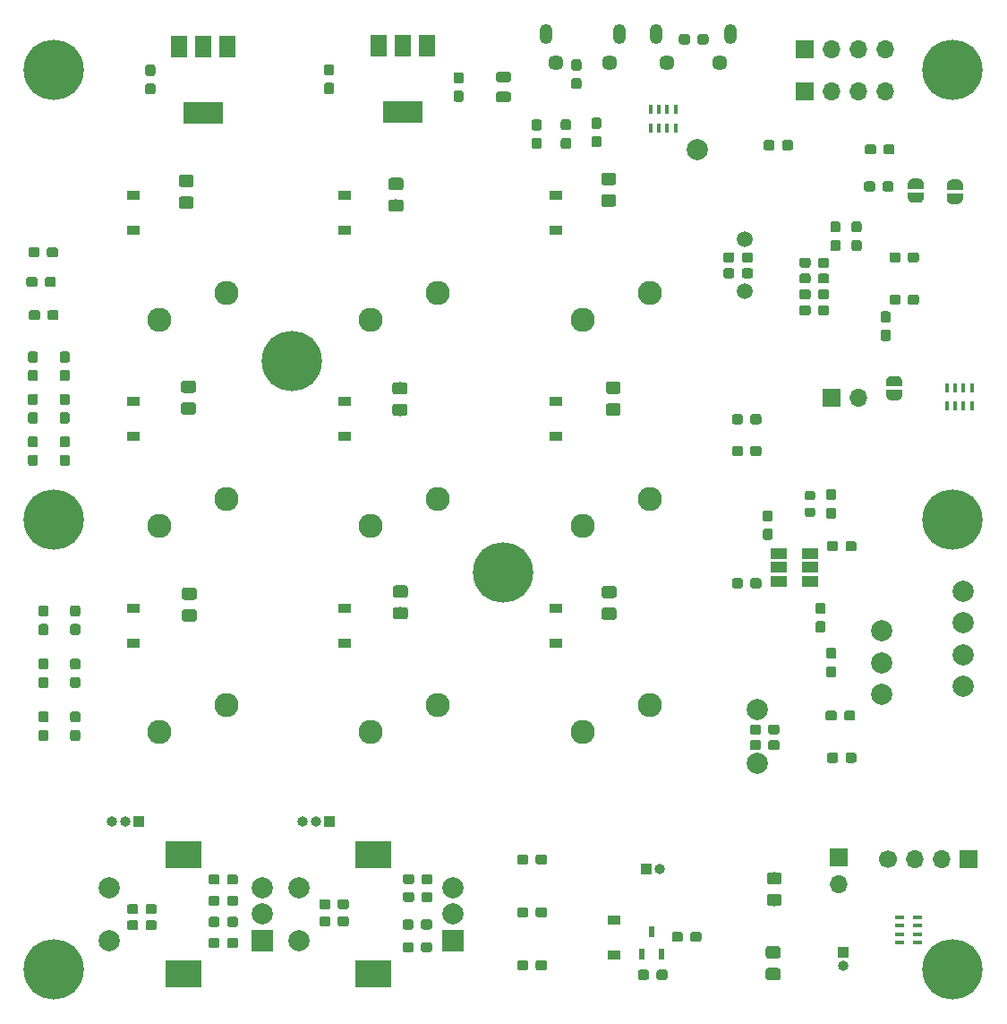
<source format=gbr>
G04 #@! TF.GenerationSoftware,KiCad,Pcbnew,5.1.2-f72e74a~84~ubuntu18.04.1*
G04 #@! TF.CreationDate,2019-06-06T17:17:49+08:00*
G04 #@! TF.ProjectId,stm32_aux_keyboard,73746d33-325f-4617-9578-5f6b6579626f,rev?*
G04 #@! TF.SameCoordinates,Original*
G04 #@! TF.FileFunction,Soldermask,Bot*
G04 #@! TF.FilePolarity,Negative*
%FSLAX46Y46*%
G04 Gerber Fmt 4.6, Leading zero omitted, Abs format (unit mm)*
G04 Created by KiCad (PCBNEW 5.1.2-f72e74a~84~ubuntu18.04.1) date 2019-06-06 17:17:49*
%MOMM*%
%LPD*%
G04 APERTURE LIST*
%ADD10C,1.200000*%
%ADD11R,0.900000X0.400000*%
%ADD12R,0.400000X0.900000*%
%ADD13C,0.500000*%
%ADD14C,0.100000*%
%ADD15C,1.998980*%
%ADD16C,2.286000*%
%ADD17O,1.200000X1.900000*%
%ADD18C,1.450000*%
%ADD19C,5.700000*%
%ADD20C,0.950000*%
%ADD21O,1.000000X1.000000*%
%ADD22R,1.000000X1.000000*%
%ADD23C,1.150000*%
%ADD24C,1.500000*%
%ADD25O,1.700000X1.700000*%
%ADD26R,1.700000X1.700000*%
%ADD27C,0.875000*%
%ADD28R,1.500000X1.000000*%
%ADD29C,1.700000*%
%ADD30R,1.500000X2.000000*%
%ADD31R,3.800000X2.000000*%
%ADD32C,2.000000*%
%ADD33C,0.975000*%
%ADD34R,0.600000X1.000000*%
%ADD35R,1.200000X0.900000*%
%ADD36R,2.000000X2.000000*%
%ADD37R,3.500000X2.500000*%
G04 APERTURE END LIST*
D10*
X49405000Y-52500000D02*
G75*
G03X49405000Y-52500000I-1905000J0D01*
G01*
X69405000Y-72500000D02*
G75*
G03X69405000Y-72500000I-1905000J0D01*
G01*
X26905000Y-67500000D02*
G75*
G03X26905000Y-67500000I-1905000J0D01*
G01*
X111905000Y-67500000D02*
G75*
G03X111905000Y-67500000I-1905000J0D01*
G01*
X111905000Y-25000000D02*
G75*
G03X111905000Y-25000000I-1905000J0D01*
G01*
X26905000Y-25000000D02*
G75*
G03X26905000Y-25000000I-1905000J0D01*
G01*
X26905000Y-110000000D02*
G75*
G03X26905000Y-110000000I-1905000J0D01*
G01*
X111905000Y-110000000D02*
G75*
G03X111905000Y-110000000I-1905000J0D01*
G01*
D11*
X104975000Y-107475000D03*
X104975000Y-106675000D03*
X104975000Y-105875000D03*
X104975000Y-105075000D03*
X106675000Y-107475000D03*
X106675000Y-105075000D03*
X106675000Y-106675000D03*
X106675000Y-105875000D03*
D12*
X111825000Y-56775000D03*
X111025000Y-56775000D03*
X110225000Y-56775000D03*
X109425000Y-56775000D03*
X111825000Y-55075000D03*
X109425000Y-55075000D03*
X111025000Y-55075000D03*
X110225000Y-55075000D03*
D13*
X104450000Y-54400000D03*
D14*
G36*
X103700602Y-54400000D02*
G01*
X103700602Y-54375466D01*
X103705412Y-54326635D01*
X103714984Y-54278510D01*
X103729228Y-54231555D01*
X103748005Y-54186222D01*
X103771136Y-54142949D01*
X103798396Y-54102150D01*
X103829524Y-54064221D01*
X103864221Y-54029524D01*
X103902150Y-53998396D01*
X103942949Y-53971136D01*
X103986222Y-53948005D01*
X104031555Y-53929228D01*
X104078510Y-53914984D01*
X104126635Y-53905412D01*
X104175466Y-53900602D01*
X104200000Y-53900602D01*
X104200000Y-53900000D01*
X104700000Y-53900000D01*
X104700000Y-53900602D01*
X104724534Y-53900602D01*
X104773365Y-53905412D01*
X104821490Y-53914984D01*
X104868445Y-53929228D01*
X104913778Y-53948005D01*
X104957051Y-53971136D01*
X104997850Y-53998396D01*
X105035779Y-54029524D01*
X105070476Y-54064221D01*
X105101604Y-54102150D01*
X105128864Y-54142949D01*
X105151995Y-54186222D01*
X105170772Y-54231555D01*
X105185016Y-54278510D01*
X105194588Y-54326635D01*
X105199398Y-54375466D01*
X105199398Y-54400000D01*
X105200000Y-54400000D01*
X105200000Y-54900000D01*
X103700000Y-54900000D01*
X103700000Y-54400000D01*
X103700602Y-54400000D01*
X103700602Y-54400000D01*
G37*
D13*
X104450000Y-55700000D03*
D14*
G36*
X105200000Y-55200000D02*
G01*
X105200000Y-55700000D01*
X105199398Y-55700000D01*
X105199398Y-55724534D01*
X105194588Y-55773365D01*
X105185016Y-55821490D01*
X105170772Y-55868445D01*
X105151995Y-55913778D01*
X105128864Y-55957051D01*
X105101604Y-55997850D01*
X105070476Y-56035779D01*
X105035779Y-56070476D01*
X104997850Y-56101604D01*
X104957051Y-56128864D01*
X104913778Y-56151995D01*
X104868445Y-56170772D01*
X104821490Y-56185016D01*
X104773365Y-56194588D01*
X104724534Y-56199398D01*
X104700000Y-56199398D01*
X104700000Y-56200000D01*
X104200000Y-56200000D01*
X104200000Y-56199398D01*
X104175466Y-56199398D01*
X104126635Y-56194588D01*
X104078510Y-56185016D01*
X104031555Y-56170772D01*
X103986222Y-56151995D01*
X103942949Y-56128864D01*
X103902150Y-56101604D01*
X103864221Y-56070476D01*
X103829524Y-56035779D01*
X103798396Y-55997850D01*
X103771136Y-55957051D01*
X103748005Y-55913778D01*
X103729228Y-55868445D01*
X103714984Y-55821490D01*
X103705412Y-55773365D01*
X103700602Y-55724534D01*
X103700602Y-55700000D01*
X103700000Y-55700000D01*
X103700000Y-55200000D01*
X105200000Y-55200000D01*
X105200000Y-55200000D01*
G37*
D15*
X91500000Y-90540000D03*
X91500000Y-85460000D03*
D16*
X74960000Y-87580000D03*
X81310000Y-85040000D03*
X54960000Y-87580000D03*
X61310000Y-85040000D03*
X34960000Y-87580000D03*
X41310000Y-85040000D03*
X74960000Y-68080000D03*
X81310000Y-65540000D03*
X54960000Y-68080000D03*
X61310000Y-65540000D03*
X34960000Y-68080000D03*
X41310000Y-65540000D03*
X74960000Y-48580000D03*
X81310000Y-46040000D03*
X54960000Y-48580000D03*
X61310000Y-46040000D03*
X34960000Y-48580000D03*
X41310000Y-46040000D03*
D17*
X81960000Y-21612500D03*
X88960000Y-21612500D03*
D18*
X82960000Y-24312500D03*
X87960000Y-24312500D03*
D17*
X71500000Y-21612500D03*
X78500000Y-21612500D03*
D18*
X72500000Y-24312500D03*
X77500000Y-24312500D03*
D19*
X47500000Y-52500000D03*
X67500000Y-72500000D03*
D12*
X83800000Y-30450000D03*
X83000000Y-30450000D03*
X82200000Y-30450000D03*
X81400000Y-30450000D03*
X83800000Y-28750000D03*
X81400000Y-28750000D03*
X83000000Y-28750000D03*
X82200000Y-28750000D03*
D14*
G36*
X70900779Y-29661144D02*
G01*
X70923834Y-29664563D01*
X70946443Y-29670227D01*
X70968387Y-29678079D01*
X70989457Y-29688044D01*
X71009448Y-29700026D01*
X71028168Y-29713910D01*
X71045438Y-29729562D01*
X71061090Y-29746832D01*
X71074974Y-29765552D01*
X71086956Y-29785543D01*
X71096921Y-29806613D01*
X71104773Y-29828557D01*
X71110437Y-29851166D01*
X71113856Y-29874221D01*
X71115000Y-29897500D01*
X71115000Y-30472500D01*
X71113856Y-30495779D01*
X71110437Y-30518834D01*
X71104773Y-30541443D01*
X71096921Y-30563387D01*
X71086956Y-30584457D01*
X71074974Y-30604448D01*
X71061090Y-30623168D01*
X71045438Y-30640438D01*
X71028168Y-30656090D01*
X71009448Y-30669974D01*
X70989457Y-30681956D01*
X70968387Y-30691921D01*
X70946443Y-30699773D01*
X70923834Y-30705437D01*
X70900779Y-30708856D01*
X70877500Y-30710000D01*
X70402500Y-30710000D01*
X70379221Y-30708856D01*
X70356166Y-30705437D01*
X70333557Y-30699773D01*
X70311613Y-30691921D01*
X70290543Y-30681956D01*
X70270552Y-30669974D01*
X70251832Y-30656090D01*
X70234562Y-30640438D01*
X70218910Y-30623168D01*
X70205026Y-30604448D01*
X70193044Y-30584457D01*
X70183079Y-30563387D01*
X70175227Y-30541443D01*
X70169563Y-30518834D01*
X70166144Y-30495779D01*
X70165000Y-30472500D01*
X70165000Y-29897500D01*
X70166144Y-29874221D01*
X70169563Y-29851166D01*
X70175227Y-29828557D01*
X70183079Y-29806613D01*
X70193044Y-29785543D01*
X70205026Y-29765552D01*
X70218910Y-29746832D01*
X70234562Y-29729562D01*
X70251832Y-29713910D01*
X70270552Y-29700026D01*
X70290543Y-29688044D01*
X70311613Y-29678079D01*
X70333557Y-29670227D01*
X70356166Y-29664563D01*
X70379221Y-29661144D01*
X70402500Y-29660000D01*
X70877500Y-29660000D01*
X70900779Y-29661144D01*
X70900779Y-29661144D01*
G37*
D20*
X70640000Y-30185000D03*
D14*
G36*
X70900779Y-31411144D02*
G01*
X70923834Y-31414563D01*
X70946443Y-31420227D01*
X70968387Y-31428079D01*
X70989457Y-31438044D01*
X71009448Y-31450026D01*
X71028168Y-31463910D01*
X71045438Y-31479562D01*
X71061090Y-31496832D01*
X71074974Y-31515552D01*
X71086956Y-31535543D01*
X71096921Y-31556613D01*
X71104773Y-31578557D01*
X71110437Y-31601166D01*
X71113856Y-31624221D01*
X71115000Y-31647500D01*
X71115000Y-32222500D01*
X71113856Y-32245779D01*
X71110437Y-32268834D01*
X71104773Y-32291443D01*
X71096921Y-32313387D01*
X71086956Y-32334457D01*
X71074974Y-32354448D01*
X71061090Y-32373168D01*
X71045438Y-32390438D01*
X71028168Y-32406090D01*
X71009448Y-32419974D01*
X70989457Y-32431956D01*
X70968387Y-32441921D01*
X70946443Y-32449773D01*
X70923834Y-32455437D01*
X70900779Y-32458856D01*
X70877500Y-32460000D01*
X70402500Y-32460000D01*
X70379221Y-32458856D01*
X70356166Y-32455437D01*
X70333557Y-32449773D01*
X70311613Y-32441921D01*
X70290543Y-32431956D01*
X70270552Y-32419974D01*
X70251832Y-32406090D01*
X70234562Y-32390438D01*
X70218910Y-32373168D01*
X70205026Y-32354448D01*
X70193044Y-32334457D01*
X70183079Y-32313387D01*
X70175227Y-32291443D01*
X70169563Y-32268834D01*
X70166144Y-32245779D01*
X70165000Y-32222500D01*
X70165000Y-31647500D01*
X70166144Y-31624221D01*
X70169563Y-31601166D01*
X70175227Y-31578557D01*
X70183079Y-31556613D01*
X70193044Y-31535543D01*
X70205026Y-31515552D01*
X70218910Y-31496832D01*
X70234562Y-31479562D01*
X70251832Y-31463910D01*
X70270552Y-31450026D01*
X70290543Y-31438044D01*
X70311613Y-31428079D01*
X70333557Y-31420227D01*
X70356166Y-31414563D01*
X70379221Y-31411144D01*
X70402500Y-31410000D01*
X70877500Y-31410000D01*
X70900779Y-31411144D01*
X70900779Y-31411144D01*
G37*
D20*
X70640000Y-31935000D03*
D14*
G36*
X74660779Y-24001144D02*
G01*
X74683834Y-24004563D01*
X74706443Y-24010227D01*
X74728387Y-24018079D01*
X74749457Y-24028044D01*
X74769448Y-24040026D01*
X74788168Y-24053910D01*
X74805438Y-24069562D01*
X74821090Y-24086832D01*
X74834974Y-24105552D01*
X74846956Y-24125543D01*
X74856921Y-24146613D01*
X74864773Y-24168557D01*
X74870437Y-24191166D01*
X74873856Y-24214221D01*
X74875000Y-24237500D01*
X74875000Y-24812500D01*
X74873856Y-24835779D01*
X74870437Y-24858834D01*
X74864773Y-24881443D01*
X74856921Y-24903387D01*
X74846956Y-24924457D01*
X74834974Y-24944448D01*
X74821090Y-24963168D01*
X74805438Y-24980438D01*
X74788168Y-24996090D01*
X74769448Y-25009974D01*
X74749457Y-25021956D01*
X74728387Y-25031921D01*
X74706443Y-25039773D01*
X74683834Y-25045437D01*
X74660779Y-25048856D01*
X74637500Y-25050000D01*
X74162500Y-25050000D01*
X74139221Y-25048856D01*
X74116166Y-25045437D01*
X74093557Y-25039773D01*
X74071613Y-25031921D01*
X74050543Y-25021956D01*
X74030552Y-25009974D01*
X74011832Y-24996090D01*
X73994562Y-24980438D01*
X73978910Y-24963168D01*
X73965026Y-24944448D01*
X73953044Y-24924457D01*
X73943079Y-24903387D01*
X73935227Y-24881443D01*
X73929563Y-24858834D01*
X73926144Y-24835779D01*
X73925000Y-24812500D01*
X73925000Y-24237500D01*
X73926144Y-24214221D01*
X73929563Y-24191166D01*
X73935227Y-24168557D01*
X73943079Y-24146613D01*
X73953044Y-24125543D01*
X73965026Y-24105552D01*
X73978910Y-24086832D01*
X73994562Y-24069562D01*
X74011832Y-24053910D01*
X74030552Y-24040026D01*
X74050543Y-24028044D01*
X74071613Y-24018079D01*
X74093557Y-24010227D01*
X74116166Y-24004563D01*
X74139221Y-24001144D01*
X74162500Y-24000000D01*
X74637500Y-24000000D01*
X74660779Y-24001144D01*
X74660779Y-24001144D01*
G37*
D20*
X74400000Y-24525000D03*
D14*
G36*
X74660779Y-25751144D02*
G01*
X74683834Y-25754563D01*
X74706443Y-25760227D01*
X74728387Y-25768079D01*
X74749457Y-25778044D01*
X74769448Y-25790026D01*
X74788168Y-25803910D01*
X74805438Y-25819562D01*
X74821090Y-25836832D01*
X74834974Y-25855552D01*
X74846956Y-25875543D01*
X74856921Y-25896613D01*
X74864773Y-25918557D01*
X74870437Y-25941166D01*
X74873856Y-25964221D01*
X74875000Y-25987500D01*
X74875000Y-26562500D01*
X74873856Y-26585779D01*
X74870437Y-26608834D01*
X74864773Y-26631443D01*
X74856921Y-26653387D01*
X74846956Y-26674457D01*
X74834974Y-26694448D01*
X74821090Y-26713168D01*
X74805438Y-26730438D01*
X74788168Y-26746090D01*
X74769448Y-26759974D01*
X74749457Y-26771956D01*
X74728387Y-26781921D01*
X74706443Y-26789773D01*
X74683834Y-26795437D01*
X74660779Y-26798856D01*
X74637500Y-26800000D01*
X74162500Y-26800000D01*
X74139221Y-26798856D01*
X74116166Y-26795437D01*
X74093557Y-26789773D01*
X74071613Y-26781921D01*
X74050543Y-26771956D01*
X74030552Y-26759974D01*
X74011832Y-26746090D01*
X73994562Y-26730438D01*
X73978910Y-26713168D01*
X73965026Y-26694448D01*
X73953044Y-26674457D01*
X73943079Y-26653387D01*
X73935227Y-26631443D01*
X73929563Y-26608834D01*
X73926144Y-26585779D01*
X73925000Y-26562500D01*
X73925000Y-25987500D01*
X73926144Y-25964221D01*
X73929563Y-25941166D01*
X73935227Y-25918557D01*
X73943079Y-25896613D01*
X73953044Y-25875543D01*
X73965026Y-25855552D01*
X73978910Y-25836832D01*
X73994562Y-25819562D01*
X74011832Y-25803910D01*
X74030552Y-25790026D01*
X74050543Y-25778044D01*
X74071613Y-25768079D01*
X74093557Y-25760227D01*
X74116166Y-25754563D01*
X74139221Y-25751144D01*
X74162500Y-25750000D01*
X74637500Y-25750000D01*
X74660779Y-25751144D01*
X74660779Y-25751144D01*
G37*
D20*
X74400000Y-26275000D03*
D14*
G36*
X25195779Y-47696144D02*
G01*
X25218834Y-47699563D01*
X25241443Y-47705227D01*
X25263387Y-47713079D01*
X25284457Y-47723044D01*
X25304448Y-47735026D01*
X25323168Y-47748910D01*
X25340438Y-47764562D01*
X25356090Y-47781832D01*
X25369974Y-47800552D01*
X25381956Y-47820543D01*
X25391921Y-47841613D01*
X25399773Y-47863557D01*
X25405437Y-47886166D01*
X25408856Y-47909221D01*
X25410000Y-47932500D01*
X25410000Y-48407500D01*
X25408856Y-48430779D01*
X25405437Y-48453834D01*
X25399773Y-48476443D01*
X25391921Y-48498387D01*
X25381956Y-48519457D01*
X25369974Y-48539448D01*
X25356090Y-48558168D01*
X25340438Y-48575438D01*
X25323168Y-48591090D01*
X25304448Y-48604974D01*
X25284457Y-48616956D01*
X25263387Y-48626921D01*
X25241443Y-48634773D01*
X25218834Y-48640437D01*
X25195779Y-48643856D01*
X25172500Y-48645000D01*
X24597500Y-48645000D01*
X24574221Y-48643856D01*
X24551166Y-48640437D01*
X24528557Y-48634773D01*
X24506613Y-48626921D01*
X24485543Y-48616956D01*
X24465552Y-48604974D01*
X24446832Y-48591090D01*
X24429562Y-48575438D01*
X24413910Y-48558168D01*
X24400026Y-48539448D01*
X24388044Y-48519457D01*
X24378079Y-48498387D01*
X24370227Y-48476443D01*
X24364563Y-48453834D01*
X24361144Y-48430779D01*
X24360000Y-48407500D01*
X24360000Y-47932500D01*
X24361144Y-47909221D01*
X24364563Y-47886166D01*
X24370227Y-47863557D01*
X24378079Y-47841613D01*
X24388044Y-47820543D01*
X24400026Y-47800552D01*
X24413910Y-47781832D01*
X24429562Y-47764562D01*
X24446832Y-47748910D01*
X24465552Y-47735026D01*
X24485543Y-47723044D01*
X24506613Y-47713079D01*
X24528557Y-47705227D01*
X24551166Y-47699563D01*
X24574221Y-47696144D01*
X24597500Y-47695000D01*
X25172500Y-47695000D01*
X25195779Y-47696144D01*
X25195779Y-47696144D01*
G37*
D20*
X24885000Y-48170000D03*
D14*
G36*
X23445779Y-47696144D02*
G01*
X23468834Y-47699563D01*
X23491443Y-47705227D01*
X23513387Y-47713079D01*
X23534457Y-47723044D01*
X23554448Y-47735026D01*
X23573168Y-47748910D01*
X23590438Y-47764562D01*
X23606090Y-47781832D01*
X23619974Y-47800552D01*
X23631956Y-47820543D01*
X23641921Y-47841613D01*
X23649773Y-47863557D01*
X23655437Y-47886166D01*
X23658856Y-47909221D01*
X23660000Y-47932500D01*
X23660000Y-48407500D01*
X23658856Y-48430779D01*
X23655437Y-48453834D01*
X23649773Y-48476443D01*
X23641921Y-48498387D01*
X23631956Y-48519457D01*
X23619974Y-48539448D01*
X23606090Y-48558168D01*
X23590438Y-48575438D01*
X23573168Y-48591090D01*
X23554448Y-48604974D01*
X23534457Y-48616956D01*
X23513387Y-48626921D01*
X23491443Y-48634773D01*
X23468834Y-48640437D01*
X23445779Y-48643856D01*
X23422500Y-48645000D01*
X22847500Y-48645000D01*
X22824221Y-48643856D01*
X22801166Y-48640437D01*
X22778557Y-48634773D01*
X22756613Y-48626921D01*
X22735543Y-48616956D01*
X22715552Y-48604974D01*
X22696832Y-48591090D01*
X22679562Y-48575438D01*
X22663910Y-48558168D01*
X22650026Y-48539448D01*
X22638044Y-48519457D01*
X22628079Y-48498387D01*
X22620227Y-48476443D01*
X22614563Y-48453834D01*
X22611144Y-48430779D01*
X22610000Y-48407500D01*
X22610000Y-47932500D01*
X22611144Y-47909221D01*
X22614563Y-47886166D01*
X22620227Y-47863557D01*
X22628079Y-47841613D01*
X22638044Y-47820543D01*
X22650026Y-47800552D01*
X22663910Y-47781832D01*
X22679562Y-47764562D01*
X22696832Y-47748910D01*
X22715552Y-47735026D01*
X22735543Y-47723044D01*
X22756613Y-47713079D01*
X22778557Y-47705227D01*
X22801166Y-47699563D01*
X22824221Y-47696144D01*
X22847500Y-47695000D01*
X23422500Y-47695000D01*
X23445779Y-47696144D01*
X23445779Y-47696144D01*
G37*
D20*
X23135000Y-48170000D03*
D14*
G36*
X24955779Y-44556144D02*
G01*
X24978834Y-44559563D01*
X25001443Y-44565227D01*
X25023387Y-44573079D01*
X25044457Y-44583044D01*
X25064448Y-44595026D01*
X25083168Y-44608910D01*
X25100438Y-44624562D01*
X25116090Y-44641832D01*
X25129974Y-44660552D01*
X25141956Y-44680543D01*
X25151921Y-44701613D01*
X25159773Y-44723557D01*
X25165437Y-44746166D01*
X25168856Y-44769221D01*
X25170000Y-44792500D01*
X25170000Y-45267500D01*
X25168856Y-45290779D01*
X25165437Y-45313834D01*
X25159773Y-45336443D01*
X25151921Y-45358387D01*
X25141956Y-45379457D01*
X25129974Y-45399448D01*
X25116090Y-45418168D01*
X25100438Y-45435438D01*
X25083168Y-45451090D01*
X25064448Y-45464974D01*
X25044457Y-45476956D01*
X25023387Y-45486921D01*
X25001443Y-45494773D01*
X24978834Y-45500437D01*
X24955779Y-45503856D01*
X24932500Y-45505000D01*
X24357500Y-45505000D01*
X24334221Y-45503856D01*
X24311166Y-45500437D01*
X24288557Y-45494773D01*
X24266613Y-45486921D01*
X24245543Y-45476956D01*
X24225552Y-45464974D01*
X24206832Y-45451090D01*
X24189562Y-45435438D01*
X24173910Y-45418168D01*
X24160026Y-45399448D01*
X24148044Y-45379457D01*
X24138079Y-45358387D01*
X24130227Y-45336443D01*
X24124563Y-45313834D01*
X24121144Y-45290779D01*
X24120000Y-45267500D01*
X24120000Y-44792500D01*
X24121144Y-44769221D01*
X24124563Y-44746166D01*
X24130227Y-44723557D01*
X24138079Y-44701613D01*
X24148044Y-44680543D01*
X24160026Y-44660552D01*
X24173910Y-44641832D01*
X24189562Y-44624562D01*
X24206832Y-44608910D01*
X24225552Y-44595026D01*
X24245543Y-44583044D01*
X24266613Y-44573079D01*
X24288557Y-44565227D01*
X24311166Y-44559563D01*
X24334221Y-44556144D01*
X24357500Y-44555000D01*
X24932500Y-44555000D01*
X24955779Y-44556144D01*
X24955779Y-44556144D01*
G37*
D20*
X24645000Y-45030000D03*
D14*
G36*
X23205779Y-44556144D02*
G01*
X23228834Y-44559563D01*
X23251443Y-44565227D01*
X23273387Y-44573079D01*
X23294457Y-44583044D01*
X23314448Y-44595026D01*
X23333168Y-44608910D01*
X23350438Y-44624562D01*
X23366090Y-44641832D01*
X23379974Y-44660552D01*
X23391956Y-44680543D01*
X23401921Y-44701613D01*
X23409773Y-44723557D01*
X23415437Y-44746166D01*
X23418856Y-44769221D01*
X23420000Y-44792500D01*
X23420000Y-45267500D01*
X23418856Y-45290779D01*
X23415437Y-45313834D01*
X23409773Y-45336443D01*
X23401921Y-45358387D01*
X23391956Y-45379457D01*
X23379974Y-45399448D01*
X23366090Y-45418168D01*
X23350438Y-45435438D01*
X23333168Y-45451090D01*
X23314448Y-45464974D01*
X23294457Y-45476956D01*
X23273387Y-45486921D01*
X23251443Y-45494773D01*
X23228834Y-45500437D01*
X23205779Y-45503856D01*
X23182500Y-45505000D01*
X22607500Y-45505000D01*
X22584221Y-45503856D01*
X22561166Y-45500437D01*
X22538557Y-45494773D01*
X22516613Y-45486921D01*
X22495543Y-45476956D01*
X22475552Y-45464974D01*
X22456832Y-45451090D01*
X22439562Y-45435438D01*
X22423910Y-45418168D01*
X22410026Y-45399448D01*
X22398044Y-45379457D01*
X22388079Y-45358387D01*
X22380227Y-45336443D01*
X22374563Y-45313834D01*
X22371144Y-45290779D01*
X22370000Y-45267500D01*
X22370000Y-44792500D01*
X22371144Y-44769221D01*
X22374563Y-44746166D01*
X22380227Y-44723557D01*
X22388079Y-44701613D01*
X22398044Y-44680543D01*
X22410026Y-44660552D01*
X22423910Y-44641832D01*
X22439562Y-44624562D01*
X22456832Y-44608910D01*
X22475552Y-44595026D01*
X22495543Y-44583044D01*
X22516613Y-44573079D01*
X22538557Y-44565227D01*
X22561166Y-44559563D01*
X22584221Y-44556144D01*
X22607500Y-44555000D01*
X23182500Y-44555000D01*
X23205779Y-44556144D01*
X23205779Y-44556144D01*
G37*
D20*
X22895000Y-45030000D03*
D14*
G36*
X25155779Y-41756144D02*
G01*
X25178834Y-41759563D01*
X25201443Y-41765227D01*
X25223387Y-41773079D01*
X25244457Y-41783044D01*
X25264448Y-41795026D01*
X25283168Y-41808910D01*
X25300438Y-41824562D01*
X25316090Y-41841832D01*
X25329974Y-41860552D01*
X25341956Y-41880543D01*
X25351921Y-41901613D01*
X25359773Y-41923557D01*
X25365437Y-41946166D01*
X25368856Y-41969221D01*
X25370000Y-41992500D01*
X25370000Y-42467500D01*
X25368856Y-42490779D01*
X25365437Y-42513834D01*
X25359773Y-42536443D01*
X25351921Y-42558387D01*
X25341956Y-42579457D01*
X25329974Y-42599448D01*
X25316090Y-42618168D01*
X25300438Y-42635438D01*
X25283168Y-42651090D01*
X25264448Y-42664974D01*
X25244457Y-42676956D01*
X25223387Y-42686921D01*
X25201443Y-42694773D01*
X25178834Y-42700437D01*
X25155779Y-42703856D01*
X25132500Y-42705000D01*
X24557500Y-42705000D01*
X24534221Y-42703856D01*
X24511166Y-42700437D01*
X24488557Y-42694773D01*
X24466613Y-42686921D01*
X24445543Y-42676956D01*
X24425552Y-42664974D01*
X24406832Y-42651090D01*
X24389562Y-42635438D01*
X24373910Y-42618168D01*
X24360026Y-42599448D01*
X24348044Y-42579457D01*
X24338079Y-42558387D01*
X24330227Y-42536443D01*
X24324563Y-42513834D01*
X24321144Y-42490779D01*
X24320000Y-42467500D01*
X24320000Y-41992500D01*
X24321144Y-41969221D01*
X24324563Y-41946166D01*
X24330227Y-41923557D01*
X24338079Y-41901613D01*
X24348044Y-41880543D01*
X24360026Y-41860552D01*
X24373910Y-41841832D01*
X24389562Y-41824562D01*
X24406832Y-41808910D01*
X24425552Y-41795026D01*
X24445543Y-41783044D01*
X24466613Y-41773079D01*
X24488557Y-41765227D01*
X24511166Y-41759563D01*
X24534221Y-41756144D01*
X24557500Y-41755000D01*
X25132500Y-41755000D01*
X25155779Y-41756144D01*
X25155779Y-41756144D01*
G37*
D20*
X24845000Y-42230000D03*
D14*
G36*
X23405779Y-41756144D02*
G01*
X23428834Y-41759563D01*
X23451443Y-41765227D01*
X23473387Y-41773079D01*
X23494457Y-41783044D01*
X23514448Y-41795026D01*
X23533168Y-41808910D01*
X23550438Y-41824562D01*
X23566090Y-41841832D01*
X23579974Y-41860552D01*
X23591956Y-41880543D01*
X23601921Y-41901613D01*
X23609773Y-41923557D01*
X23615437Y-41946166D01*
X23618856Y-41969221D01*
X23620000Y-41992500D01*
X23620000Y-42467500D01*
X23618856Y-42490779D01*
X23615437Y-42513834D01*
X23609773Y-42536443D01*
X23601921Y-42558387D01*
X23591956Y-42579457D01*
X23579974Y-42599448D01*
X23566090Y-42618168D01*
X23550438Y-42635438D01*
X23533168Y-42651090D01*
X23514448Y-42664974D01*
X23494457Y-42676956D01*
X23473387Y-42686921D01*
X23451443Y-42694773D01*
X23428834Y-42700437D01*
X23405779Y-42703856D01*
X23382500Y-42705000D01*
X22807500Y-42705000D01*
X22784221Y-42703856D01*
X22761166Y-42700437D01*
X22738557Y-42694773D01*
X22716613Y-42686921D01*
X22695543Y-42676956D01*
X22675552Y-42664974D01*
X22656832Y-42651090D01*
X22639562Y-42635438D01*
X22623910Y-42618168D01*
X22610026Y-42599448D01*
X22598044Y-42579457D01*
X22588079Y-42558387D01*
X22580227Y-42536443D01*
X22574563Y-42513834D01*
X22571144Y-42490779D01*
X22570000Y-42467500D01*
X22570000Y-41992500D01*
X22571144Y-41969221D01*
X22574563Y-41946166D01*
X22580227Y-41923557D01*
X22588079Y-41901613D01*
X22598044Y-41880543D01*
X22610026Y-41860552D01*
X22623910Y-41841832D01*
X22639562Y-41824562D01*
X22656832Y-41808910D01*
X22675552Y-41795026D01*
X22695543Y-41783044D01*
X22716613Y-41773079D01*
X22738557Y-41765227D01*
X22761166Y-41759563D01*
X22784221Y-41756144D01*
X22807500Y-41755000D01*
X23382500Y-41755000D01*
X23405779Y-41756144D01*
X23405779Y-41756144D01*
G37*
D20*
X23095000Y-42230000D03*
D21*
X99650000Y-109620000D03*
D22*
X99650000Y-108350000D03*
D14*
G36*
X93484505Y-107811204D02*
G01*
X93508773Y-107814804D01*
X93532572Y-107820765D01*
X93555671Y-107829030D01*
X93577850Y-107839520D01*
X93598893Y-107852132D01*
X93618599Y-107866747D01*
X93636777Y-107883223D01*
X93653253Y-107901401D01*
X93667868Y-107921107D01*
X93680480Y-107942150D01*
X93690970Y-107964329D01*
X93699235Y-107987428D01*
X93705196Y-108011227D01*
X93708796Y-108035495D01*
X93710000Y-108059999D01*
X93710000Y-108710001D01*
X93708796Y-108734505D01*
X93705196Y-108758773D01*
X93699235Y-108782572D01*
X93690970Y-108805671D01*
X93680480Y-108827850D01*
X93667868Y-108848893D01*
X93653253Y-108868599D01*
X93636777Y-108886777D01*
X93618599Y-108903253D01*
X93598893Y-108917868D01*
X93577850Y-108930480D01*
X93555671Y-108940970D01*
X93532572Y-108949235D01*
X93508773Y-108955196D01*
X93484505Y-108958796D01*
X93460001Y-108960000D01*
X92559999Y-108960000D01*
X92535495Y-108958796D01*
X92511227Y-108955196D01*
X92487428Y-108949235D01*
X92464329Y-108940970D01*
X92442150Y-108930480D01*
X92421107Y-108917868D01*
X92401401Y-108903253D01*
X92383223Y-108886777D01*
X92366747Y-108868599D01*
X92352132Y-108848893D01*
X92339520Y-108827850D01*
X92329030Y-108805671D01*
X92320765Y-108782572D01*
X92314804Y-108758773D01*
X92311204Y-108734505D01*
X92310000Y-108710001D01*
X92310000Y-108059999D01*
X92311204Y-108035495D01*
X92314804Y-108011227D01*
X92320765Y-107987428D01*
X92329030Y-107964329D01*
X92339520Y-107942150D01*
X92352132Y-107921107D01*
X92366747Y-107901401D01*
X92383223Y-107883223D01*
X92401401Y-107866747D01*
X92421107Y-107852132D01*
X92442150Y-107839520D01*
X92464329Y-107829030D01*
X92487428Y-107820765D01*
X92511227Y-107814804D01*
X92535495Y-107811204D01*
X92559999Y-107810000D01*
X93460001Y-107810000D01*
X93484505Y-107811204D01*
X93484505Y-107811204D01*
G37*
D23*
X93010000Y-108385000D03*
D14*
G36*
X93484505Y-109861204D02*
G01*
X93508773Y-109864804D01*
X93532572Y-109870765D01*
X93555671Y-109879030D01*
X93577850Y-109889520D01*
X93598893Y-109902132D01*
X93618599Y-109916747D01*
X93636777Y-109933223D01*
X93653253Y-109951401D01*
X93667868Y-109971107D01*
X93680480Y-109992150D01*
X93690970Y-110014329D01*
X93699235Y-110037428D01*
X93705196Y-110061227D01*
X93708796Y-110085495D01*
X93710000Y-110109999D01*
X93710000Y-110760001D01*
X93708796Y-110784505D01*
X93705196Y-110808773D01*
X93699235Y-110832572D01*
X93690970Y-110855671D01*
X93680480Y-110877850D01*
X93667868Y-110898893D01*
X93653253Y-110918599D01*
X93636777Y-110936777D01*
X93618599Y-110953253D01*
X93598893Y-110967868D01*
X93577850Y-110980480D01*
X93555671Y-110990970D01*
X93532572Y-110999235D01*
X93508773Y-111005196D01*
X93484505Y-111008796D01*
X93460001Y-111010000D01*
X92559999Y-111010000D01*
X92535495Y-111008796D01*
X92511227Y-111005196D01*
X92487428Y-110999235D01*
X92464329Y-110990970D01*
X92442150Y-110980480D01*
X92421107Y-110967868D01*
X92401401Y-110953253D01*
X92383223Y-110936777D01*
X92366747Y-110918599D01*
X92352132Y-110898893D01*
X92339520Y-110877850D01*
X92329030Y-110855671D01*
X92320765Y-110832572D01*
X92314804Y-110808773D01*
X92311204Y-110784505D01*
X92310000Y-110760001D01*
X92310000Y-110109999D01*
X92311204Y-110085495D01*
X92314804Y-110061227D01*
X92320765Y-110037428D01*
X92329030Y-110014329D01*
X92339520Y-109992150D01*
X92352132Y-109971107D01*
X92366747Y-109951401D01*
X92383223Y-109933223D01*
X92401401Y-109916747D01*
X92421107Y-109902132D01*
X92442150Y-109889520D01*
X92464329Y-109879030D01*
X92487428Y-109870765D01*
X92511227Y-109864804D01*
X92535495Y-109861204D01*
X92559999Y-109860000D01*
X93460001Y-109860000D01*
X93484505Y-109861204D01*
X93484505Y-109861204D01*
G37*
D23*
X93010000Y-110435000D03*
D14*
G36*
X93594505Y-100811204D02*
G01*
X93618773Y-100814804D01*
X93642572Y-100820765D01*
X93665671Y-100829030D01*
X93687850Y-100839520D01*
X93708893Y-100852132D01*
X93728599Y-100866747D01*
X93746777Y-100883223D01*
X93763253Y-100901401D01*
X93777868Y-100921107D01*
X93790480Y-100942150D01*
X93800970Y-100964329D01*
X93809235Y-100987428D01*
X93815196Y-101011227D01*
X93818796Y-101035495D01*
X93820000Y-101059999D01*
X93820000Y-101710001D01*
X93818796Y-101734505D01*
X93815196Y-101758773D01*
X93809235Y-101782572D01*
X93800970Y-101805671D01*
X93790480Y-101827850D01*
X93777868Y-101848893D01*
X93763253Y-101868599D01*
X93746777Y-101886777D01*
X93728599Y-101903253D01*
X93708893Y-101917868D01*
X93687850Y-101930480D01*
X93665671Y-101940970D01*
X93642572Y-101949235D01*
X93618773Y-101955196D01*
X93594505Y-101958796D01*
X93570001Y-101960000D01*
X92669999Y-101960000D01*
X92645495Y-101958796D01*
X92621227Y-101955196D01*
X92597428Y-101949235D01*
X92574329Y-101940970D01*
X92552150Y-101930480D01*
X92531107Y-101917868D01*
X92511401Y-101903253D01*
X92493223Y-101886777D01*
X92476747Y-101868599D01*
X92462132Y-101848893D01*
X92449520Y-101827850D01*
X92439030Y-101805671D01*
X92430765Y-101782572D01*
X92424804Y-101758773D01*
X92421204Y-101734505D01*
X92420000Y-101710001D01*
X92420000Y-101059999D01*
X92421204Y-101035495D01*
X92424804Y-101011227D01*
X92430765Y-100987428D01*
X92439030Y-100964329D01*
X92449520Y-100942150D01*
X92462132Y-100921107D01*
X92476747Y-100901401D01*
X92493223Y-100883223D01*
X92511401Y-100866747D01*
X92531107Y-100852132D01*
X92552150Y-100839520D01*
X92574329Y-100829030D01*
X92597428Y-100820765D01*
X92621227Y-100814804D01*
X92645495Y-100811204D01*
X92669999Y-100810000D01*
X93570001Y-100810000D01*
X93594505Y-100811204D01*
X93594505Y-100811204D01*
G37*
D23*
X93120000Y-101385000D03*
D14*
G36*
X93594505Y-102861204D02*
G01*
X93618773Y-102864804D01*
X93642572Y-102870765D01*
X93665671Y-102879030D01*
X93687850Y-102889520D01*
X93708893Y-102902132D01*
X93728599Y-102916747D01*
X93746777Y-102933223D01*
X93763253Y-102951401D01*
X93777868Y-102971107D01*
X93790480Y-102992150D01*
X93800970Y-103014329D01*
X93809235Y-103037428D01*
X93815196Y-103061227D01*
X93818796Y-103085495D01*
X93820000Y-103109999D01*
X93820000Y-103760001D01*
X93818796Y-103784505D01*
X93815196Y-103808773D01*
X93809235Y-103832572D01*
X93800970Y-103855671D01*
X93790480Y-103877850D01*
X93777868Y-103898893D01*
X93763253Y-103918599D01*
X93746777Y-103936777D01*
X93728599Y-103953253D01*
X93708893Y-103967868D01*
X93687850Y-103980480D01*
X93665671Y-103990970D01*
X93642572Y-103999235D01*
X93618773Y-104005196D01*
X93594505Y-104008796D01*
X93570001Y-104010000D01*
X92669999Y-104010000D01*
X92645495Y-104008796D01*
X92621227Y-104005196D01*
X92597428Y-103999235D01*
X92574329Y-103990970D01*
X92552150Y-103980480D01*
X92531107Y-103967868D01*
X92511401Y-103953253D01*
X92493223Y-103936777D01*
X92476747Y-103918599D01*
X92462132Y-103898893D01*
X92449520Y-103877850D01*
X92439030Y-103855671D01*
X92430765Y-103832572D01*
X92424804Y-103808773D01*
X92421204Y-103784505D01*
X92420000Y-103760001D01*
X92420000Y-103109999D01*
X92421204Y-103085495D01*
X92424804Y-103061227D01*
X92430765Y-103037428D01*
X92439030Y-103014329D01*
X92449520Y-102992150D01*
X92462132Y-102971107D01*
X92476747Y-102951401D01*
X92493223Y-102933223D01*
X92511401Y-102916747D01*
X92531107Y-102902132D01*
X92552150Y-102889520D01*
X92574329Y-102879030D01*
X92597428Y-102870765D01*
X92621227Y-102864804D01*
X92645495Y-102861204D01*
X92669999Y-102860000D01*
X93570001Y-102860000D01*
X93594505Y-102861204D01*
X93594505Y-102861204D01*
G37*
D23*
X93120000Y-103435000D03*
D14*
G36*
X77954505Y-73756204D02*
G01*
X77978773Y-73759804D01*
X78002572Y-73765765D01*
X78025671Y-73774030D01*
X78047850Y-73784520D01*
X78068893Y-73797132D01*
X78088599Y-73811747D01*
X78106777Y-73828223D01*
X78123253Y-73846401D01*
X78137868Y-73866107D01*
X78150480Y-73887150D01*
X78160970Y-73909329D01*
X78169235Y-73932428D01*
X78175196Y-73956227D01*
X78178796Y-73980495D01*
X78180000Y-74004999D01*
X78180000Y-74655001D01*
X78178796Y-74679505D01*
X78175196Y-74703773D01*
X78169235Y-74727572D01*
X78160970Y-74750671D01*
X78150480Y-74772850D01*
X78137868Y-74793893D01*
X78123253Y-74813599D01*
X78106777Y-74831777D01*
X78088599Y-74848253D01*
X78068893Y-74862868D01*
X78047850Y-74875480D01*
X78025671Y-74885970D01*
X78002572Y-74894235D01*
X77978773Y-74900196D01*
X77954505Y-74903796D01*
X77930001Y-74905000D01*
X77029999Y-74905000D01*
X77005495Y-74903796D01*
X76981227Y-74900196D01*
X76957428Y-74894235D01*
X76934329Y-74885970D01*
X76912150Y-74875480D01*
X76891107Y-74862868D01*
X76871401Y-74848253D01*
X76853223Y-74831777D01*
X76836747Y-74813599D01*
X76822132Y-74793893D01*
X76809520Y-74772850D01*
X76799030Y-74750671D01*
X76790765Y-74727572D01*
X76784804Y-74703773D01*
X76781204Y-74679505D01*
X76780000Y-74655001D01*
X76780000Y-74004999D01*
X76781204Y-73980495D01*
X76784804Y-73956227D01*
X76790765Y-73932428D01*
X76799030Y-73909329D01*
X76809520Y-73887150D01*
X76822132Y-73866107D01*
X76836747Y-73846401D01*
X76853223Y-73828223D01*
X76871401Y-73811747D01*
X76891107Y-73797132D01*
X76912150Y-73784520D01*
X76934329Y-73774030D01*
X76957428Y-73765765D01*
X76981227Y-73759804D01*
X77005495Y-73756204D01*
X77029999Y-73755000D01*
X77930001Y-73755000D01*
X77954505Y-73756204D01*
X77954505Y-73756204D01*
G37*
D23*
X77480000Y-74330000D03*
D14*
G36*
X77954505Y-75806204D02*
G01*
X77978773Y-75809804D01*
X78002572Y-75815765D01*
X78025671Y-75824030D01*
X78047850Y-75834520D01*
X78068893Y-75847132D01*
X78088599Y-75861747D01*
X78106777Y-75878223D01*
X78123253Y-75896401D01*
X78137868Y-75916107D01*
X78150480Y-75937150D01*
X78160970Y-75959329D01*
X78169235Y-75982428D01*
X78175196Y-76006227D01*
X78178796Y-76030495D01*
X78180000Y-76054999D01*
X78180000Y-76705001D01*
X78178796Y-76729505D01*
X78175196Y-76753773D01*
X78169235Y-76777572D01*
X78160970Y-76800671D01*
X78150480Y-76822850D01*
X78137868Y-76843893D01*
X78123253Y-76863599D01*
X78106777Y-76881777D01*
X78088599Y-76898253D01*
X78068893Y-76912868D01*
X78047850Y-76925480D01*
X78025671Y-76935970D01*
X78002572Y-76944235D01*
X77978773Y-76950196D01*
X77954505Y-76953796D01*
X77930001Y-76955000D01*
X77029999Y-76955000D01*
X77005495Y-76953796D01*
X76981227Y-76950196D01*
X76957428Y-76944235D01*
X76934329Y-76935970D01*
X76912150Y-76925480D01*
X76891107Y-76912868D01*
X76871401Y-76898253D01*
X76853223Y-76881777D01*
X76836747Y-76863599D01*
X76822132Y-76843893D01*
X76809520Y-76822850D01*
X76799030Y-76800671D01*
X76790765Y-76777572D01*
X76784804Y-76753773D01*
X76781204Y-76729505D01*
X76780000Y-76705001D01*
X76780000Y-76054999D01*
X76781204Y-76030495D01*
X76784804Y-76006227D01*
X76790765Y-75982428D01*
X76799030Y-75959329D01*
X76809520Y-75937150D01*
X76822132Y-75916107D01*
X76836747Y-75896401D01*
X76853223Y-75878223D01*
X76871401Y-75861747D01*
X76891107Y-75847132D01*
X76912150Y-75834520D01*
X76934329Y-75824030D01*
X76957428Y-75815765D01*
X76981227Y-75809804D01*
X77005495Y-75806204D01*
X77029999Y-75805000D01*
X77930001Y-75805000D01*
X77954505Y-75806204D01*
X77954505Y-75806204D01*
G37*
D23*
X77480000Y-76380000D03*
D14*
G36*
X58234505Y-73711204D02*
G01*
X58258773Y-73714804D01*
X58282572Y-73720765D01*
X58305671Y-73729030D01*
X58327850Y-73739520D01*
X58348893Y-73752132D01*
X58368599Y-73766747D01*
X58386777Y-73783223D01*
X58403253Y-73801401D01*
X58417868Y-73821107D01*
X58430480Y-73842150D01*
X58440970Y-73864329D01*
X58449235Y-73887428D01*
X58455196Y-73911227D01*
X58458796Y-73935495D01*
X58460000Y-73959999D01*
X58460000Y-74610001D01*
X58458796Y-74634505D01*
X58455196Y-74658773D01*
X58449235Y-74682572D01*
X58440970Y-74705671D01*
X58430480Y-74727850D01*
X58417868Y-74748893D01*
X58403253Y-74768599D01*
X58386777Y-74786777D01*
X58368599Y-74803253D01*
X58348893Y-74817868D01*
X58327850Y-74830480D01*
X58305671Y-74840970D01*
X58282572Y-74849235D01*
X58258773Y-74855196D01*
X58234505Y-74858796D01*
X58210001Y-74860000D01*
X57309999Y-74860000D01*
X57285495Y-74858796D01*
X57261227Y-74855196D01*
X57237428Y-74849235D01*
X57214329Y-74840970D01*
X57192150Y-74830480D01*
X57171107Y-74817868D01*
X57151401Y-74803253D01*
X57133223Y-74786777D01*
X57116747Y-74768599D01*
X57102132Y-74748893D01*
X57089520Y-74727850D01*
X57079030Y-74705671D01*
X57070765Y-74682572D01*
X57064804Y-74658773D01*
X57061204Y-74634505D01*
X57060000Y-74610001D01*
X57060000Y-73959999D01*
X57061204Y-73935495D01*
X57064804Y-73911227D01*
X57070765Y-73887428D01*
X57079030Y-73864329D01*
X57089520Y-73842150D01*
X57102132Y-73821107D01*
X57116747Y-73801401D01*
X57133223Y-73783223D01*
X57151401Y-73766747D01*
X57171107Y-73752132D01*
X57192150Y-73739520D01*
X57214329Y-73729030D01*
X57237428Y-73720765D01*
X57261227Y-73714804D01*
X57285495Y-73711204D01*
X57309999Y-73710000D01*
X58210001Y-73710000D01*
X58234505Y-73711204D01*
X58234505Y-73711204D01*
G37*
D23*
X57760000Y-74285000D03*
D14*
G36*
X58234505Y-75761204D02*
G01*
X58258773Y-75764804D01*
X58282572Y-75770765D01*
X58305671Y-75779030D01*
X58327850Y-75789520D01*
X58348893Y-75802132D01*
X58368599Y-75816747D01*
X58386777Y-75833223D01*
X58403253Y-75851401D01*
X58417868Y-75871107D01*
X58430480Y-75892150D01*
X58440970Y-75914329D01*
X58449235Y-75937428D01*
X58455196Y-75961227D01*
X58458796Y-75985495D01*
X58460000Y-76009999D01*
X58460000Y-76660001D01*
X58458796Y-76684505D01*
X58455196Y-76708773D01*
X58449235Y-76732572D01*
X58440970Y-76755671D01*
X58430480Y-76777850D01*
X58417868Y-76798893D01*
X58403253Y-76818599D01*
X58386777Y-76836777D01*
X58368599Y-76853253D01*
X58348893Y-76867868D01*
X58327850Y-76880480D01*
X58305671Y-76890970D01*
X58282572Y-76899235D01*
X58258773Y-76905196D01*
X58234505Y-76908796D01*
X58210001Y-76910000D01*
X57309999Y-76910000D01*
X57285495Y-76908796D01*
X57261227Y-76905196D01*
X57237428Y-76899235D01*
X57214329Y-76890970D01*
X57192150Y-76880480D01*
X57171107Y-76867868D01*
X57151401Y-76853253D01*
X57133223Y-76836777D01*
X57116747Y-76818599D01*
X57102132Y-76798893D01*
X57089520Y-76777850D01*
X57079030Y-76755671D01*
X57070765Y-76732572D01*
X57064804Y-76708773D01*
X57061204Y-76684505D01*
X57060000Y-76660001D01*
X57060000Y-76009999D01*
X57061204Y-75985495D01*
X57064804Y-75961227D01*
X57070765Y-75937428D01*
X57079030Y-75914329D01*
X57089520Y-75892150D01*
X57102132Y-75871107D01*
X57116747Y-75851401D01*
X57133223Y-75833223D01*
X57151401Y-75816747D01*
X57171107Y-75802132D01*
X57192150Y-75789520D01*
X57214329Y-75779030D01*
X57237428Y-75770765D01*
X57261227Y-75764804D01*
X57285495Y-75761204D01*
X57309999Y-75760000D01*
X58210001Y-75760000D01*
X58234505Y-75761204D01*
X58234505Y-75761204D01*
G37*
D23*
X57760000Y-76335000D03*
D14*
G36*
X38254505Y-73921204D02*
G01*
X38278773Y-73924804D01*
X38302572Y-73930765D01*
X38325671Y-73939030D01*
X38347850Y-73949520D01*
X38368893Y-73962132D01*
X38388599Y-73976747D01*
X38406777Y-73993223D01*
X38423253Y-74011401D01*
X38437868Y-74031107D01*
X38450480Y-74052150D01*
X38460970Y-74074329D01*
X38469235Y-74097428D01*
X38475196Y-74121227D01*
X38478796Y-74145495D01*
X38480000Y-74169999D01*
X38480000Y-74820001D01*
X38478796Y-74844505D01*
X38475196Y-74868773D01*
X38469235Y-74892572D01*
X38460970Y-74915671D01*
X38450480Y-74937850D01*
X38437868Y-74958893D01*
X38423253Y-74978599D01*
X38406777Y-74996777D01*
X38388599Y-75013253D01*
X38368893Y-75027868D01*
X38347850Y-75040480D01*
X38325671Y-75050970D01*
X38302572Y-75059235D01*
X38278773Y-75065196D01*
X38254505Y-75068796D01*
X38230001Y-75070000D01*
X37329999Y-75070000D01*
X37305495Y-75068796D01*
X37281227Y-75065196D01*
X37257428Y-75059235D01*
X37234329Y-75050970D01*
X37212150Y-75040480D01*
X37191107Y-75027868D01*
X37171401Y-75013253D01*
X37153223Y-74996777D01*
X37136747Y-74978599D01*
X37122132Y-74958893D01*
X37109520Y-74937850D01*
X37099030Y-74915671D01*
X37090765Y-74892572D01*
X37084804Y-74868773D01*
X37081204Y-74844505D01*
X37080000Y-74820001D01*
X37080000Y-74169999D01*
X37081204Y-74145495D01*
X37084804Y-74121227D01*
X37090765Y-74097428D01*
X37099030Y-74074329D01*
X37109520Y-74052150D01*
X37122132Y-74031107D01*
X37136747Y-74011401D01*
X37153223Y-73993223D01*
X37171401Y-73976747D01*
X37191107Y-73962132D01*
X37212150Y-73949520D01*
X37234329Y-73939030D01*
X37257428Y-73930765D01*
X37281227Y-73924804D01*
X37305495Y-73921204D01*
X37329999Y-73920000D01*
X38230001Y-73920000D01*
X38254505Y-73921204D01*
X38254505Y-73921204D01*
G37*
D23*
X37780000Y-74495000D03*
D14*
G36*
X38254505Y-75971204D02*
G01*
X38278773Y-75974804D01*
X38302572Y-75980765D01*
X38325671Y-75989030D01*
X38347850Y-75999520D01*
X38368893Y-76012132D01*
X38388599Y-76026747D01*
X38406777Y-76043223D01*
X38423253Y-76061401D01*
X38437868Y-76081107D01*
X38450480Y-76102150D01*
X38460970Y-76124329D01*
X38469235Y-76147428D01*
X38475196Y-76171227D01*
X38478796Y-76195495D01*
X38480000Y-76219999D01*
X38480000Y-76870001D01*
X38478796Y-76894505D01*
X38475196Y-76918773D01*
X38469235Y-76942572D01*
X38460970Y-76965671D01*
X38450480Y-76987850D01*
X38437868Y-77008893D01*
X38423253Y-77028599D01*
X38406777Y-77046777D01*
X38388599Y-77063253D01*
X38368893Y-77077868D01*
X38347850Y-77090480D01*
X38325671Y-77100970D01*
X38302572Y-77109235D01*
X38278773Y-77115196D01*
X38254505Y-77118796D01*
X38230001Y-77120000D01*
X37329999Y-77120000D01*
X37305495Y-77118796D01*
X37281227Y-77115196D01*
X37257428Y-77109235D01*
X37234329Y-77100970D01*
X37212150Y-77090480D01*
X37191107Y-77077868D01*
X37171401Y-77063253D01*
X37153223Y-77046777D01*
X37136747Y-77028599D01*
X37122132Y-77008893D01*
X37109520Y-76987850D01*
X37099030Y-76965671D01*
X37090765Y-76942572D01*
X37084804Y-76918773D01*
X37081204Y-76894505D01*
X37080000Y-76870001D01*
X37080000Y-76219999D01*
X37081204Y-76195495D01*
X37084804Y-76171227D01*
X37090765Y-76147428D01*
X37099030Y-76124329D01*
X37109520Y-76102150D01*
X37122132Y-76081107D01*
X37136747Y-76061401D01*
X37153223Y-76043223D01*
X37171401Y-76026747D01*
X37191107Y-76012132D01*
X37212150Y-75999520D01*
X37234329Y-75989030D01*
X37257428Y-75980765D01*
X37281227Y-75974804D01*
X37305495Y-75971204D01*
X37329999Y-75970000D01*
X38230001Y-75970000D01*
X38254505Y-75971204D01*
X38254505Y-75971204D01*
G37*
D23*
X37780000Y-76545000D03*
D14*
G36*
X78364505Y-54446204D02*
G01*
X78388773Y-54449804D01*
X78412572Y-54455765D01*
X78435671Y-54464030D01*
X78457850Y-54474520D01*
X78478893Y-54487132D01*
X78498599Y-54501747D01*
X78516777Y-54518223D01*
X78533253Y-54536401D01*
X78547868Y-54556107D01*
X78560480Y-54577150D01*
X78570970Y-54599329D01*
X78579235Y-54622428D01*
X78585196Y-54646227D01*
X78588796Y-54670495D01*
X78590000Y-54694999D01*
X78590000Y-55345001D01*
X78588796Y-55369505D01*
X78585196Y-55393773D01*
X78579235Y-55417572D01*
X78570970Y-55440671D01*
X78560480Y-55462850D01*
X78547868Y-55483893D01*
X78533253Y-55503599D01*
X78516777Y-55521777D01*
X78498599Y-55538253D01*
X78478893Y-55552868D01*
X78457850Y-55565480D01*
X78435671Y-55575970D01*
X78412572Y-55584235D01*
X78388773Y-55590196D01*
X78364505Y-55593796D01*
X78340001Y-55595000D01*
X77439999Y-55595000D01*
X77415495Y-55593796D01*
X77391227Y-55590196D01*
X77367428Y-55584235D01*
X77344329Y-55575970D01*
X77322150Y-55565480D01*
X77301107Y-55552868D01*
X77281401Y-55538253D01*
X77263223Y-55521777D01*
X77246747Y-55503599D01*
X77232132Y-55483893D01*
X77219520Y-55462850D01*
X77209030Y-55440671D01*
X77200765Y-55417572D01*
X77194804Y-55393773D01*
X77191204Y-55369505D01*
X77190000Y-55345001D01*
X77190000Y-54694999D01*
X77191204Y-54670495D01*
X77194804Y-54646227D01*
X77200765Y-54622428D01*
X77209030Y-54599329D01*
X77219520Y-54577150D01*
X77232132Y-54556107D01*
X77246747Y-54536401D01*
X77263223Y-54518223D01*
X77281401Y-54501747D01*
X77301107Y-54487132D01*
X77322150Y-54474520D01*
X77344329Y-54464030D01*
X77367428Y-54455765D01*
X77391227Y-54449804D01*
X77415495Y-54446204D01*
X77439999Y-54445000D01*
X78340001Y-54445000D01*
X78364505Y-54446204D01*
X78364505Y-54446204D01*
G37*
D23*
X77890000Y-55020000D03*
D14*
G36*
X78364505Y-56496204D02*
G01*
X78388773Y-56499804D01*
X78412572Y-56505765D01*
X78435671Y-56514030D01*
X78457850Y-56524520D01*
X78478893Y-56537132D01*
X78498599Y-56551747D01*
X78516777Y-56568223D01*
X78533253Y-56586401D01*
X78547868Y-56606107D01*
X78560480Y-56627150D01*
X78570970Y-56649329D01*
X78579235Y-56672428D01*
X78585196Y-56696227D01*
X78588796Y-56720495D01*
X78590000Y-56744999D01*
X78590000Y-57395001D01*
X78588796Y-57419505D01*
X78585196Y-57443773D01*
X78579235Y-57467572D01*
X78570970Y-57490671D01*
X78560480Y-57512850D01*
X78547868Y-57533893D01*
X78533253Y-57553599D01*
X78516777Y-57571777D01*
X78498599Y-57588253D01*
X78478893Y-57602868D01*
X78457850Y-57615480D01*
X78435671Y-57625970D01*
X78412572Y-57634235D01*
X78388773Y-57640196D01*
X78364505Y-57643796D01*
X78340001Y-57645000D01*
X77439999Y-57645000D01*
X77415495Y-57643796D01*
X77391227Y-57640196D01*
X77367428Y-57634235D01*
X77344329Y-57625970D01*
X77322150Y-57615480D01*
X77301107Y-57602868D01*
X77281401Y-57588253D01*
X77263223Y-57571777D01*
X77246747Y-57553599D01*
X77232132Y-57533893D01*
X77219520Y-57512850D01*
X77209030Y-57490671D01*
X77200765Y-57467572D01*
X77194804Y-57443773D01*
X77191204Y-57419505D01*
X77190000Y-57395001D01*
X77190000Y-56744999D01*
X77191204Y-56720495D01*
X77194804Y-56696227D01*
X77200765Y-56672428D01*
X77209030Y-56649329D01*
X77219520Y-56627150D01*
X77232132Y-56606107D01*
X77246747Y-56586401D01*
X77263223Y-56568223D01*
X77281401Y-56551747D01*
X77301107Y-56537132D01*
X77322150Y-56524520D01*
X77344329Y-56514030D01*
X77367428Y-56505765D01*
X77391227Y-56499804D01*
X77415495Y-56496204D01*
X77439999Y-56495000D01*
X78340001Y-56495000D01*
X78364505Y-56496204D01*
X78364505Y-56496204D01*
G37*
D23*
X77890000Y-57070000D03*
D14*
G36*
X58174505Y-54501204D02*
G01*
X58198773Y-54504804D01*
X58222572Y-54510765D01*
X58245671Y-54519030D01*
X58267850Y-54529520D01*
X58288893Y-54542132D01*
X58308599Y-54556747D01*
X58326777Y-54573223D01*
X58343253Y-54591401D01*
X58357868Y-54611107D01*
X58370480Y-54632150D01*
X58380970Y-54654329D01*
X58389235Y-54677428D01*
X58395196Y-54701227D01*
X58398796Y-54725495D01*
X58400000Y-54749999D01*
X58400000Y-55400001D01*
X58398796Y-55424505D01*
X58395196Y-55448773D01*
X58389235Y-55472572D01*
X58380970Y-55495671D01*
X58370480Y-55517850D01*
X58357868Y-55538893D01*
X58343253Y-55558599D01*
X58326777Y-55576777D01*
X58308599Y-55593253D01*
X58288893Y-55607868D01*
X58267850Y-55620480D01*
X58245671Y-55630970D01*
X58222572Y-55639235D01*
X58198773Y-55645196D01*
X58174505Y-55648796D01*
X58150001Y-55650000D01*
X57249999Y-55650000D01*
X57225495Y-55648796D01*
X57201227Y-55645196D01*
X57177428Y-55639235D01*
X57154329Y-55630970D01*
X57132150Y-55620480D01*
X57111107Y-55607868D01*
X57091401Y-55593253D01*
X57073223Y-55576777D01*
X57056747Y-55558599D01*
X57042132Y-55538893D01*
X57029520Y-55517850D01*
X57019030Y-55495671D01*
X57010765Y-55472572D01*
X57004804Y-55448773D01*
X57001204Y-55424505D01*
X57000000Y-55400001D01*
X57000000Y-54749999D01*
X57001204Y-54725495D01*
X57004804Y-54701227D01*
X57010765Y-54677428D01*
X57019030Y-54654329D01*
X57029520Y-54632150D01*
X57042132Y-54611107D01*
X57056747Y-54591401D01*
X57073223Y-54573223D01*
X57091401Y-54556747D01*
X57111107Y-54542132D01*
X57132150Y-54529520D01*
X57154329Y-54519030D01*
X57177428Y-54510765D01*
X57201227Y-54504804D01*
X57225495Y-54501204D01*
X57249999Y-54500000D01*
X58150001Y-54500000D01*
X58174505Y-54501204D01*
X58174505Y-54501204D01*
G37*
D23*
X57700000Y-55075000D03*
D14*
G36*
X58174505Y-56551204D02*
G01*
X58198773Y-56554804D01*
X58222572Y-56560765D01*
X58245671Y-56569030D01*
X58267850Y-56579520D01*
X58288893Y-56592132D01*
X58308599Y-56606747D01*
X58326777Y-56623223D01*
X58343253Y-56641401D01*
X58357868Y-56661107D01*
X58370480Y-56682150D01*
X58380970Y-56704329D01*
X58389235Y-56727428D01*
X58395196Y-56751227D01*
X58398796Y-56775495D01*
X58400000Y-56799999D01*
X58400000Y-57450001D01*
X58398796Y-57474505D01*
X58395196Y-57498773D01*
X58389235Y-57522572D01*
X58380970Y-57545671D01*
X58370480Y-57567850D01*
X58357868Y-57588893D01*
X58343253Y-57608599D01*
X58326777Y-57626777D01*
X58308599Y-57643253D01*
X58288893Y-57657868D01*
X58267850Y-57670480D01*
X58245671Y-57680970D01*
X58222572Y-57689235D01*
X58198773Y-57695196D01*
X58174505Y-57698796D01*
X58150001Y-57700000D01*
X57249999Y-57700000D01*
X57225495Y-57698796D01*
X57201227Y-57695196D01*
X57177428Y-57689235D01*
X57154329Y-57680970D01*
X57132150Y-57670480D01*
X57111107Y-57657868D01*
X57091401Y-57643253D01*
X57073223Y-57626777D01*
X57056747Y-57608599D01*
X57042132Y-57588893D01*
X57029520Y-57567850D01*
X57019030Y-57545671D01*
X57010765Y-57522572D01*
X57004804Y-57498773D01*
X57001204Y-57474505D01*
X57000000Y-57450001D01*
X57000000Y-56799999D01*
X57001204Y-56775495D01*
X57004804Y-56751227D01*
X57010765Y-56727428D01*
X57019030Y-56704329D01*
X57029520Y-56682150D01*
X57042132Y-56661107D01*
X57056747Y-56641401D01*
X57073223Y-56623223D01*
X57091401Y-56606747D01*
X57111107Y-56592132D01*
X57132150Y-56579520D01*
X57154329Y-56569030D01*
X57177428Y-56560765D01*
X57201227Y-56554804D01*
X57225495Y-56551204D01*
X57249999Y-56550000D01*
X58150001Y-56550000D01*
X58174505Y-56551204D01*
X58174505Y-56551204D01*
G37*
D23*
X57700000Y-57125000D03*
D14*
G36*
X38184505Y-54361204D02*
G01*
X38208773Y-54364804D01*
X38232572Y-54370765D01*
X38255671Y-54379030D01*
X38277850Y-54389520D01*
X38298893Y-54402132D01*
X38318599Y-54416747D01*
X38336777Y-54433223D01*
X38353253Y-54451401D01*
X38367868Y-54471107D01*
X38380480Y-54492150D01*
X38390970Y-54514329D01*
X38399235Y-54537428D01*
X38405196Y-54561227D01*
X38408796Y-54585495D01*
X38410000Y-54609999D01*
X38410000Y-55260001D01*
X38408796Y-55284505D01*
X38405196Y-55308773D01*
X38399235Y-55332572D01*
X38390970Y-55355671D01*
X38380480Y-55377850D01*
X38367868Y-55398893D01*
X38353253Y-55418599D01*
X38336777Y-55436777D01*
X38318599Y-55453253D01*
X38298893Y-55467868D01*
X38277850Y-55480480D01*
X38255671Y-55490970D01*
X38232572Y-55499235D01*
X38208773Y-55505196D01*
X38184505Y-55508796D01*
X38160001Y-55510000D01*
X37259999Y-55510000D01*
X37235495Y-55508796D01*
X37211227Y-55505196D01*
X37187428Y-55499235D01*
X37164329Y-55490970D01*
X37142150Y-55480480D01*
X37121107Y-55467868D01*
X37101401Y-55453253D01*
X37083223Y-55436777D01*
X37066747Y-55418599D01*
X37052132Y-55398893D01*
X37039520Y-55377850D01*
X37029030Y-55355671D01*
X37020765Y-55332572D01*
X37014804Y-55308773D01*
X37011204Y-55284505D01*
X37010000Y-55260001D01*
X37010000Y-54609999D01*
X37011204Y-54585495D01*
X37014804Y-54561227D01*
X37020765Y-54537428D01*
X37029030Y-54514329D01*
X37039520Y-54492150D01*
X37052132Y-54471107D01*
X37066747Y-54451401D01*
X37083223Y-54433223D01*
X37101401Y-54416747D01*
X37121107Y-54402132D01*
X37142150Y-54389520D01*
X37164329Y-54379030D01*
X37187428Y-54370765D01*
X37211227Y-54364804D01*
X37235495Y-54361204D01*
X37259999Y-54360000D01*
X38160001Y-54360000D01*
X38184505Y-54361204D01*
X38184505Y-54361204D01*
G37*
D23*
X37710000Y-54935000D03*
D14*
G36*
X38184505Y-56411204D02*
G01*
X38208773Y-56414804D01*
X38232572Y-56420765D01*
X38255671Y-56429030D01*
X38277850Y-56439520D01*
X38298893Y-56452132D01*
X38318599Y-56466747D01*
X38336777Y-56483223D01*
X38353253Y-56501401D01*
X38367868Y-56521107D01*
X38380480Y-56542150D01*
X38390970Y-56564329D01*
X38399235Y-56587428D01*
X38405196Y-56611227D01*
X38408796Y-56635495D01*
X38410000Y-56659999D01*
X38410000Y-57310001D01*
X38408796Y-57334505D01*
X38405196Y-57358773D01*
X38399235Y-57382572D01*
X38390970Y-57405671D01*
X38380480Y-57427850D01*
X38367868Y-57448893D01*
X38353253Y-57468599D01*
X38336777Y-57486777D01*
X38318599Y-57503253D01*
X38298893Y-57517868D01*
X38277850Y-57530480D01*
X38255671Y-57540970D01*
X38232572Y-57549235D01*
X38208773Y-57555196D01*
X38184505Y-57558796D01*
X38160001Y-57560000D01*
X37259999Y-57560000D01*
X37235495Y-57558796D01*
X37211227Y-57555196D01*
X37187428Y-57549235D01*
X37164329Y-57540970D01*
X37142150Y-57530480D01*
X37121107Y-57517868D01*
X37101401Y-57503253D01*
X37083223Y-57486777D01*
X37066747Y-57468599D01*
X37052132Y-57448893D01*
X37039520Y-57427850D01*
X37029030Y-57405671D01*
X37020765Y-57382572D01*
X37014804Y-57358773D01*
X37011204Y-57334505D01*
X37010000Y-57310001D01*
X37010000Y-56659999D01*
X37011204Y-56635495D01*
X37014804Y-56611227D01*
X37020765Y-56587428D01*
X37029030Y-56564329D01*
X37039520Y-56542150D01*
X37052132Y-56521107D01*
X37066747Y-56501401D01*
X37083223Y-56483223D01*
X37101401Y-56466747D01*
X37121107Y-56452132D01*
X37142150Y-56439520D01*
X37164329Y-56429030D01*
X37187428Y-56420765D01*
X37211227Y-56414804D01*
X37235495Y-56411204D01*
X37259999Y-56410000D01*
X38160001Y-56410000D01*
X38184505Y-56411204D01*
X38184505Y-56411204D01*
G37*
D23*
X37710000Y-56985000D03*
D14*
G36*
X77924505Y-34716204D02*
G01*
X77948773Y-34719804D01*
X77972572Y-34725765D01*
X77995671Y-34734030D01*
X78017850Y-34744520D01*
X78038893Y-34757132D01*
X78058599Y-34771747D01*
X78076777Y-34788223D01*
X78093253Y-34806401D01*
X78107868Y-34826107D01*
X78120480Y-34847150D01*
X78130970Y-34869329D01*
X78139235Y-34892428D01*
X78145196Y-34916227D01*
X78148796Y-34940495D01*
X78150000Y-34964999D01*
X78150000Y-35615001D01*
X78148796Y-35639505D01*
X78145196Y-35663773D01*
X78139235Y-35687572D01*
X78130970Y-35710671D01*
X78120480Y-35732850D01*
X78107868Y-35753893D01*
X78093253Y-35773599D01*
X78076777Y-35791777D01*
X78058599Y-35808253D01*
X78038893Y-35822868D01*
X78017850Y-35835480D01*
X77995671Y-35845970D01*
X77972572Y-35854235D01*
X77948773Y-35860196D01*
X77924505Y-35863796D01*
X77900001Y-35865000D01*
X76999999Y-35865000D01*
X76975495Y-35863796D01*
X76951227Y-35860196D01*
X76927428Y-35854235D01*
X76904329Y-35845970D01*
X76882150Y-35835480D01*
X76861107Y-35822868D01*
X76841401Y-35808253D01*
X76823223Y-35791777D01*
X76806747Y-35773599D01*
X76792132Y-35753893D01*
X76779520Y-35732850D01*
X76769030Y-35710671D01*
X76760765Y-35687572D01*
X76754804Y-35663773D01*
X76751204Y-35639505D01*
X76750000Y-35615001D01*
X76750000Y-34964999D01*
X76751204Y-34940495D01*
X76754804Y-34916227D01*
X76760765Y-34892428D01*
X76769030Y-34869329D01*
X76779520Y-34847150D01*
X76792132Y-34826107D01*
X76806747Y-34806401D01*
X76823223Y-34788223D01*
X76841401Y-34771747D01*
X76861107Y-34757132D01*
X76882150Y-34744520D01*
X76904329Y-34734030D01*
X76927428Y-34725765D01*
X76951227Y-34719804D01*
X76975495Y-34716204D01*
X76999999Y-34715000D01*
X77900001Y-34715000D01*
X77924505Y-34716204D01*
X77924505Y-34716204D01*
G37*
D23*
X77450000Y-35290000D03*
D14*
G36*
X77924505Y-36766204D02*
G01*
X77948773Y-36769804D01*
X77972572Y-36775765D01*
X77995671Y-36784030D01*
X78017850Y-36794520D01*
X78038893Y-36807132D01*
X78058599Y-36821747D01*
X78076777Y-36838223D01*
X78093253Y-36856401D01*
X78107868Y-36876107D01*
X78120480Y-36897150D01*
X78130970Y-36919329D01*
X78139235Y-36942428D01*
X78145196Y-36966227D01*
X78148796Y-36990495D01*
X78150000Y-37014999D01*
X78150000Y-37665001D01*
X78148796Y-37689505D01*
X78145196Y-37713773D01*
X78139235Y-37737572D01*
X78130970Y-37760671D01*
X78120480Y-37782850D01*
X78107868Y-37803893D01*
X78093253Y-37823599D01*
X78076777Y-37841777D01*
X78058599Y-37858253D01*
X78038893Y-37872868D01*
X78017850Y-37885480D01*
X77995671Y-37895970D01*
X77972572Y-37904235D01*
X77948773Y-37910196D01*
X77924505Y-37913796D01*
X77900001Y-37915000D01*
X76999999Y-37915000D01*
X76975495Y-37913796D01*
X76951227Y-37910196D01*
X76927428Y-37904235D01*
X76904329Y-37895970D01*
X76882150Y-37885480D01*
X76861107Y-37872868D01*
X76841401Y-37858253D01*
X76823223Y-37841777D01*
X76806747Y-37823599D01*
X76792132Y-37803893D01*
X76779520Y-37782850D01*
X76769030Y-37760671D01*
X76760765Y-37737572D01*
X76754804Y-37713773D01*
X76751204Y-37689505D01*
X76750000Y-37665001D01*
X76750000Y-37014999D01*
X76751204Y-36990495D01*
X76754804Y-36966227D01*
X76760765Y-36942428D01*
X76769030Y-36919329D01*
X76779520Y-36897150D01*
X76792132Y-36876107D01*
X76806747Y-36856401D01*
X76823223Y-36838223D01*
X76841401Y-36821747D01*
X76861107Y-36807132D01*
X76882150Y-36794520D01*
X76904329Y-36784030D01*
X76927428Y-36775765D01*
X76951227Y-36769804D01*
X76975495Y-36766204D01*
X76999999Y-36765000D01*
X77900001Y-36765000D01*
X77924505Y-36766204D01*
X77924505Y-36766204D01*
G37*
D23*
X77450000Y-37340000D03*
D14*
G36*
X57814505Y-35186204D02*
G01*
X57838773Y-35189804D01*
X57862572Y-35195765D01*
X57885671Y-35204030D01*
X57907850Y-35214520D01*
X57928893Y-35227132D01*
X57948599Y-35241747D01*
X57966777Y-35258223D01*
X57983253Y-35276401D01*
X57997868Y-35296107D01*
X58010480Y-35317150D01*
X58020970Y-35339329D01*
X58029235Y-35362428D01*
X58035196Y-35386227D01*
X58038796Y-35410495D01*
X58040000Y-35434999D01*
X58040000Y-36085001D01*
X58038796Y-36109505D01*
X58035196Y-36133773D01*
X58029235Y-36157572D01*
X58020970Y-36180671D01*
X58010480Y-36202850D01*
X57997868Y-36223893D01*
X57983253Y-36243599D01*
X57966777Y-36261777D01*
X57948599Y-36278253D01*
X57928893Y-36292868D01*
X57907850Y-36305480D01*
X57885671Y-36315970D01*
X57862572Y-36324235D01*
X57838773Y-36330196D01*
X57814505Y-36333796D01*
X57790001Y-36335000D01*
X56889999Y-36335000D01*
X56865495Y-36333796D01*
X56841227Y-36330196D01*
X56817428Y-36324235D01*
X56794329Y-36315970D01*
X56772150Y-36305480D01*
X56751107Y-36292868D01*
X56731401Y-36278253D01*
X56713223Y-36261777D01*
X56696747Y-36243599D01*
X56682132Y-36223893D01*
X56669520Y-36202850D01*
X56659030Y-36180671D01*
X56650765Y-36157572D01*
X56644804Y-36133773D01*
X56641204Y-36109505D01*
X56640000Y-36085001D01*
X56640000Y-35434999D01*
X56641204Y-35410495D01*
X56644804Y-35386227D01*
X56650765Y-35362428D01*
X56659030Y-35339329D01*
X56669520Y-35317150D01*
X56682132Y-35296107D01*
X56696747Y-35276401D01*
X56713223Y-35258223D01*
X56731401Y-35241747D01*
X56751107Y-35227132D01*
X56772150Y-35214520D01*
X56794329Y-35204030D01*
X56817428Y-35195765D01*
X56841227Y-35189804D01*
X56865495Y-35186204D01*
X56889999Y-35185000D01*
X57790001Y-35185000D01*
X57814505Y-35186204D01*
X57814505Y-35186204D01*
G37*
D23*
X57340000Y-35760000D03*
D14*
G36*
X57814505Y-37236204D02*
G01*
X57838773Y-37239804D01*
X57862572Y-37245765D01*
X57885671Y-37254030D01*
X57907850Y-37264520D01*
X57928893Y-37277132D01*
X57948599Y-37291747D01*
X57966777Y-37308223D01*
X57983253Y-37326401D01*
X57997868Y-37346107D01*
X58010480Y-37367150D01*
X58020970Y-37389329D01*
X58029235Y-37412428D01*
X58035196Y-37436227D01*
X58038796Y-37460495D01*
X58040000Y-37484999D01*
X58040000Y-38135001D01*
X58038796Y-38159505D01*
X58035196Y-38183773D01*
X58029235Y-38207572D01*
X58020970Y-38230671D01*
X58010480Y-38252850D01*
X57997868Y-38273893D01*
X57983253Y-38293599D01*
X57966777Y-38311777D01*
X57948599Y-38328253D01*
X57928893Y-38342868D01*
X57907850Y-38355480D01*
X57885671Y-38365970D01*
X57862572Y-38374235D01*
X57838773Y-38380196D01*
X57814505Y-38383796D01*
X57790001Y-38385000D01*
X56889999Y-38385000D01*
X56865495Y-38383796D01*
X56841227Y-38380196D01*
X56817428Y-38374235D01*
X56794329Y-38365970D01*
X56772150Y-38355480D01*
X56751107Y-38342868D01*
X56731401Y-38328253D01*
X56713223Y-38311777D01*
X56696747Y-38293599D01*
X56682132Y-38273893D01*
X56669520Y-38252850D01*
X56659030Y-38230671D01*
X56650765Y-38207572D01*
X56644804Y-38183773D01*
X56641204Y-38159505D01*
X56640000Y-38135001D01*
X56640000Y-37484999D01*
X56641204Y-37460495D01*
X56644804Y-37436227D01*
X56650765Y-37412428D01*
X56659030Y-37389329D01*
X56669520Y-37367150D01*
X56682132Y-37346107D01*
X56696747Y-37326401D01*
X56713223Y-37308223D01*
X56731401Y-37291747D01*
X56751107Y-37277132D01*
X56772150Y-37264520D01*
X56794329Y-37254030D01*
X56817428Y-37245765D01*
X56841227Y-37239804D01*
X56865495Y-37236204D01*
X56889999Y-37235000D01*
X57790001Y-37235000D01*
X57814505Y-37236204D01*
X57814505Y-37236204D01*
G37*
D23*
X57340000Y-37810000D03*
D14*
G36*
X37974505Y-34901204D02*
G01*
X37998773Y-34904804D01*
X38022572Y-34910765D01*
X38045671Y-34919030D01*
X38067850Y-34929520D01*
X38088893Y-34942132D01*
X38108599Y-34956747D01*
X38126777Y-34973223D01*
X38143253Y-34991401D01*
X38157868Y-35011107D01*
X38170480Y-35032150D01*
X38180970Y-35054329D01*
X38189235Y-35077428D01*
X38195196Y-35101227D01*
X38198796Y-35125495D01*
X38200000Y-35149999D01*
X38200000Y-35800001D01*
X38198796Y-35824505D01*
X38195196Y-35848773D01*
X38189235Y-35872572D01*
X38180970Y-35895671D01*
X38170480Y-35917850D01*
X38157868Y-35938893D01*
X38143253Y-35958599D01*
X38126777Y-35976777D01*
X38108599Y-35993253D01*
X38088893Y-36007868D01*
X38067850Y-36020480D01*
X38045671Y-36030970D01*
X38022572Y-36039235D01*
X37998773Y-36045196D01*
X37974505Y-36048796D01*
X37950001Y-36050000D01*
X37049999Y-36050000D01*
X37025495Y-36048796D01*
X37001227Y-36045196D01*
X36977428Y-36039235D01*
X36954329Y-36030970D01*
X36932150Y-36020480D01*
X36911107Y-36007868D01*
X36891401Y-35993253D01*
X36873223Y-35976777D01*
X36856747Y-35958599D01*
X36842132Y-35938893D01*
X36829520Y-35917850D01*
X36819030Y-35895671D01*
X36810765Y-35872572D01*
X36804804Y-35848773D01*
X36801204Y-35824505D01*
X36800000Y-35800001D01*
X36800000Y-35149999D01*
X36801204Y-35125495D01*
X36804804Y-35101227D01*
X36810765Y-35077428D01*
X36819030Y-35054329D01*
X36829520Y-35032150D01*
X36842132Y-35011107D01*
X36856747Y-34991401D01*
X36873223Y-34973223D01*
X36891401Y-34956747D01*
X36911107Y-34942132D01*
X36932150Y-34929520D01*
X36954329Y-34919030D01*
X36977428Y-34910765D01*
X37001227Y-34904804D01*
X37025495Y-34901204D01*
X37049999Y-34900000D01*
X37950001Y-34900000D01*
X37974505Y-34901204D01*
X37974505Y-34901204D01*
G37*
D23*
X37500000Y-35475000D03*
D14*
G36*
X37974505Y-36951204D02*
G01*
X37998773Y-36954804D01*
X38022572Y-36960765D01*
X38045671Y-36969030D01*
X38067850Y-36979520D01*
X38088893Y-36992132D01*
X38108599Y-37006747D01*
X38126777Y-37023223D01*
X38143253Y-37041401D01*
X38157868Y-37061107D01*
X38170480Y-37082150D01*
X38180970Y-37104329D01*
X38189235Y-37127428D01*
X38195196Y-37151227D01*
X38198796Y-37175495D01*
X38200000Y-37199999D01*
X38200000Y-37850001D01*
X38198796Y-37874505D01*
X38195196Y-37898773D01*
X38189235Y-37922572D01*
X38180970Y-37945671D01*
X38170480Y-37967850D01*
X38157868Y-37988893D01*
X38143253Y-38008599D01*
X38126777Y-38026777D01*
X38108599Y-38043253D01*
X38088893Y-38057868D01*
X38067850Y-38070480D01*
X38045671Y-38080970D01*
X38022572Y-38089235D01*
X37998773Y-38095196D01*
X37974505Y-38098796D01*
X37950001Y-38100000D01*
X37049999Y-38100000D01*
X37025495Y-38098796D01*
X37001227Y-38095196D01*
X36977428Y-38089235D01*
X36954329Y-38080970D01*
X36932150Y-38070480D01*
X36911107Y-38057868D01*
X36891401Y-38043253D01*
X36873223Y-38026777D01*
X36856747Y-38008599D01*
X36842132Y-37988893D01*
X36829520Y-37967850D01*
X36819030Y-37945671D01*
X36810765Y-37922572D01*
X36804804Y-37898773D01*
X36801204Y-37874505D01*
X36800000Y-37850001D01*
X36800000Y-37199999D01*
X36801204Y-37175495D01*
X36804804Y-37151227D01*
X36810765Y-37127428D01*
X36819030Y-37104329D01*
X36829520Y-37082150D01*
X36842132Y-37061107D01*
X36856747Y-37041401D01*
X36873223Y-37023223D01*
X36891401Y-37006747D01*
X36911107Y-36992132D01*
X36932150Y-36979520D01*
X36954329Y-36969030D01*
X36977428Y-36960765D01*
X37001227Y-36954804D01*
X37025495Y-36951204D01*
X37049999Y-36950000D01*
X37950001Y-36950000D01*
X37974505Y-36951204D01*
X37974505Y-36951204D01*
G37*
D23*
X37500000Y-37525000D03*
D24*
X90360000Y-41020000D03*
X90360000Y-45900000D03*
D14*
G36*
X92935779Y-31626144D02*
G01*
X92958834Y-31629563D01*
X92981443Y-31635227D01*
X93003387Y-31643079D01*
X93024457Y-31653044D01*
X93044448Y-31665026D01*
X93063168Y-31678910D01*
X93080438Y-31694562D01*
X93096090Y-31711832D01*
X93109974Y-31730552D01*
X93121956Y-31750543D01*
X93131921Y-31771613D01*
X93139773Y-31793557D01*
X93145437Y-31816166D01*
X93148856Y-31839221D01*
X93150000Y-31862500D01*
X93150000Y-32337500D01*
X93148856Y-32360779D01*
X93145437Y-32383834D01*
X93139773Y-32406443D01*
X93131921Y-32428387D01*
X93121956Y-32449457D01*
X93109974Y-32469448D01*
X93096090Y-32488168D01*
X93080438Y-32505438D01*
X93063168Y-32521090D01*
X93044448Y-32534974D01*
X93024457Y-32546956D01*
X93003387Y-32556921D01*
X92981443Y-32564773D01*
X92958834Y-32570437D01*
X92935779Y-32573856D01*
X92912500Y-32575000D01*
X92337500Y-32575000D01*
X92314221Y-32573856D01*
X92291166Y-32570437D01*
X92268557Y-32564773D01*
X92246613Y-32556921D01*
X92225543Y-32546956D01*
X92205552Y-32534974D01*
X92186832Y-32521090D01*
X92169562Y-32505438D01*
X92153910Y-32488168D01*
X92140026Y-32469448D01*
X92128044Y-32449457D01*
X92118079Y-32428387D01*
X92110227Y-32406443D01*
X92104563Y-32383834D01*
X92101144Y-32360779D01*
X92100000Y-32337500D01*
X92100000Y-31862500D01*
X92101144Y-31839221D01*
X92104563Y-31816166D01*
X92110227Y-31793557D01*
X92118079Y-31771613D01*
X92128044Y-31750543D01*
X92140026Y-31730552D01*
X92153910Y-31711832D01*
X92169562Y-31694562D01*
X92186832Y-31678910D01*
X92205552Y-31665026D01*
X92225543Y-31653044D01*
X92246613Y-31643079D01*
X92268557Y-31635227D01*
X92291166Y-31629563D01*
X92314221Y-31626144D01*
X92337500Y-31625000D01*
X92912500Y-31625000D01*
X92935779Y-31626144D01*
X92935779Y-31626144D01*
G37*
D20*
X92625000Y-32100000D03*
D14*
G36*
X94685779Y-31626144D02*
G01*
X94708834Y-31629563D01*
X94731443Y-31635227D01*
X94753387Y-31643079D01*
X94774457Y-31653044D01*
X94794448Y-31665026D01*
X94813168Y-31678910D01*
X94830438Y-31694562D01*
X94846090Y-31711832D01*
X94859974Y-31730552D01*
X94871956Y-31750543D01*
X94881921Y-31771613D01*
X94889773Y-31793557D01*
X94895437Y-31816166D01*
X94898856Y-31839221D01*
X94900000Y-31862500D01*
X94900000Y-32337500D01*
X94898856Y-32360779D01*
X94895437Y-32383834D01*
X94889773Y-32406443D01*
X94881921Y-32428387D01*
X94871956Y-32449457D01*
X94859974Y-32469448D01*
X94846090Y-32488168D01*
X94830438Y-32505438D01*
X94813168Y-32521090D01*
X94794448Y-32534974D01*
X94774457Y-32546956D01*
X94753387Y-32556921D01*
X94731443Y-32564773D01*
X94708834Y-32570437D01*
X94685779Y-32573856D01*
X94662500Y-32575000D01*
X94087500Y-32575000D01*
X94064221Y-32573856D01*
X94041166Y-32570437D01*
X94018557Y-32564773D01*
X93996613Y-32556921D01*
X93975543Y-32546956D01*
X93955552Y-32534974D01*
X93936832Y-32521090D01*
X93919562Y-32505438D01*
X93903910Y-32488168D01*
X93890026Y-32469448D01*
X93878044Y-32449457D01*
X93868079Y-32428387D01*
X93860227Y-32406443D01*
X93854563Y-32383834D01*
X93851144Y-32360779D01*
X93850000Y-32337500D01*
X93850000Y-31862500D01*
X93851144Y-31839221D01*
X93854563Y-31816166D01*
X93860227Y-31793557D01*
X93868079Y-31771613D01*
X93878044Y-31750543D01*
X93890026Y-31730552D01*
X93903910Y-31711832D01*
X93919562Y-31694562D01*
X93936832Y-31678910D01*
X93955552Y-31665026D01*
X93975543Y-31653044D01*
X93996613Y-31643079D01*
X94018557Y-31635227D01*
X94041166Y-31629563D01*
X94064221Y-31626144D01*
X94087500Y-31625000D01*
X94662500Y-31625000D01*
X94685779Y-31626144D01*
X94685779Y-31626144D01*
G37*
D20*
X94375000Y-32100000D03*
D14*
G36*
X104835779Y-46226144D02*
G01*
X104858834Y-46229563D01*
X104881443Y-46235227D01*
X104903387Y-46243079D01*
X104924457Y-46253044D01*
X104944448Y-46265026D01*
X104963168Y-46278910D01*
X104980438Y-46294562D01*
X104996090Y-46311832D01*
X105009974Y-46330552D01*
X105021956Y-46350543D01*
X105031921Y-46371613D01*
X105039773Y-46393557D01*
X105045437Y-46416166D01*
X105048856Y-46439221D01*
X105050000Y-46462500D01*
X105050000Y-46937500D01*
X105048856Y-46960779D01*
X105045437Y-46983834D01*
X105039773Y-47006443D01*
X105031921Y-47028387D01*
X105021956Y-47049457D01*
X105009974Y-47069448D01*
X104996090Y-47088168D01*
X104980438Y-47105438D01*
X104963168Y-47121090D01*
X104944448Y-47134974D01*
X104924457Y-47146956D01*
X104903387Y-47156921D01*
X104881443Y-47164773D01*
X104858834Y-47170437D01*
X104835779Y-47173856D01*
X104812500Y-47175000D01*
X104237500Y-47175000D01*
X104214221Y-47173856D01*
X104191166Y-47170437D01*
X104168557Y-47164773D01*
X104146613Y-47156921D01*
X104125543Y-47146956D01*
X104105552Y-47134974D01*
X104086832Y-47121090D01*
X104069562Y-47105438D01*
X104053910Y-47088168D01*
X104040026Y-47069448D01*
X104028044Y-47049457D01*
X104018079Y-47028387D01*
X104010227Y-47006443D01*
X104004563Y-46983834D01*
X104001144Y-46960779D01*
X104000000Y-46937500D01*
X104000000Y-46462500D01*
X104001144Y-46439221D01*
X104004563Y-46416166D01*
X104010227Y-46393557D01*
X104018079Y-46371613D01*
X104028044Y-46350543D01*
X104040026Y-46330552D01*
X104053910Y-46311832D01*
X104069562Y-46294562D01*
X104086832Y-46278910D01*
X104105552Y-46265026D01*
X104125543Y-46253044D01*
X104146613Y-46243079D01*
X104168557Y-46235227D01*
X104191166Y-46229563D01*
X104214221Y-46226144D01*
X104237500Y-46225000D01*
X104812500Y-46225000D01*
X104835779Y-46226144D01*
X104835779Y-46226144D01*
G37*
D20*
X104525000Y-46700000D03*
D14*
G36*
X106585779Y-46226144D02*
G01*
X106608834Y-46229563D01*
X106631443Y-46235227D01*
X106653387Y-46243079D01*
X106674457Y-46253044D01*
X106694448Y-46265026D01*
X106713168Y-46278910D01*
X106730438Y-46294562D01*
X106746090Y-46311832D01*
X106759974Y-46330552D01*
X106771956Y-46350543D01*
X106781921Y-46371613D01*
X106789773Y-46393557D01*
X106795437Y-46416166D01*
X106798856Y-46439221D01*
X106800000Y-46462500D01*
X106800000Y-46937500D01*
X106798856Y-46960779D01*
X106795437Y-46983834D01*
X106789773Y-47006443D01*
X106781921Y-47028387D01*
X106771956Y-47049457D01*
X106759974Y-47069448D01*
X106746090Y-47088168D01*
X106730438Y-47105438D01*
X106713168Y-47121090D01*
X106694448Y-47134974D01*
X106674457Y-47146956D01*
X106653387Y-47156921D01*
X106631443Y-47164773D01*
X106608834Y-47170437D01*
X106585779Y-47173856D01*
X106562500Y-47175000D01*
X105987500Y-47175000D01*
X105964221Y-47173856D01*
X105941166Y-47170437D01*
X105918557Y-47164773D01*
X105896613Y-47156921D01*
X105875543Y-47146956D01*
X105855552Y-47134974D01*
X105836832Y-47121090D01*
X105819562Y-47105438D01*
X105803910Y-47088168D01*
X105790026Y-47069448D01*
X105778044Y-47049457D01*
X105768079Y-47028387D01*
X105760227Y-47006443D01*
X105754563Y-46983834D01*
X105751144Y-46960779D01*
X105750000Y-46937500D01*
X105750000Y-46462500D01*
X105751144Y-46439221D01*
X105754563Y-46416166D01*
X105760227Y-46393557D01*
X105768079Y-46371613D01*
X105778044Y-46350543D01*
X105790026Y-46330552D01*
X105803910Y-46311832D01*
X105819562Y-46294562D01*
X105836832Y-46278910D01*
X105855552Y-46265026D01*
X105875543Y-46253044D01*
X105896613Y-46243079D01*
X105918557Y-46235227D01*
X105941166Y-46229563D01*
X105964221Y-46226144D01*
X105987500Y-46225000D01*
X106562500Y-46225000D01*
X106585779Y-46226144D01*
X106585779Y-46226144D01*
G37*
D20*
X106275000Y-46700000D03*
D14*
G36*
X102535779Y-32026144D02*
G01*
X102558834Y-32029563D01*
X102581443Y-32035227D01*
X102603387Y-32043079D01*
X102624457Y-32053044D01*
X102644448Y-32065026D01*
X102663168Y-32078910D01*
X102680438Y-32094562D01*
X102696090Y-32111832D01*
X102709974Y-32130552D01*
X102721956Y-32150543D01*
X102731921Y-32171613D01*
X102739773Y-32193557D01*
X102745437Y-32216166D01*
X102748856Y-32239221D01*
X102750000Y-32262500D01*
X102750000Y-32737500D01*
X102748856Y-32760779D01*
X102745437Y-32783834D01*
X102739773Y-32806443D01*
X102731921Y-32828387D01*
X102721956Y-32849457D01*
X102709974Y-32869448D01*
X102696090Y-32888168D01*
X102680438Y-32905438D01*
X102663168Y-32921090D01*
X102644448Y-32934974D01*
X102624457Y-32946956D01*
X102603387Y-32956921D01*
X102581443Y-32964773D01*
X102558834Y-32970437D01*
X102535779Y-32973856D01*
X102512500Y-32975000D01*
X101937500Y-32975000D01*
X101914221Y-32973856D01*
X101891166Y-32970437D01*
X101868557Y-32964773D01*
X101846613Y-32956921D01*
X101825543Y-32946956D01*
X101805552Y-32934974D01*
X101786832Y-32921090D01*
X101769562Y-32905438D01*
X101753910Y-32888168D01*
X101740026Y-32869448D01*
X101728044Y-32849457D01*
X101718079Y-32828387D01*
X101710227Y-32806443D01*
X101704563Y-32783834D01*
X101701144Y-32760779D01*
X101700000Y-32737500D01*
X101700000Y-32262500D01*
X101701144Y-32239221D01*
X101704563Y-32216166D01*
X101710227Y-32193557D01*
X101718079Y-32171613D01*
X101728044Y-32150543D01*
X101740026Y-32130552D01*
X101753910Y-32111832D01*
X101769562Y-32094562D01*
X101786832Y-32078910D01*
X101805552Y-32065026D01*
X101825543Y-32053044D01*
X101846613Y-32043079D01*
X101868557Y-32035227D01*
X101891166Y-32029563D01*
X101914221Y-32026144D01*
X101937500Y-32025000D01*
X102512500Y-32025000D01*
X102535779Y-32026144D01*
X102535779Y-32026144D01*
G37*
D20*
X102225000Y-32500000D03*
D14*
G36*
X104285779Y-32026144D02*
G01*
X104308834Y-32029563D01*
X104331443Y-32035227D01*
X104353387Y-32043079D01*
X104374457Y-32053044D01*
X104394448Y-32065026D01*
X104413168Y-32078910D01*
X104430438Y-32094562D01*
X104446090Y-32111832D01*
X104459974Y-32130552D01*
X104471956Y-32150543D01*
X104481921Y-32171613D01*
X104489773Y-32193557D01*
X104495437Y-32216166D01*
X104498856Y-32239221D01*
X104500000Y-32262500D01*
X104500000Y-32737500D01*
X104498856Y-32760779D01*
X104495437Y-32783834D01*
X104489773Y-32806443D01*
X104481921Y-32828387D01*
X104471956Y-32849457D01*
X104459974Y-32869448D01*
X104446090Y-32888168D01*
X104430438Y-32905438D01*
X104413168Y-32921090D01*
X104394448Y-32934974D01*
X104374457Y-32946956D01*
X104353387Y-32956921D01*
X104331443Y-32964773D01*
X104308834Y-32970437D01*
X104285779Y-32973856D01*
X104262500Y-32975000D01*
X103687500Y-32975000D01*
X103664221Y-32973856D01*
X103641166Y-32970437D01*
X103618557Y-32964773D01*
X103596613Y-32956921D01*
X103575543Y-32946956D01*
X103555552Y-32934974D01*
X103536832Y-32921090D01*
X103519562Y-32905438D01*
X103503910Y-32888168D01*
X103490026Y-32869448D01*
X103478044Y-32849457D01*
X103468079Y-32828387D01*
X103460227Y-32806443D01*
X103454563Y-32783834D01*
X103451144Y-32760779D01*
X103450000Y-32737500D01*
X103450000Y-32262500D01*
X103451144Y-32239221D01*
X103454563Y-32216166D01*
X103460227Y-32193557D01*
X103468079Y-32171613D01*
X103478044Y-32150543D01*
X103490026Y-32130552D01*
X103503910Y-32111832D01*
X103519562Y-32094562D01*
X103536832Y-32078910D01*
X103555552Y-32065026D01*
X103575543Y-32053044D01*
X103596613Y-32043079D01*
X103618557Y-32035227D01*
X103641166Y-32029563D01*
X103664221Y-32026144D01*
X103687500Y-32025000D01*
X104262500Y-32025000D01*
X104285779Y-32026144D01*
X104285779Y-32026144D01*
G37*
D20*
X103975000Y-32500000D03*
D14*
G36*
X104185779Y-35526144D02*
G01*
X104208834Y-35529563D01*
X104231443Y-35535227D01*
X104253387Y-35543079D01*
X104274457Y-35553044D01*
X104294448Y-35565026D01*
X104313168Y-35578910D01*
X104330438Y-35594562D01*
X104346090Y-35611832D01*
X104359974Y-35630552D01*
X104371956Y-35650543D01*
X104381921Y-35671613D01*
X104389773Y-35693557D01*
X104395437Y-35716166D01*
X104398856Y-35739221D01*
X104400000Y-35762500D01*
X104400000Y-36237500D01*
X104398856Y-36260779D01*
X104395437Y-36283834D01*
X104389773Y-36306443D01*
X104381921Y-36328387D01*
X104371956Y-36349457D01*
X104359974Y-36369448D01*
X104346090Y-36388168D01*
X104330438Y-36405438D01*
X104313168Y-36421090D01*
X104294448Y-36434974D01*
X104274457Y-36446956D01*
X104253387Y-36456921D01*
X104231443Y-36464773D01*
X104208834Y-36470437D01*
X104185779Y-36473856D01*
X104162500Y-36475000D01*
X103587500Y-36475000D01*
X103564221Y-36473856D01*
X103541166Y-36470437D01*
X103518557Y-36464773D01*
X103496613Y-36456921D01*
X103475543Y-36446956D01*
X103455552Y-36434974D01*
X103436832Y-36421090D01*
X103419562Y-36405438D01*
X103403910Y-36388168D01*
X103390026Y-36369448D01*
X103378044Y-36349457D01*
X103368079Y-36328387D01*
X103360227Y-36306443D01*
X103354563Y-36283834D01*
X103351144Y-36260779D01*
X103350000Y-36237500D01*
X103350000Y-35762500D01*
X103351144Y-35739221D01*
X103354563Y-35716166D01*
X103360227Y-35693557D01*
X103368079Y-35671613D01*
X103378044Y-35650543D01*
X103390026Y-35630552D01*
X103403910Y-35611832D01*
X103419562Y-35594562D01*
X103436832Y-35578910D01*
X103455552Y-35565026D01*
X103475543Y-35553044D01*
X103496613Y-35543079D01*
X103518557Y-35535227D01*
X103541166Y-35529563D01*
X103564221Y-35526144D01*
X103587500Y-35525000D01*
X104162500Y-35525000D01*
X104185779Y-35526144D01*
X104185779Y-35526144D01*
G37*
D20*
X103875000Y-36000000D03*
D14*
G36*
X102435779Y-35526144D02*
G01*
X102458834Y-35529563D01*
X102481443Y-35535227D01*
X102503387Y-35543079D01*
X102524457Y-35553044D01*
X102544448Y-35565026D01*
X102563168Y-35578910D01*
X102580438Y-35594562D01*
X102596090Y-35611832D01*
X102609974Y-35630552D01*
X102621956Y-35650543D01*
X102631921Y-35671613D01*
X102639773Y-35693557D01*
X102645437Y-35716166D01*
X102648856Y-35739221D01*
X102650000Y-35762500D01*
X102650000Y-36237500D01*
X102648856Y-36260779D01*
X102645437Y-36283834D01*
X102639773Y-36306443D01*
X102631921Y-36328387D01*
X102621956Y-36349457D01*
X102609974Y-36369448D01*
X102596090Y-36388168D01*
X102580438Y-36405438D01*
X102563168Y-36421090D01*
X102544448Y-36434974D01*
X102524457Y-36446956D01*
X102503387Y-36456921D01*
X102481443Y-36464773D01*
X102458834Y-36470437D01*
X102435779Y-36473856D01*
X102412500Y-36475000D01*
X101837500Y-36475000D01*
X101814221Y-36473856D01*
X101791166Y-36470437D01*
X101768557Y-36464773D01*
X101746613Y-36456921D01*
X101725543Y-36446956D01*
X101705552Y-36434974D01*
X101686832Y-36421090D01*
X101669562Y-36405438D01*
X101653910Y-36388168D01*
X101640026Y-36369448D01*
X101628044Y-36349457D01*
X101618079Y-36328387D01*
X101610227Y-36306443D01*
X101604563Y-36283834D01*
X101601144Y-36260779D01*
X101600000Y-36237500D01*
X101600000Y-35762500D01*
X101601144Y-35739221D01*
X101604563Y-35716166D01*
X101610227Y-35693557D01*
X101618079Y-35671613D01*
X101628044Y-35650543D01*
X101640026Y-35630552D01*
X101653910Y-35611832D01*
X101669562Y-35594562D01*
X101686832Y-35578910D01*
X101705552Y-35565026D01*
X101725543Y-35553044D01*
X101746613Y-35543079D01*
X101768557Y-35535227D01*
X101791166Y-35529563D01*
X101814221Y-35526144D01*
X101837500Y-35525000D01*
X102412500Y-35525000D01*
X102435779Y-35526144D01*
X102435779Y-35526144D01*
G37*
D20*
X102125000Y-36000000D03*
D14*
G36*
X96335779Y-45726144D02*
G01*
X96358834Y-45729563D01*
X96381443Y-45735227D01*
X96403387Y-45743079D01*
X96424457Y-45753044D01*
X96444448Y-45765026D01*
X96463168Y-45778910D01*
X96480438Y-45794562D01*
X96496090Y-45811832D01*
X96509974Y-45830552D01*
X96521956Y-45850543D01*
X96531921Y-45871613D01*
X96539773Y-45893557D01*
X96545437Y-45916166D01*
X96548856Y-45939221D01*
X96550000Y-45962500D01*
X96550000Y-46437500D01*
X96548856Y-46460779D01*
X96545437Y-46483834D01*
X96539773Y-46506443D01*
X96531921Y-46528387D01*
X96521956Y-46549457D01*
X96509974Y-46569448D01*
X96496090Y-46588168D01*
X96480438Y-46605438D01*
X96463168Y-46621090D01*
X96444448Y-46634974D01*
X96424457Y-46646956D01*
X96403387Y-46656921D01*
X96381443Y-46664773D01*
X96358834Y-46670437D01*
X96335779Y-46673856D01*
X96312500Y-46675000D01*
X95737500Y-46675000D01*
X95714221Y-46673856D01*
X95691166Y-46670437D01*
X95668557Y-46664773D01*
X95646613Y-46656921D01*
X95625543Y-46646956D01*
X95605552Y-46634974D01*
X95586832Y-46621090D01*
X95569562Y-46605438D01*
X95553910Y-46588168D01*
X95540026Y-46569448D01*
X95528044Y-46549457D01*
X95518079Y-46528387D01*
X95510227Y-46506443D01*
X95504563Y-46483834D01*
X95501144Y-46460779D01*
X95500000Y-46437500D01*
X95500000Y-45962500D01*
X95501144Y-45939221D01*
X95504563Y-45916166D01*
X95510227Y-45893557D01*
X95518079Y-45871613D01*
X95528044Y-45850543D01*
X95540026Y-45830552D01*
X95553910Y-45811832D01*
X95569562Y-45794562D01*
X95586832Y-45778910D01*
X95605552Y-45765026D01*
X95625543Y-45753044D01*
X95646613Y-45743079D01*
X95668557Y-45735227D01*
X95691166Y-45729563D01*
X95714221Y-45726144D01*
X95737500Y-45725000D01*
X96312500Y-45725000D01*
X96335779Y-45726144D01*
X96335779Y-45726144D01*
G37*
D20*
X96025000Y-46200000D03*
D14*
G36*
X98085779Y-45726144D02*
G01*
X98108834Y-45729563D01*
X98131443Y-45735227D01*
X98153387Y-45743079D01*
X98174457Y-45753044D01*
X98194448Y-45765026D01*
X98213168Y-45778910D01*
X98230438Y-45794562D01*
X98246090Y-45811832D01*
X98259974Y-45830552D01*
X98271956Y-45850543D01*
X98281921Y-45871613D01*
X98289773Y-45893557D01*
X98295437Y-45916166D01*
X98298856Y-45939221D01*
X98300000Y-45962500D01*
X98300000Y-46437500D01*
X98298856Y-46460779D01*
X98295437Y-46483834D01*
X98289773Y-46506443D01*
X98281921Y-46528387D01*
X98271956Y-46549457D01*
X98259974Y-46569448D01*
X98246090Y-46588168D01*
X98230438Y-46605438D01*
X98213168Y-46621090D01*
X98194448Y-46634974D01*
X98174457Y-46646956D01*
X98153387Y-46656921D01*
X98131443Y-46664773D01*
X98108834Y-46670437D01*
X98085779Y-46673856D01*
X98062500Y-46675000D01*
X97487500Y-46675000D01*
X97464221Y-46673856D01*
X97441166Y-46670437D01*
X97418557Y-46664773D01*
X97396613Y-46656921D01*
X97375543Y-46646956D01*
X97355552Y-46634974D01*
X97336832Y-46621090D01*
X97319562Y-46605438D01*
X97303910Y-46588168D01*
X97290026Y-46569448D01*
X97278044Y-46549457D01*
X97268079Y-46528387D01*
X97260227Y-46506443D01*
X97254563Y-46483834D01*
X97251144Y-46460779D01*
X97250000Y-46437500D01*
X97250000Y-45962500D01*
X97251144Y-45939221D01*
X97254563Y-45916166D01*
X97260227Y-45893557D01*
X97268079Y-45871613D01*
X97278044Y-45850543D01*
X97290026Y-45830552D01*
X97303910Y-45811832D01*
X97319562Y-45794562D01*
X97336832Y-45778910D01*
X97355552Y-45765026D01*
X97375543Y-45753044D01*
X97396613Y-45743079D01*
X97418557Y-45735227D01*
X97441166Y-45729563D01*
X97464221Y-45726144D01*
X97487500Y-45725000D01*
X98062500Y-45725000D01*
X98085779Y-45726144D01*
X98085779Y-45726144D01*
G37*
D20*
X97775000Y-46200000D03*
D14*
G36*
X101160779Y-39301144D02*
G01*
X101183834Y-39304563D01*
X101206443Y-39310227D01*
X101228387Y-39318079D01*
X101249457Y-39328044D01*
X101269448Y-39340026D01*
X101288168Y-39353910D01*
X101305438Y-39369562D01*
X101321090Y-39386832D01*
X101334974Y-39405552D01*
X101346956Y-39425543D01*
X101356921Y-39446613D01*
X101364773Y-39468557D01*
X101370437Y-39491166D01*
X101373856Y-39514221D01*
X101375000Y-39537500D01*
X101375000Y-40112500D01*
X101373856Y-40135779D01*
X101370437Y-40158834D01*
X101364773Y-40181443D01*
X101356921Y-40203387D01*
X101346956Y-40224457D01*
X101334974Y-40244448D01*
X101321090Y-40263168D01*
X101305438Y-40280438D01*
X101288168Y-40296090D01*
X101269448Y-40309974D01*
X101249457Y-40321956D01*
X101228387Y-40331921D01*
X101206443Y-40339773D01*
X101183834Y-40345437D01*
X101160779Y-40348856D01*
X101137500Y-40350000D01*
X100662500Y-40350000D01*
X100639221Y-40348856D01*
X100616166Y-40345437D01*
X100593557Y-40339773D01*
X100571613Y-40331921D01*
X100550543Y-40321956D01*
X100530552Y-40309974D01*
X100511832Y-40296090D01*
X100494562Y-40280438D01*
X100478910Y-40263168D01*
X100465026Y-40244448D01*
X100453044Y-40224457D01*
X100443079Y-40203387D01*
X100435227Y-40181443D01*
X100429563Y-40158834D01*
X100426144Y-40135779D01*
X100425000Y-40112500D01*
X100425000Y-39537500D01*
X100426144Y-39514221D01*
X100429563Y-39491166D01*
X100435227Y-39468557D01*
X100443079Y-39446613D01*
X100453044Y-39425543D01*
X100465026Y-39405552D01*
X100478910Y-39386832D01*
X100494562Y-39369562D01*
X100511832Y-39353910D01*
X100530552Y-39340026D01*
X100550543Y-39328044D01*
X100571613Y-39318079D01*
X100593557Y-39310227D01*
X100616166Y-39304563D01*
X100639221Y-39301144D01*
X100662500Y-39300000D01*
X101137500Y-39300000D01*
X101160779Y-39301144D01*
X101160779Y-39301144D01*
G37*
D20*
X100900000Y-39825000D03*
D14*
G36*
X101160779Y-41051144D02*
G01*
X101183834Y-41054563D01*
X101206443Y-41060227D01*
X101228387Y-41068079D01*
X101249457Y-41078044D01*
X101269448Y-41090026D01*
X101288168Y-41103910D01*
X101305438Y-41119562D01*
X101321090Y-41136832D01*
X101334974Y-41155552D01*
X101346956Y-41175543D01*
X101356921Y-41196613D01*
X101364773Y-41218557D01*
X101370437Y-41241166D01*
X101373856Y-41264221D01*
X101375000Y-41287500D01*
X101375000Y-41862500D01*
X101373856Y-41885779D01*
X101370437Y-41908834D01*
X101364773Y-41931443D01*
X101356921Y-41953387D01*
X101346956Y-41974457D01*
X101334974Y-41994448D01*
X101321090Y-42013168D01*
X101305438Y-42030438D01*
X101288168Y-42046090D01*
X101269448Y-42059974D01*
X101249457Y-42071956D01*
X101228387Y-42081921D01*
X101206443Y-42089773D01*
X101183834Y-42095437D01*
X101160779Y-42098856D01*
X101137500Y-42100000D01*
X100662500Y-42100000D01*
X100639221Y-42098856D01*
X100616166Y-42095437D01*
X100593557Y-42089773D01*
X100571613Y-42081921D01*
X100550543Y-42071956D01*
X100530552Y-42059974D01*
X100511832Y-42046090D01*
X100494562Y-42030438D01*
X100478910Y-42013168D01*
X100465026Y-41994448D01*
X100453044Y-41974457D01*
X100443079Y-41953387D01*
X100435227Y-41931443D01*
X100429563Y-41908834D01*
X100426144Y-41885779D01*
X100425000Y-41862500D01*
X100425000Y-41287500D01*
X100426144Y-41264221D01*
X100429563Y-41241166D01*
X100435227Y-41218557D01*
X100443079Y-41196613D01*
X100453044Y-41175543D01*
X100465026Y-41155552D01*
X100478910Y-41136832D01*
X100494562Y-41119562D01*
X100511832Y-41103910D01*
X100530552Y-41090026D01*
X100550543Y-41078044D01*
X100571613Y-41068079D01*
X100593557Y-41060227D01*
X100616166Y-41054563D01*
X100639221Y-41051144D01*
X100662500Y-41050000D01*
X101137500Y-41050000D01*
X101160779Y-41051144D01*
X101160779Y-41051144D01*
G37*
D20*
X100900000Y-41575000D03*
D14*
G36*
X96335779Y-42726144D02*
G01*
X96358834Y-42729563D01*
X96381443Y-42735227D01*
X96403387Y-42743079D01*
X96424457Y-42753044D01*
X96444448Y-42765026D01*
X96463168Y-42778910D01*
X96480438Y-42794562D01*
X96496090Y-42811832D01*
X96509974Y-42830552D01*
X96521956Y-42850543D01*
X96531921Y-42871613D01*
X96539773Y-42893557D01*
X96545437Y-42916166D01*
X96548856Y-42939221D01*
X96550000Y-42962500D01*
X96550000Y-43437500D01*
X96548856Y-43460779D01*
X96545437Y-43483834D01*
X96539773Y-43506443D01*
X96531921Y-43528387D01*
X96521956Y-43549457D01*
X96509974Y-43569448D01*
X96496090Y-43588168D01*
X96480438Y-43605438D01*
X96463168Y-43621090D01*
X96444448Y-43634974D01*
X96424457Y-43646956D01*
X96403387Y-43656921D01*
X96381443Y-43664773D01*
X96358834Y-43670437D01*
X96335779Y-43673856D01*
X96312500Y-43675000D01*
X95737500Y-43675000D01*
X95714221Y-43673856D01*
X95691166Y-43670437D01*
X95668557Y-43664773D01*
X95646613Y-43656921D01*
X95625543Y-43646956D01*
X95605552Y-43634974D01*
X95586832Y-43621090D01*
X95569562Y-43605438D01*
X95553910Y-43588168D01*
X95540026Y-43569448D01*
X95528044Y-43549457D01*
X95518079Y-43528387D01*
X95510227Y-43506443D01*
X95504563Y-43483834D01*
X95501144Y-43460779D01*
X95500000Y-43437500D01*
X95500000Y-42962500D01*
X95501144Y-42939221D01*
X95504563Y-42916166D01*
X95510227Y-42893557D01*
X95518079Y-42871613D01*
X95528044Y-42850543D01*
X95540026Y-42830552D01*
X95553910Y-42811832D01*
X95569562Y-42794562D01*
X95586832Y-42778910D01*
X95605552Y-42765026D01*
X95625543Y-42753044D01*
X95646613Y-42743079D01*
X95668557Y-42735227D01*
X95691166Y-42729563D01*
X95714221Y-42726144D01*
X95737500Y-42725000D01*
X96312500Y-42725000D01*
X96335779Y-42726144D01*
X96335779Y-42726144D01*
G37*
D20*
X96025000Y-43200000D03*
D14*
G36*
X98085779Y-42726144D02*
G01*
X98108834Y-42729563D01*
X98131443Y-42735227D01*
X98153387Y-42743079D01*
X98174457Y-42753044D01*
X98194448Y-42765026D01*
X98213168Y-42778910D01*
X98230438Y-42794562D01*
X98246090Y-42811832D01*
X98259974Y-42830552D01*
X98271956Y-42850543D01*
X98281921Y-42871613D01*
X98289773Y-42893557D01*
X98295437Y-42916166D01*
X98298856Y-42939221D01*
X98300000Y-42962500D01*
X98300000Y-43437500D01*
X98298856Y-43460779D01*
X98295437Y-43483834D01*
X98289773Y-43506443D01*
X98281921Y-43528387D01*
X98271956Y-43549457D01*
X98259974Y-43569448D01*
X98246090Y-43588168D01*
X98230438Y-43605438D01*
X98213168Y-43621090D01*
X98194448Y-43634974D01*
X98174457Y-43646956D01*
X98153387Y-43656921D01*
X98131443Y-43664773D01*
X98108834Y-43670437D01*
X98085779Y-43673856D01*
X98062500Y-43675000D01*
X97487500Y-43675000D01*
X97464221Y-43673856D01*
X97441166Y-43670437D01*
X97418557Y-43664773D01*
X97396613Y-43656921D01*
X97375543Y-43646956D01*
X97355552Y-43634974D01*
X97336832Y-43621090D01*
X97319562Y-43605438D01*
X97303910Y-43588168D01*
X97290026Y-43569448D01*
X97278044Y-43549457D01*
X97268079Y-43528387D01*
X97260227Y-43506443D01*
X97254563Y-43483834D01*
X97251144Y-43460779D01*
X97250000Y-43437500D01*
X97250000Y-42962500D01*
X97251144Y-42939221D01*
X97254563Y-42916166D01*
X97260227Y-42893557D01*
X97268079Y-42871613D01*
X97278044Y-42850543D01*
X97290026Y-42830552D01*
X97303910Y-42811832D01*
X97319562Y-42794562D01*
X97336832Y-42778910D01*
X97355552Y-42765026D01*
X97375543Y-42753044D01*
X97396613Y-42743079D01*
X97418557Y-42735227D01*
X97441166Y-42729563D01*
X97464221Y-42726144D01*
X97487500Y-42725000D01*
X98062500Y-42725000D01*
X98085779Y-42726144D01*
X98085779Y-42726144D01*
G37*
D20*
X97775000Y-43200000D03*
D13*
X110200000Y-35850000D03*
D14*
G36*
X109450602Y-35850000D02*
G01*
X109450602Y-35825466D01*
X109455412Y-35776635D01*
X109464984Y-35728510D01*
X109479228Y-35681555D01*
X109498005Y-35636222D01*
X109521136Y-35592949D01*
X109548396Y-35552150D01*
X109579524Y-35514221D01*
X109614221Y-35479524D01*
X109652150Y-35448396D01*
X109692949Y-35421136D01*
X109736222Y-35398005D01*
X109781555Y-35379228D01*
X109828510Y-35364984D01*
X109876635Y-35355412D01*
X109925466Y-35350602D01*
X109950000Y-35350602D01*
X109950000Y-35350000D01*
X110450000Y-35350000D01*
X110450000Y-35350602D01*
X110474534Y-35350602D01*
X110523365Y-35355412D01*
X110571490Y-35364984D01*
X110618445Y-35379228D01*
X110663778Y-35398005D01*
X110707051Y-35421136D01*
X110747850Y-35448396D01*
X110785779Y-35479524D01*
X110820476Y-35514221D01*
X110851604Y-35552150D01*
X110878864Y-35592949D01*
X110901995Y-35636222D01*
X110920772Y-35681555D01*
X110935016Y-35728510D01*
X110944588Y-35776635D01*
X110949398Y-35825466D01*
X110949398Y-35850000D01*
X110950000Y-35850000D01*
X110950000Y-36350000D01*
X109450000Y-36350000D01*
X109450000Y-35850000D01*
X109450602Y-35850000D01*
X109450602Y-35850000D01*
G37*
D13*
X110200000Y-37150000D03*
D14*
G36*
X110950000Y-36650000D02*
G01*
X110950000Y-37150000D01*
X110949398Y-37150000D01*
X110949398Y-37174534D01*
X110944588Y-37223365D01*
X110935016Y-37271490D01*
X110920772Y-37318445D01*
X110901995Y-37363778D01*
X110878864Y-37407051D01*
X110851604Y-37447850D01*
X110820476Y-37485779D01*
X110785779Y-37520476D01*
X110747850Y-37551604D01*
X110707051Y-37578864D01*
X110663778Y-37601995D01*
X110618445Y-37620772D01*
X110571490Y-37635016D01*
X110523365Y-37644588D01*
X110474534Y-37649398D01*
X110450000Y-37649398D01*
X110450000Y-37650000D01*
X109950000Y-37650000D01*
X109950000Y-37649398D01*
X109925466Y-37649398D01*
X109876635Y-37644588D01*
X109828510Y-37635016D01*
X109781555Y-37620772D01*
X109736222Y-37601995D01*
X109692949Y-37578864D01*
X109652150Y-37551604D01*
X109614221Y-37520476D01*
X109579524Y-37485779D01*
X109548396Y-37447850D01*
X109521136Y-37407051D01*
X109498005Y-37363778D01*
X109479228Y-37318445D01*
X109464984Y-37271490D01*
X109455412Y-37223365D01*
X109450602Y-37174534D01*
X109450602Y-37150000D01*
X109450000Y-37150000D01*
X109450000Y-36650000D01*
X110950000Y-36650000D01*
X110950000Y-36650000D01*
G37*
D13*
X106500000Y-35750000D03*
D14*
G36*
X105750602Y-35750000D02*
G01*
X105750602Y-35725466D01*
X105755412Y-35676635D01*
X105764984Y-35628510D01*
X105779228Y-35581555D01*
X105798005Y-35536222D01*
X105821136Y-35492949D01*
X105848396Y-35452150D01*
X105879524Y-35414221D01*
X105914221Y-35379524D01*
X105952150Y-35348396D01*
X105992949Y-35321136D01*
X106036222Y-35298005D01*
X106081555Y-35279228D01*
X106128510Y-35264984D01*
X106176635Y-35255412D01*
X106225466Y-35250602D01*
X106250000Y-35250602D01*
X106250000Y-35250000D01*
X106750000Y-35250000D01*
X106750000Y-35250602D01*
X106774534Y-35250602D01*
X106823365Y-35255412D01*
X106871490Y-35264984D01*
X106918445Y-35279228D01*
X106963778Y-35298005D01*
X107007051Y-35321136D01*
X107047850Y-35348396D01*
X107085779Y-35379524D01*
X107120476Y-35414221D01*
X107151604Y-35452150D01*
X107178864Y-35492949D01*
X107201995Y-35536222D01*
X107220772Y-35581555D01*
X107235016Y-35628510D01*
X107244588Y-35676635D01*
X107249398Y-35725466D01*
X107249398Y-35750000D01*
X107250000Y-35750000D01*
X107250000Y-36250000D01*
X105750000Y-36250000D01*
X105750000Y-35750000D01*
X105750602Y-35750000D01*
X105750602Y-35750000D01*
G37*
D13*
X106500000Y-37050000D03*
D14*
G36*
X107250000Y-36550000D02*
G01*
X107250000Y-37050000D01*
X107249398Y-37050000D01*
X107249398Y-37074534D01*
X107244588Y-37123365D01*
X107235016Y-37171490D01*
X107220772Y-37218445D01*
X107201995Y-37263778D01*
X107178864Y-37307051D01*
X107151604Y-37347850D01*
X107120476Y-37385779D01*
X107085779Y-37420476D01*
X107047850Y-37451604D01*
X107007051Y-37478864D01*
X106963778Y-37501995D01*
X106918445Y-37520772D01*
X106871490Y-37535016D01*
X106823365Y-37544588D01*
X106774534Y-37549398D01*
X106750000Y-37549398D01*
X106750000Y-37550000D01*
X106250000Y-37550000D01*
X106250000Y-37549398D01*
X106225466Y-37549398D01*
X106176635Y-37544588D01*
X106128510Y-37535016D01*
X106081555Y-37520772D01*
X106036222Y-37501995D01*
X105992949Y-37478864D01*
X105952150Y-37451604D01*
X105914221Y-37420476D01*
X105879524Y-37385779D01*
X105848396Y-37347850D01*
X105821136Y-37307051D01*
X105798005Y-37263778D01*
X105779228Y-37218445D01*
X105764984Y-37171490D01*
X105755412Y-37123365D01*
X105750602Y-37074534D01*
X105750602Y-37050000D01*
X105750000Y-37050000D01*
X105750000Y-36550000D01*
X107250000Y-36550000D01*
X107250000Y-36550000D01*
G37*
D25*
X103620000Y-23000000D03*
X101080000Y-23000000D03*
X98540000Y-23000000D03*
D26*
X96000000Y-23000000D03*
D25*
X103620000Y-27000000D03*
X101080000Y-27000000D03*
X98540000Y-27000000D03*
D26*
X96000000Y-27000000D03*
D14*
G36*
X103910779Y-49551144D02*
G01*
X103933834Y-49554563D01*
X103956443Y-49560227D01*
X103978387Y-49568079D01*
X103999457Y-49578044D01*
X104019448Y-49590026D01*
X104038168Y-49603910D01*
X104055438Y-49619562D01*
X104071090Y-49636832D01*
X104084974Y-49655552D01*
X104096956Y-49675543D01*
X104106921Y-49696613D01*
X104114773Y-49718557D01*
X104120437Y-49741166D01*
X104123856Y-49764221D01*
X104125000Y-49787500D01*
X104125000Y-50362500D01*
X104123856Y-50385779D01*
X104120437Y-50408834D01*
X104114773Y-50431443D01*
X104106921Y-50453387D01*
X104096956Y-50474457D01*
X104084974Y-50494448D01*
X104071090Y-50513168D01*
X104055438Y-50530438D01*
X104038168Y-50546090D01*
X104019448Y-50559974D01*
X103999457Y-50571956D01*
X103978387Y-50581921D01*
X103956443Y-50589773D01*
X103933834Y-50595437D01*
X103910779Y-50598856D01*
X103887500Y-50600000D01*
X103412500Y-50600000D01*
X103389221Y-50598856D01*
X103366166Y-50595437D01*
X103343557Y-50589773D01*
X103321613Y-50581921D01*
X103300543Y-50571956D01*
X103280552Y-50559974D01*
X103261832Y-50546090D01*
X103244562Y-50530438D01*
X103228910Y-50513168D01*
X103215026Y-50494448D01*
X103203044Y-50474457D01*
X103193079Y-50453387D01*
X103185227Y-50431443D01*
X103179563Y-50408834D01*
X103176144Y-50385779D01*
X103175000Y-50362500D01*
X103175000Y-49787500D01*
X103176144Y-49764221D01*
X103179563Y-49741166D01*
X103185227Y-49718557D01*
X103193079Y-49696613D01*
X103203044Y-49675543D01*
X103215026Y-49655552D01*
X103228910Y-49636832D01*
X103244562Y-49619562D01*
X103261832Y-49603910D01*
X103280552Y-49590026D01*
X103300543Y-49578044D01*
X103321613Y-49568079D01*
X103343557Y-49560227D01*
X103366166Y-49554563D01*
X103389221Y-49551144D01*
X103412500Y-49550000D01*
X103887500Y-49550000D01*
X103910779Y-49551144D01*
X103910779Y-49551144D01*
G37*
D20*
X103650000Y-50075000D03*
D14*
G36*
X103910779Y-47801144D02*
G01*
X103933834Y-47804563D01*
X103956443Y-47810227D01*
X103978387Y-47818079D01*
X103999457Y-47828044D01*
X104019448Y-47840026D01*
X104038168Y-47853910D01*
X104055438Y-47869562D01*
X104071090Y-47886832D01*
X104084974Y-47905552D01*
X104096956Y-47925543D01*
X104106921Y-47946613D01*
X104114773Y-47968557D01*
X104120437Y-47991166D01*
X104123856Y-48014221D01*
X104125000Y-48037500D01*
X104125000Y-48612500D01*
X104123856Y-48635779D01*
X104120437Y-48658834D01*
X104114773Y-48681443D01*
X104106921Y-48703387D01*
X104096956Y-48724457D01*
X104084974Y-48744448D01*
X104071090Y-48763168D01*
X104055438Y-48780438D01*
X104038168Y-48796090D01*
X104019448Y-48809974D01*
X103999457Y-48821956D01*
X103978387Y-48831921D01*
X103956443Y-48839773D01*
X103933834Y-48845437D01*
X103910779Y-48848856D01*
X103887500Y-48850000D01*
X103412500Y-48850000D01*
X103389221Y-48848856D01*
X103366166Y-48845437D01*
X103343557Y-48839773D01*
X103321613Y-48831921D01*
X103300543Y-48821956D01*
X103280552Y-48809974D01*
X103261832Y-48796090D01*
X103244562Y-48780438D01*
X103228910Y-48763168D01*
X103215026Y-48744448D01*
X103203044Y-48724457D01*
X103193079Y-48703387D01*
X103185227Y-48681443D01*
X103179563Y-48658834D01*
X103176144Y-48635779D01*
X103175000Y-48612500D01*
X103175000Y-48037500D01*
X103176144Y-48014221D01*
X103179563Y-47991166D01*
X103185227Y-47968557D01*
X103193079Y-47946613D01*
X103203044Y-47925543D01*
X103215026Y-47905552D01*
X103228910Y-47886832D01*
X103244562Y-47869562D01*
X103261832Y-47853910D01*
X103280552Y-47840026D01*
X103300543Y-47828044D01*
X103321613Y-47818079D01*
X103343557Y-47810227D01*
X103366166Y-47804563D01*
X103389221Y-47801144D01*
X103412500Y-47800000D01*
X103887500Y-47800000D01*
X103910779Y-47801144D01*
X103910779Y-47801144D01*
G37*
D20*
X103650000Y-48325000D03*
D14*
G36*
X104835779Y-42226144D02*
G01*
X104858834Y-42229563D01*
X104881443Y-42235227D01*
X104903387Y-42243079D01*
X104924457Y-42253044D01*
X104944448Y-42265026D01*
X104963168Y-42278910D01*
X104980438Y-42294562D01*
X104996090Y-42311832D01*
X105009974Y-42330552D01*
X105021956Y-42350543D01*
X105031921Y-42371613D01*
X105039773Y-42393557D01*
X105045437Y-42416166D01*
X105048856Y-42439221D01*
X105050000Y-42462500D01*
X105050000Y-42937500D01*
X105048856Y-42960779D01*
X105045437Y-42983834D01*
X105039773Y-43006443D01*
X105031921Y-43028387D01*
X105021956Y-43049457D01*
X105009974Y-43069448D01*
X104996090Y-43088168D01*
X104980438Y-43105438D01*
X104963168Y-43121090D01*
X104944448Y-43134974D01*
X104924457Y-43146956D01*
X104903387Y-43156921D01*
X104881443Y-43164773D01*
X104858834Y-43170437D01*
X104835779Y-43173856D01*
X104812500Y-43175000D01*
X104237500Y-43175000D01*
X104214221Y-43173856D01*
X104191166Y-43170437D01*
X104168557Y-43164773D01*
X104146613Y-43156921D01*
X104125543Y-43146956D01*
X104105552Y-43134974D01*
X104086832Y-43121090D01*
X104069562Y-43105438D01*
X104053910Y-43088168D01*
X104040026Y-43069448D01*
X104028044Y-43049457D01*
X104018079Y-43028387D01*
X104010227Y-43006443D01*
X104004563Y-42983834D01*
X104001144Y-42960779D01*
X104000000Y-42937500D01*
X104000000Y-42462500D01*
X104001144Y-42439221D01*
X104004563Y-42416166D01*
X104010227Y-42393557D01*
X104018079Y-42371613D01*
X104028044Y-42350543D01*
X104040026Y-42330552D01*
X104053910Y-42311832D01*
X104069562Y-42294562D01*
X104086832Y-42278910D01*
X104105552Y-42265026D01*
X104125543Y-42253044D01*
X104146613Y-42243079D01*
X104168557Y-42235227D01*
X104191166Y-42229563D01*
X104214221Y-42226144D01*
X104237500Y-42225000D01*
X104812500Y-42225000D01*
X104835779Y-42226144D01*
X104835779Y-42226144D01*
G37*
D20*
X104525000Y-42700000D03*
D14*
G36*
X106585779Y-42226144D02*
G01*
X106608834Y-42229563D01*
X106631443Y-42235227D01*
X106653387Y-42243079D01*
X106674457Y-42253044D01*
X106694448Y-42265026D01*
X106713168Y-42278910D01*
X106730438Y-42294562D01*
X106746090Y-42311832D01*
X106759974Y-42330552D01*
X106771956Y-42350543D01*
X106781921Y-42371613D01*
X106789773Y-42393557D01*
X106795437Y-42416166D01*
X106798856Y-42439221D01*
X106800000Y-42462500D01*
X106800000Y-42937500D01*
X106798856Y-42960779D01*
X106795437Y-42983834D01*
X106789773Y-43006443D01*
X106781921Y-43028387D01*
X106771956Y-43049457D01*
X106759974Y-43069448D01*
X106746090Y-43088168D01*
X106730438Y-43105438D01*
X106713168Y-43121090D01*
X106694448Y-43134974D01*
X106674457Y-43146956D01*
X106653387Y-43156921D01*
X106631443Y-43164773D01*
X106608834Y-43170437D01*
X106585779Y-43173856D01*
X106562500Y-43175000D01*
X105987500Y-43175000D01*
X105964221Y-43173856D01*
X105941166Y-43170437D01*
X105918557Y-43164773D01*
X105896613Y-43156921D01*
X105875543Y-43146956D01*
X105855552Y-43134974D01*
X105836832Y-43121090D01*
X105819562Y-43105438D01*
X105803910Y-43088168D01*
X105790026Y-43069448D01*
X105778044Y-43049457D01*
X105768079Y-43028387D01*
X105760227Y-43006443D01*
X105754563Y-42983834D01*
X105751144Y-42960779D01*
X105750000Y-42937500D01*
X105750000Y-42462500D01*
X105751144Y-42439221D01*
X105754563Y-42416166D01*
X105760227Y-42393557D01*
X105768079Y-42371613D01*
X105778044Y-42350543D01*
X105790026Y-42330552D01*
X105803910Y-42311832D01*
X105819562Y-42294562D01*
X105836832Y-42278910D01*
X105855552Y-42265026D01*
X105875543Y-42253044D01*
X105896613Y-42243079D01*
X105918557Y-42235227D01*
X105941166Y-42229563D01*
X105964221Y-42226144D01*
X105987500Y-42225000D01*
X106562500Y-42225000D01*
X106585779Y-42226144D01*
X106585779Y-42226144D01*
G37*
D20*
X106275000Y-42700000D03*
D14*
G36*
X96335779Y-47226144D02*
G01*
X96358834Y-47229563D01*
X96381443Y-47235227D01*
X96403387Y-47243079D01*
X96424457Y-47253044D01*
X96444448Y-47265026D01*
X96463168Y-47278910D01*
X96480438Y-47294562D01*
X96496090Y-47311832D01*
X96509974Y-47330552D01*
X96521956Y-47350543D01*
X96531921Y-47371613D01*
X96539773Y-47393557D01*
X96545437Y-47416166D01*
X96548856Y-47439221D01*
X96550000Y-47462500D01*
X96550000Y-47937500D01*
X96548856Y-47960779D01*
X96545437Y-47983834D01*
X96539773Y-48006443D01*
X96531921Y-48028387D01*
X96521956Y-48049457D01*
X96509974Y-48069448D01*
X96496090Y-48088168D01*
X96480438Y-48105438D01*
X96463168Y-48121090D01*
X96444448Y-48134974D01*
X96424457Y-48146956D01*
X96403387Y-48156921D01*
X96381443Y-48164773D01*
X96358834Y-48170437D01*
X96335779Y-48173856D01*
X96312500Y-48175000D01*
X95737500Y-48175000D01*
X95714221Y-48173856D01*
X95691166Y-48170437D01*
X95668557Y-48164773D01*
X95646613Y-48156921D01*
X95625543Y-48146956D01*
X95605552Y-48134974D01*
X95586832Y-48121090D01*
X95569562Y-48105438D01*
X95553910Y-48088168D01*
X95540026Y-48069448D01*
X95528044Y-48049457D01*
X95518079Y-48028387D01*
X95510227Y-48006443D01*
X95504563Y-47983834D01*
X95501144Y-47960779D01*
X95500000Y-47937500D01*
X95500000Y-47462500D01*
X95501144Y-47439221D01*
X95504563Y-47416166D01*
X95510227Y-47393557D01*
X95518079Y-47371613D01*
X95528044Y-47350543D01*
X95540026Y-47330552D01*
X95553910Y-47311832D01*
X95569562Y-47294562D01*
X95586832Y-47278910D01*
X95605552Y-47265026D01*
X95625543Y-47253044D01*
X95646613Y-47243079D01*
X95668557Y-47235227D01*
X95691166Y-47229563D01*
X95714221Y-47226144D01*
X95737500Y-47225000D01*
X96312500Y-47225000D01*
X96335779Y-47226144D01*
X96335779Y-47226144D01*
G37*
D20*
X96025000Y-47700000D03*
D14*
G36*
X98085779Y-47226144D02*
G01*
X98108834Y-47229563D01*
X98131443Y-47235227D01*
X98153387Y-47243079D01*
X98174457Y-47253044D01*
X98194448Y-47265026D01*
X98213168Y-47278910D01*
X98230438Y-47294562D01*
X98246090Y-47311832D01*
X98259974Y-47330552D01*
X98271956Y-47350543D01*
X98281921Y-47371613D01*
X98289773Y-47393557D01*
X98295437Y-47416166D01*
X98298856Y-47439221D01*
X98300000Y-47462500D01*
X98300000Y-47937500D01*
X98298856Y-47960779D01*
X98295437Y-47983834D01*
X98289773Y-48006443D01*
X98281921Y-48028387D01*
X98271956Y-48049457D01*
X98259974Y-48069448D01*
X98246090Y-48088168D01*
X98230438Y-48105438D01*
X98213168Y-48121090D01*
X98194448Y-48134974D01*
X98174457Y-48146956D01*
X98153387Y-48156921D01*
X98131443Y-48164773D01*
X98108834Y-48170437D01*
X98085779Y-48173856D01*
X98062500Y-48175000D01*
X97487500Y-48175000D01*
X97464221Y-48173856D01*
X97441166Y-48170437D01*
X97418557Y-48164773D01*
X97396613Y-48156921D01*
X97375543Y-48146956D01*
X97355552Y-48134974D01*
X97336832Y-48121090D01*
X97319562Y-48105438D01*
X97303910Y-48088168D01*
X97290026Y-48069448D01*
X97278044Y-48049457D01*
X97268079Y-48028387D01*
X97260227Y-48006443D01*
X97254563Y-47983834D01*
X97251144Y-47960779D01*
X97250000Y-47937500D01*
X97250000Y-47462500D01*
X97251144Y-47439221D01*
X97254563Y-47416166D01*
X97260227Y-47393557D01*
X97268079Y-47371613D01*
X97278044Y-47350543D01*
X97290026Y-47330552D01*
X97303910Y-47311832D01*
X97319562Y-47294562D01*
X97336832Y-47278910D01*
X97355552Y-47265026D01*
X97375543Y-47253044D01*
X97396613Y-47243079D01*
X97418557Y-47235227D01*
X97441166Y-47229563D01*
X97464221Y-47226144D01*
X97487500Y-47225000D01*
X98062500Y-47225000D01*
X98085779Y-47226144D01*
X98085779Y-47226144D01*
G37*
D20*
X97775000Y-47700000D03*
D14*
G36*
X98085779Y-44226144D02*
G01*
X98108834Y-44229563D01*
X98131443Y-44235227D01*
X98153387Y-44243079D01*
X98174457Y-44253044D01*
X98194448Y-44265026D01*
X98213168Y-44278910D01*
X98230438Y-44294562D01*
X98246090Y-44311832D01*
X98259974Y-44330552D01*
X98271956Y-44350543D01*
X98281921Y-44371613D01*
X98289773Y-44393557D01*
X98295437Y-44416166D01*
X98298856Y-44439221D01*
X98300000Y-44462500D01*
X98300000Y-44937500D01*
X98298856Y-44960779D01*
X98295437Y-44983834D01*
X98289773Y-45006443D01*
X98281921Y-45028387D01*
X98271956Y-45049457D01*
X98259974Y-45069448D01*
X98246090Y-45088168D01*
X98230438Y-45105438D01*
X98213168Y-45121090D01*
X98194448Y-45134974D01*
X98174457Y-45146956D01*
X98153387Y-45156921D01*
X98131443Y-45164773D01*
X98108834Y-45170437D01*
X98085779Y-45173856D01*
X98062500Y-45175000D01*
X97487500Y-45175000D01*
X97464221Y-45173856D01*
X97441166Y-45170437D01*
X97418557Y-45164773D01*
X97396613Y-45156921D01*
X97375543Y-45146956D01*
X97355552Y-45134974D01*
X97336832Y-45121090D01*
X97319562Y-45105438D01*
X97303910Y-45088168D01*
X97290026Y-45069448D01*
X97278044Y-45049457D01*
X97268079Y-45028387D01*
X97260227Y-45006443D01*
X97254563Y-44983834D01*
X97251144Y-44960779D01*
X97250000Y-44937500D01*
X97250000Y-44462500D01*
X97251144Y-44439221D01*
X97254563Y-44416166D01*
X97260227Y-44393557D01*
X97268079Y-44371613D01*
X97278044Y-44350543D01*
X97290026Y-44330552D01*
X97303910Y-44311832D01*
X97319562Y-44294562D01*
X97336832Y-44278910D01*
X97355552Y-44265026D01*
X97375543Y-44253044D01*
X97396613Y-44243079D01*
X97418557Y-44235227D01*
X97441166Y-44229563D01*
X97464221Y-44226144D01*
X97487500Y-44225000D01*
X98062500Y-44225000D01*
X98085779Y-44226144D01*
X98085779Y-44226144D01*
G37*
D20*
X97775000Y-44700000D03*
D14*
G36*
X96335779Y-44226144D02*
G01*
X96358834Y-44229563D01*
X96381443Y-44235227D01*
X96403387Y-44243079D01*
X96424457Y-44253044D01*
X96444448Y-44265026D01*
X96463168Y-44278910D01*
X96480438Y-44294562D01*
X96496090Y-44311832D01*
X96509974Y-44330552D01*
X96521956Y-44350543D01*
X96531921Y-44371613D01*
X96539773Y-44393557D01*
X96545437Y-44416166D01*
X96548856Y-44439221D01*
X96550000Y-44462500D01*
X96550000Y-44937500D01*
X96548856Y-44960779D01*
X96545437Y-44983834D01*
X96539773Y-45006443D01*
X96531921Y-45028387D01*
X96521956Y-45049457D01*
X96509974Y-45069448D01*
X96496090Y-45088168D01*
X96480438Y-45105438D01*
X96463168Y-45121090D01*
X96444448Y-45134974D01*
X96424457Y-45146956D01*
X96403387Y-45156921D01*
X96381443Y-45164773D01*
X96358834Y-45170437D01*
X96335779Y-45173856D01*
X96312500Y-45175000D01*
X95737500Y-45175000D01*
X95714221Y-45173856D01*
X95691166Y-45170437D01*
X95668557Y-45164773D01*
X95646613Y-45156921D01*
X95625543Y-45146956D01*
X95605552Y-45134974D01*
X95586832Y-45121090D01*
X95569562Y-45105438D01*
X95553910Y-45088168D01*
X95540026Y-45069448D01*
X95528044Y-45049457D01*
X95518079Y-45028387D01*
X95510227Y-45006443D01*
X95504563Y-44983834D01*
X95501144Y-44960779D01*
X95500000Y-44937500D01*
X95500000Y-44462500D01*
X95501144Y-44439221D01*
X95504563Y-44416166D01*
X95510227Y-44393557D01*
X95518079Y-44371613D01*
X95528044Y-44350543D01*
X95540026Y-44330552D01*
X95553910Y-44311832D01*
X95569562Y-44294562D01*
X95586832Y-44278910D01*
X95605552Y-44265026D01*
X95625543Y-44253044D01*
X95646613Y-44243079D01*
X95668557Y-44235227D01*
X95691166Y-44229563D01*
X95714221Y-44226144D01*
X95737500Y-44225000D01*
X96312500Y-44225000D01*
X96335779Y-44226144D01*
X96335779Y-44226144D01*
G37*
D20*
X96025000Y-44700000D03*
D14*
G36*
X99160779Y-41051144D02*
G01*
X99183834Y-41054563D01*
X99206443Y-41060227D01*
X99228387Y-41068079D01*
X99249457Y-41078044D01*
X99269448Y-41090026D01*
X99288168Y-41103910D01*
X99305438Y-41119562D01*
X99321090Y-41136832D01*
X99334974Y-41155552D01*
X99346956Y-41175543D01*
X99356921Y-41196613D01*
X99364773Y-41218557D01*
X99370437Y-41241166D01*
X99373856Y-41264221D01*
X99375000Y-41287500D01*
X99375000Y-41862500D01*
X99373856Y-41885779D01*
X99370437Y-41908834D01*
X99364773Y-41931443D01*
X99356921Y-41953387D01*
X99346956Y-41974457D01*
X99334974Y-41994448D01*
X99321090Y-42013168D01*
X99305438Y-42030438D01*
X99288168Y-42046090D01*
X99269448Y-42059974D01*
X99249457Y-42071956D01*
X99228387Y-42081921D01*
X99206443Y-42089773D01*
X99183834Y-42095437D01*
X99160779Y-42098856D01*
X99137500Y-42100000D01*
X98662500Y-42100000D01*
X98639221Y-42098856D01*
X98616166Y-42095437D01*
X98593557Y-42089773D01*
X98571613Y-42081921D01*
X98550543Y-42071956D01*
X98530552Y-42059974D01*
X98511832Y-42046090D01*
X98494562Y-42030438D01*
X98478910Y-42013168D01*
X98465026Y-41994448D01*
X98453044Y-41974457D01*
X98443079Y-41953387D01*
X98435227Y-41931443D01*
X98429563Y-41908834D01*
X98426144Y-41885779D01*
X98425000Y-41862500D01*
X98425000Y-41287500D01*
X98426144Y-41264221D01*
X98429563Y-41241166D01*
X98435227Y-41218557D01*
X98443079Y-41196613D01*
X98453044Y-41175543D01*
X98465026Y-41155552D01*
X98478910Y-41136832D01*
X98494562Y-41119562D01*
X98511832Y-41103910D01*
X98530552Y-41090026D01*
X98550543Y-41078044D01*
X98571613Y-41068079D01*
X98593557Y-41060227D01*
X98616166Y-41054563D01*
X98639221Y-41051144D01*
X98662500Y-41050000D01*
X99137500Y-41050000D01*
X99160779Y-41051144D01*
X99160779Y-41051144D01*
G37*
D20*
X98900000Y-41575000D03*
D14*
G36*
X99160779Y-39301144D02*
G01*
X99183834Y-39304563D01*
X99206443Y-39310227D01*
X99228387Y-39318079D01*
X99249457Y-39328044D01*
X99269448Y-39340026D01*
X99288168Y-39353910D01*
X99305438Y-39369562D01*
X99321090Y-39386832D01*
X99334974Y-39405552D01*
X99346956Y-39425543D01*
X99356921Y-39446613D01*
X99364773Y-39468557D01*
X99370437Y-39491166D01*
X99373856Y-39514221D01*
X99375000Y-39537500D01*
X99375000Y-40112500D01*
X99373856Y-40135779D01*
X99370437Y-40158834D01*
X99364773Y-40181443D01*
X99356921Y-40203387D01*
X99346956Y-40224457D01*
X99334974Y-40244448D01*
X99321090Y-40263168D01*
X99305438Y-40280438D01*
X99288168Y-40296090D01*
X99269448Y-40309974D01*
X99249457Y-40321956D01*
X99228387Y-40331921D01*
X99206443Y-40339773D01*
X99183834Y-40345437D01*
X99160779Y-40348856D01*
X99137500Y-40350000D01*
X98662500Y-40350000D01*
X98639221Y-40348856D01*
X98616166Y-40345437D01*
X98593557Y-40339773D01*
X98571613Y-40331921D01*
X98550543Y-40321956D01*
X98530552Y-40309974D01*
X98511832Y-40296090D01*
X98494562Y-40280438D01*
X98478910Y-40263168D01*
X98465026Y-40244448D01*
X98453044Y-40224457D01*
X98443079Y-40203387D01*
X98435227Y-40181443D01*
X98429563Y-40158834D01*
X98426144Y-40135779D01*
X98425000Y-40112500D01*
X98425000Y-39537500D01*
X98426144Y-39514221D01*
X98429563Y-39491166D01*
X98435227Y-39468557D01*
X98443079Y-39446613D01*
X98453044Y-39425543D01*
X98465026Y-39405552D01*
X98478910Y-39386832D01*
X98494562Y-39369562D01*
X98511832Y-39353910D01*
X98530552Y-39340026D01*
X98550543Y-39328044D01*
X98571613Y-39318079D01*
X98593557Y-39310227D01*
X98616166Y-39304563D01*
X98639221Y-39301144D01*
X98662500Y-39300000D01*
X99137500Y-39300000D01*
X99160779Y-39301144D01*
X99160779Y-39301144D01*
G37*
D20*
X98900000Y-39825000D03*
D14*
G36*
X90885779Y-42226144D02*
G01*
X90908834Y-42229563D01*
X90931443Y-42235227D01*
X90953387Y-42243079D01*
X90974457Y-42253044D01*
X90994448Y-42265026D01*
X91013168Y-42278910D01*
X91030438Y-42294562D01*
X91046090Y-42311832D01*
X91059974Y-42330552D01*
X91071956Y-42350543D01*
X91081921Y-42371613D01*
X91089773Y-42393557D01*
X91095437Y-42416166D01*
X91098856Y-42439221D01*
X91100000Y-42462500D01*
X91100000Y-42937500D01*
X91098856Y-42960779D01*
X91095437Y-42983834D01*
X91089773Y-43006443D01*
X91081921Y-43028387D01*
X91071956Y-43049457D01*
X91059974Y-43069448D01*
X91046090Y-43088168D01*
X91030438Y-43105438D01*
X91013168Y-43121090D01*
X90994448Y-43134974D01*
X90974457Y-43146956D01*
X90953387Y-43156921D01*
X90931443Y-43164773D01*
X90908834Y-43170437D01*
X90885779Y-43173856D01*
X90862500Y-43175000D01*
X90287500Y-43175000D01*
X90264221Y-43173856D01*
X90241166Y-43170437D01*
X90218557Y-43164773D01*
X90196613Y-43156921D01*
X90175543Y-43146956D01*
X90155552Y-43134974D01*
X90136832Y-43121090D01*
X90119562Y-43105438D01*
X90103910Y-43088168D01*
X90090026Y-43069448D01*
X90078044Y-43049457D01*
X90068079Y-43028387D01*
X90060227Y-43006443D01*
X90054563Y-42983834D01*
X90051144Y-42960779D01*
X90050000Y-42937500D01*
X90050000Y-42462500D01*
X90051144Y-42439221D01*
X90054563Y-42416166D01*
X90060227Y-42393557D01*
X90068079Y-42371613D01*
X90078044Y-42350543D01*
X90090026Y-42330552D01*
X90103910Y-42311832D01*
X90119562Y-42294562D01*
X90136832Y-42278910D01*
X90155552Y-42265026D01*
X90175543Y-42253044D01*
X90196613Y-42243079D01*
X90218557Y-42235227D01*
X90241166Y-42229563D01*
X90264221Y-42226144D01*
X90287500Y-42225000D01*
X90862500Y-42225000D01*
X90885779Y-42226144D01*
X90885779Y-42226144D01*
G37*
D20*
X90575000Y-42700000D03*
D14*
G36*
X89135779Y-42226144D02*
G01*
X89158834Y-42229563D01*
X89181443Y-42235227D01*
X89203387Y-42243079D01*
X89224457Y-42253044D01*
X89244448Y-42265026D01*
X89263168Y-42278910D01*
X89280438Y-42294562D01*
X89296090Y-42311832D01*
X89309974Y-42330552D01*
X89321956Y-42350543D01*
X89331921Y-42371613D01*
X89339773Y-42393557D01*
X89345437Y-42416166D01*
X89348856Y-42439221D01*
X89350000Y-42462500D01*
X89350000Y-42937500D01*
X89348856Y-42960779D01*
X89345437Y-42983834D01*
X89339773Y-43006443D01*
X89331921Y-43028387D01*
X89321956Y-43049457D01*
X89309974Y-43069448D01*
X89296090Y-43088168D01*
X89280438Y-43105438D01*
X89263168Y-43121090D01*
X89244448Y-43134974D01*
X89224457Y-43146956D01*
X89203387Y-43156921D01*
X89181443Y-43164773D01*
X89158834Y-43170437D01*
X89135779Y-43173856D01*
X89112500Y-43175000D01*
X88537500Y-43175000D01*
X88514221Y-43173856D01*
X88491166Y-43170437D01*
X88468557Y-43164773D01*
X88446613Y-43156921D01*
X88425543Y-43146956D01*
X88405552Y-43134974D01*
X88386832Y-43121090D01*
X88369562Y-43105438D01*
X88353910Y-43088168D01*
X88340026Y-43069448D01*
X88328044Y-43049457D01*
X88318079Y-43028387D01*
X88310227Y-43006443D01*
X88304563Y-42983834D01*
X88301144Y-42960779D01*
X88300000Y-42937500D01*
X88300000Y-42462500D01*
X88301144Y-42439221D01*
X88304563Y-42416166D01*
X88310227Y-42393557D01*
X88318079Y-42371613D01*
X88328044Y-42350543D01*
X88340026Y-42330552D01*
X88353910Y-42311832D01*
X88369562Y-42294562D01*
X88386832Y-42278910D01*
X88405552Y-42265026D01*
X88425543Y-42253044D01*
X88446613Y-42243079D01*
X88468557Y-42235227D01*
X88491166Y-42229563D01*
X88514221Y-42226144D01*
X88537500Y-42225000D01*
X89112500Y-42225000D01*
X89135779Y-42226144D01*
X89135779Y-42226144D01*
G37*
D20*
X88825000Y-42700000D03*
D14*
G36*
X90885779Y-43726144D02*
G01*
X90908834Y-43729563D01*
X90931443Y-43735227D01*
X90953387Y-43743079D01*
X90974457Y-43753044D01*
X90994448Y-43765026D01*
X91013168Y-43778910D01*
X91030438Y-43794562D01*
X91046090Y-43811832D01*
X91059974Y-43830552D01*
X91071956Y-43850543D01*
X91081921Y-43871613D01*
X91089773Y-43893557D01*
X91095437Y-43916166D01*
X91098856Y-43939221D01*
X91100000Y-43962500D01*
X91100000Y-44437500D01*
X91098856Y-44460779D01*
X91095437Y-44483834D01*
X91089773Y-44506443D01*
X91081921Y-44528387D01*
X91071956Y-44549457D01*
X91059974Y-44569448D01*
X91046090Y-44588168D01*
X91030438Y-44605438D01*
X91013168Y-44621090D01*
X90994448Y-44634974D01*
X90974457Y-44646956D01*
X90953387Y-44656921D01*
X90931443Y-44664773D01*
X90908834Y-44670437D01*
X90885779Y-44673856D01*
X90862500Y-44675000D01*
X90287500Y-44675000D01*
X90264221Y-44673856D01*
X90241166Y-44670437D01*
X90218557Y-44664773D01*
X90196613Y-44656921D01*
X90175543Y-44646956D01*
X90155552Y-44634974D01*
X90136832Y-44621090D01*
X90119562Y-44605438D01*
X90103910Y-44588168D01*
X90090026Y-44569448D01*
X90078044Y-44549457D01*
X90068079Y-44528387D01*
X90060227Y-44506443D01*
X90054563Y-44483834D01*
X90051144Y-44460779D01*
X90050000Y-44437500D01*
X90050000Y-43962500D01*
X90051144Y-43939221D01*
X90054563Y-43916166D01*
X90060227Y-43893557D01*
X90068079Y-43871613D01*
X90078044Y-43850543D01*
X90090026Y-43830552D01*
X90103910Y-43811832D01*
X90119562Y-43794562D01*
X90136832Y-43778910D01*
X90155552Y-43765026D01*
X90175543Y-43753044D01*
X90196613Y-43743079D01*
X90218557Y-43735227D01*
X90241166Y-43729563D01*
X90264221Y-43726144D01*
X90287500Y-43725000D01*
X90862500Y-43725000D01*
X90885779Y-43726144D01*
X90885779Y-43726144D01*
G37*
D20*
X90575000Y-44200000D03*
D14*
G36*
X89135779Y-43726144D02*
G01*
X89158834Y-43729563D01*
X89181443Y-43735227D01*
X89203387Y-43743079D01*
X89224457Y-43753044D01*
X89244448Y-43765026D01*
X89263168Y-43778910D01*
X89280438Y-43794562D01*
X89296090Y-43811832D01*
X89309974Y-43830552D01*
X89321956Y-43850543D01*
X89331921Y-43871613D01*
X89339773Y-43893557D01*
X89345437Y-43916166D01*
X89348856Y-43939221D01*
X89350000Y-43962500D01*
X89350000Y-44437500D01*
X89348856Y-44460779D01*
X89345437Y-44483834D01*
X89339773Y-44506443D01*
X89331921Y-44528387D01*
X89321956Y-44549457D01*
X89309974Y-44569448D01*
X89296090Y-44588168D01*
X89280438Y-44605438D01*
X89263168Y-44621090D01*
X89244448Y-44634974D01*
X89224457Y-44646956D01*
X89203387Y-44656921D01*
X89181443Y-44664773D01*
X89158834Y-44670437D01*
X89135779Y-44673856D01*
X89112500Y-44675000D01*
X88537500Y-44675000D01*
X88514221Y-44673856D01*
X88491166Y-44670437D01*
X88468557Y-44664773D01*
X88446613Y-44656921D01*
X88425543Y-44646956D01*
X88405552Y-44634974D01*
X88386832Y-44621090D01*
X88369562Y-44605438D01*
X88353910Y-44588168D01*
X88340026Y-44569448D01*
X88328044Y-44549457D01*
X88318079Y-44528387D01*
X88310227Y-44506443D01*
X88304563Y-44483834D01*
X88301144Y-44460779D01*
X88300000Y-44437500D01*
X88300000Y-43962500D01*
X88301144Y-43939221D01*
X88304563Y-43916166D01*
X88310227Y-43893557D01*
X88318079Y-43871613D01*
X88328044Y-43850543D01*
X88340026Y-43830552D01*
X88353910Y-43811832D01*
X88369562Y-43794562D01*
X88386832Y-43778910D01*
X88405552Y-43765026D01*
X88425543Y-43753044D01*
X88446613Y-43743079D01*
X88468557Y-43735227D01*
X88491166Y-43729563D01*
X88514221Y-43726144D01*
X88537500Y-43725000D01*
X89112500Y-43725000D01*
X89135779Y-43726144D01*
X89135779Y-43726144D01*
G37*
D20*
X88825000Y-44200000D03*
D14*
G36*
X96777691Y-66351053D02*
G01*
X96798926Y-66354203D01*
X96819750Y-66359419D01*
X96839962Y-66366651D01*
X96859368Y-66375830D01*
X96877781Y-66386866D01*
X96895024Y-66399654D01*
X96910930Y-66414070D01*
X96925346Y-66429976D01*
X96938134Y-66447219D01*
X96949170Y-66465632D01*
X96958349Y-66485038D01*
X96965581Y-66505250D01*
X96970797Y-66526074D01*
X96973947Y-66547309D01*
X96975000Y-66568750D01*
X96975000Y-67006250D01*
X96973947Y-67027691D01*
X96970797Y-67048926D01*
X96965581Y-67069750D01*
X96958349Y-67089962D01*
X96949170Y-67109368D01*
X96938134Y-67127781D01*
X96925346Y-67145024D01*
X96910930Y-67160930D01*
X96895024Y-67175346D01*
X96877781Y-67188134D01*
X96859368Y-67199170D01*
X96839962Y-67208349D01*
X96819750Y-67215581D01*
X96798926Y-67220797D01*
X96777691Y-67223947D01*
X96756250Y-67225000D01*
X96243750Y-67225000D01*
X96222309Y-67223947D01*
X96201074Y-67220797D01*
X96180250Y-67215581D01*
X96160038Y-67208349D01*
X96140632Y-67199170D01*
X96122219Y-67188134D01*
X96104976Y-67175346D01*
X96089070Y-67160930D01*
X96074654Y-67145024D01*
X96061866Y-67127781D01*
X96050830Y-67109368D01*
X96041651Y-67089962D01*
X96034419Y-67069750D01*
X96029203Y-67048926D01*
X96026053Y-67027691D01*
X96025000Y-67006250D01*
X96025000Y-66568750D01*
X96026053Y-66547309D01*
X96029203Y-66526074D01*
X96034419Y-66505250D01*
X96041651Y-66485038D01*
X96050830Y-66465632D01*
X96061866Y-66447219D01*
X96074654Y-66429976D01*
X96089070Y-66414070D01*
X96104976Y-66399654D01*
X96122219Y-66386866D01*
X96140632Y-66375830D01*
X96160038Y-66366651D01*
X96180250Y-66359419D01*
X96201074Y-66354203D01*
X96222309Y-66351053D01*
X96243750Y-66350000D01*
X96756250Y-66350000D01*
X96777691Y-66351053D01*
X96777691Y-66351053D01*
G37*
D27*
X96500000Y-66787500D03*
D14*
G36*
X96777691Y-64776053D02*
G01*
X96798926Y-64779203D01*
X96819750Y-64784419D01*
X96839962Y-64791651D01*
X96859368Y-64800830D01*
X96877781Y-64811866D01*
X96895024Y-64824654D01*
X96910930Y-64839070D01*
X96925346Y-64854976D01*
X96938134Y-64872219D01*
X96949170Y-64890632D01*
X96958349Y-64910038D01*
X96965581Y-64930250D01*
X96970797Y-64951074D01*
X96973947Y-64972309D01*
X96975000Y-64993750D01*
X96975000Y-65431250D01*
X96973947Y-65452691D01*
X96970797Y-65473926D01*
X96965581Y-65494750D01*
X96958349Y-65514962D01*
X96949170Y-65534368D01*
X96938134Y-65552781D01*
X96925346Y-65570024D01*
X96910930Y-65585930D01*
X96895024Y-65600346D01*
X96877781Y-65613134D01*
X96859368Y-65624170D01*
X96839962Y-65633349D01*
X96819750Y-65640581D01*
X96798926Y-65645797D01*
X96777691Y-65648947D01*
X96756250Y-65650000D01*
X96243750Y-65650000D01*
X96222309Y-65648947D01*
X96201074Y-65645797D01*
X96180250Y-65640581D01*
X96160038Y-65633349D01*
X96140632Y-65624170D01*
X96122219Y-65613134D01*
X96104976Y-65600346D01*
X96089070Y-65585930D01*
X96074654Y-65570024D01*
X96061866Y-65552781D01*
X96050830Y-65534368D01*
X96041651Y-65514962D01*
X96034419Y-65494750D01*
X96029203Y-65473926D01*
X96026053Y-65452691D01*
X96025000Y-65431250D01*
X96025000Y-64993750D01*
X96026053Y-64972309D01*
X96029203Y-64951074D01*
X96034419Y-64930250D01*
X96041651Y-64910038D01*
X96050830Y-64890632D01*
X96061866Y-64872219D01*
X96074654Y-64854976D01*
X96089070Y-64839070D01*
X96104976Y-64824654D01*
X96122219Y-64811866D01*
X96140632Y-64800830D01*
X96160038Y-64791651D01*
X96180250Y-64784419D01*
X96201074Y-64779203D01*
X96222309Y-64776053D01*
X96243750Y-64775000D01*
X96756250Y-64775000D01*
X96777691Y-64776053D01*
X96777691Y-64776053D01*
G37*
D27*
X96500000Y-65212500D03*
D14*
G36*
X98760779Y-64601144D02*
G01*
X98783834Y-64604563D01*
X98806443Y-64610227D01*
X98828387Y-64618079D01*
X98849457Y-64628044D01*
X98869448Y-64640026D01*
X98888168Y-64653910D01*
X98905438Y-64669562D01*
X98921090Y-64686832D01*
X98934974Y-64705552D01*
X98946956Y-64725543D01*
X98956921Y-64746613D01*
X98964773Y-64768557D01*
X98970437Y-64791166D01*
X98973856Y-64814221D01*
X98975000Y-64837500D01*
X98975000Y-65412500D01*
X98973856Y-65435779D01*
X98970437Y-65458834D01*
X98964773Y-65481443D01*
X98956921Y-65503387D01*
X98946956Y-65524457D01*
X98934974Y-65544448D01*
X98921090Y-65563168D01*
X98905438Y-65580438D01*
X98888168Y-65596090D01*
X98869448Y-65609974D01*
X98849457Y-65621956D01*
X98828387Y-65631921D01*
X98806443Y-65639773D01*
X98783834Y-65645437D01*
X98760779Y-65648856D01*
X98737500Y-65650000D01*
X98262500Y-65650000D01*
X98239221Y-65648856D01*
X98216166Y-65645437D01*
X98193557Y-65639773D01*
X98171613Y-65631921D01*
X98150543Y-65621956D01*
X98130552Y-65609974D01*
X98111832Y-65596090D01*
X98094562Y-65580438D01*
X98078910Y-65563168D01*
X98065026Y-65544448D01*
X98053044Y-65524457D01*
X98043079Y-65503387D01*
X98035227Y-65481443D01*
X98029563Y-65458834D01*
X98026144Y-65435779D01*
X98025000Y-65412500D01*
X98025000Y-64837500D01*
X98026144Y-64814221D01*
X98029563Y-64791166D01*
X98035227Y-64768557D01*
X98043079Y-64746613D01*
X98053044Y-64725543D01*
X98065026Y-64705552D01*
X98078910Y-64686832D01*
X98094562Y-64669562D01*
X98111832Y-64653910D01*
X98130552Y-64640026D01*
X98150543Y-64628044D01*
X98171613Y-64618079D01*
X98193557Y-64610227D01*
X98216166Y-64604563D01*
X98239221Y-64601144D01*
X98262500Y-64600000D01*
X98737500Y-64600000D01*
X98760779Y-64601144D01*
X98760779Y-64601144D01*
G37*
D20*
X98500000Y-65125000D03*
D14*
G36*
X98760779Y-66351144D02*
G01*
X98783834Y-66354563D01*
X98806443Y-66360227D01*
X98828387Y-66368079D01*
X98849457Y-66378044D01*
X98869448Y-66390026D01*
X98888168Y-66403910D01*
X98905438Y-66419562D01*
X98921090Y-66436832D01*
X98934974Y-66455552D01*
X98946956Y-66475543D01*
X98956921Y-66496613D01*
X98964773Y-66518557D01*
X98970437Y-66541166D01*
X98973856Y-66564221D01*
X98975000Y-66587500D01*
X98975000Y-67162500D01*
X98973856Y-67185779D01*
X98970437Y-67208834D01*
X98964773Y-67231443D01*
X98956921Y-67253387D01*
X98946956Y-67274457D01*
X98934974Y-67294448D01*
X98921090Y-67313168D01*
X98905438Y-67330438D01*
X98888168Y-67346090D01*
X98869448Y-67359974D01*
X98849457Y-67371956D01*
X98828387Y-67381921D01*
X98806443Y-67389773D01*
X98783834Y-67395437D01*
X98760779Y-67398856D01*
X98737500Y-67400000D01*
X98262500Y-67400000D01*
X98239221Y-67398856D01*
X98216166Y-67395437D01*
X98193557Y-67389773D01*
X98171613Y-67381921D01*
X98150543Y-67371956D01*
X98130552Y-67359974D01*
X98111832Y-67346090D01*
X98094562Y-67330438D01*
X98078910Y-67313168D01*
X98065026Y-67294448D01*
X98053044Y-67274457D01*
X98043079Y-67253387D01*
X98035227Y-67231443D01*
X98029563Y-67208834D01*
X98026144Y-67185779D01*
X98025000Y-67162500D01*
X98025000Y-66587500D01*
X98026144Y-66564221D01*
X98029563Y-66541166D01*
X98035227Y-66518557D01*
X98043079Y-66496613D01*
X98053044Y-66475543D01*
X98065026Y-66455552D01*
X98078910Y-66436832D01*
X98094562Y-66419562D01*
X98111832Y-66403910D01*
X98130552Y-66390026D01*
X98150543Y-66378044D01*
X98171613Y-66368079D01*
X98193557Y-66360227D01*
X98216166Y-66354563D01*
X98239221Y-66351144D01*
X98262500Y-66350000D01*
X98737500Y-66350000D01*
X98760779Y-66351144D01*
X98760779Y-66351144D01*
G37*
D20*
X98500000Y-66875000D03*
D14*
G36*
X89935779Y-57526144D02*
G01*
X89958834Y-57529563D01*
X89981443Y-57535227D01*
X90003387Y-57543079D01*
X90024457Y-57553044D01*
X90044448Y-57565026D01*
X90063168Y-57578910D01*
X90080438Y-57594562D01*
X90096090Y-57611832D01*
X90109974Y-57630552D01*
X90121956Y-57650543D01*
X90131921Y-57671613D01*
X90139773Y-57693557D01*
X90145437Y-57716166D01*
X90148856Y-57739221D01*
X90150000Y-57762500D01*
X90150000Y-58237500D01*
X90148856Y-58260779D01*
X90145437Y-58283834D01*
X90139773Y-58306443D01*
X90131921Y-58328387D01*
X90121956Y-58349457D01*
X90109974Y-58369448D01*
X90096090Y-58388168D01*
X90080438Y-58405438D01*
X90063168Y-58421090D01*
X90044448Y-58434974D01*
X90024457Y-58446956D01*
X90003387Y-58456921D01*
X89981443Y-58464773D01*
X89958834Y-58470437D01*
X89935779Y-58473856D01*
X89912500Y-58475000D01*
X89337500Y-58475000D01*
X89314221Y-58473856D01*
X89291166Y-58470437D01*
X89268557Y-58464773D01*
X89246613Y-58456921D01*
X89225543Y-58446956D01*
X89205552Y-58434974D01*
X89186832Y-58421090D01*
X89169562Y-58405438D01*
X89153910Y-58388168D01*
X89140026Y-58369448D01*
X89128044Y-58349457D01*
X89118079Y-58328387D01*
X89110227Y-58306443D01*
X89104563Y-58283834D01*
X89101144Y-58260779D01*
X89100000Y-58237500D01*
X89100000Y-57762500D01*
X89101144Y-57739221D01*
X89104563Y-57716166D01*
X89110227Y-57693557D01*
X89118079Y-57671613D01*
X89128044Y-57650543D01*
X89140026Y-57630552D01*
X89153910Y-57611832D01*
X89169562Y-57594562D01*
X89186832Y-57578910D01*
X89205552Y-57565026D01*
X89225543Y-57553044D01*
X89246613Y-57543079D01*
X89268557Y-57535227D01*
X89291166Y-57529563D01*
X89314221Y-57526144D01*
X89337500Y-57525000D01*
X89912500Y-57525000D01*
X89935779Y-57526144D01*
X89935779Y-57526144D01*
G37*
D20*
X89625000Y-58000000D03*
D14*
G36*
X91685779Y-57526144D02*
G01*
X91708834Y-57529563D01*
X91731443Y-57535227D01*
X91753387Y-57543079D01*
X91774457Y-57553044D01*
X91794448Y-57565026D01*
X91813168Y-57578910D01*
X91830438Y-57594562D01*
X91846090Y-57611832D01*
X91859974Y-57630552D01*
X91871956Y-57650543D01*
X91881921Y-57671613D01*
X91889773Y-57693557D01*
X91895437Y-57716166D01*
X91898856Y-57739221D01*
X91900000Y-57762500D01*
X91900000Y-58237500D01*
X91898856Y-58260779D01*
X91895437Y-58283834D01*
X91889773Y-58306443D01*
X91881921Y-58328387D01*
X91871956Y-58349457D01*
X91859974Y-58369448D01*
X91846090Y-58388168D01*
X91830438Y-58405438D01*
X91813168Y-58421090D01*
X91794448Y-58434974D01*
X91774457Y-58446956D01*
X91753387Y-58456921D01*
X91731443Y-58464773D01*
X91708834Y-58470437D01*
X91685779Y-58473856D01*
X91662500Y-58475000D01*
X91087500Y-58475000D01*
X91064221Y-58473856D01*
X91041166Y-58470437D01*
X91018557Y-58464773D01*
X90996613Y-58456921D01*
X90975543Y-58446956D01*
X90955552Y-58434974D01*
X90936832Y-58421090D01*
X90919562Y-58405438D01*
X90903910Y-58388168D01*
X90890026Y-58369448D01*
X90878044Y-58349457D01*
X90868079Y-58328387D01*
X90860227Y-58306443D01*
X90854563Y-58283834D01*
X90851144Y-58260779D01*
X90850000Y-58237500D01*
X90850000Y-57762500D01*
X90851144Y-57739221D01*
X90854563Y-57716166D01*
X90860227Y-57693557D01*
X90868079Y-57671613D01*
X90878044Y-57650543D01*
X90890026Y-57630552D01*
X90903910Y-57611832D01*
X90919562Y-57594562D01*
X90936832Y-57578910D01*
X90955552Y-57565026D01*
X90975543Y-57553044D01*
X90996613Y-57543079D01*
X91018557Y-57535227D01*
X91041166Y-57529563D01*
X91064221Y-57526144D01*
X91087500Y-57525000D01*
X91662500Y-57525000D01*
X91685779Y-57526144D01*
X91685779Y-57526144D01*
G37*
D20*
X91375000Y-58000000D03*
D28*
X93500000Y-72000000D03*
X93500000Y-70700000D03*
X93500000Y-73300000D03*
X96500000Y-72000000D03*
X96500000Y-70700000D03*
X96500000Y-73300000D03*
D25*
X101040000Y-56000000D03*
D26*
X98500000Y-56000000D03*
D14*
G36*
X97760779Y-75343644D02*
G01*
X97783834Y-75347063D01*
X97806443Y-75352727D01*
X97828387Y-75360579D01*
X97849457Y-75370544D01*
X97869448Y-75382526D01*
X97888168Y-75396410D01*
X97905438Y-75412062D01*
X97921090Y-75429332D01*
X97934974Y-75448052D01*
X97946956Y-75468043D01*
X97956921Y-75489113D01*
X97964773Y-75511057D01*
X97970437Y-75533666D01*
X97973856Y-75556721D01*
X97975000Y-75580000D01*
X97975000Y-76155000D01*
X97973856Y-76178279D01*
X97970437Y-76201334D01*
X97964773Y-76223943D01*
X97956921Y-76245887D01*
X97946956Y-76266957D01*
X97934974Y-76286948D01*
X97921090Y-76305668D01*
X97905438Y-76322938D01*
X97888168Y-76338590D01*
X97869448Y-76352474D01*
X97849457Y-76364456D01*
X97828387Y-76374421D01*
X97806443Y-76382273D01*
X97783834Y-76387937D01*
X97760779Y-76391356D01*
X97737500Y-76392500D01*
X97262500Y-76392500D01*
X97239221Y-76391356D01*
X97216166Y-76387937D01*
X97193557Y-76382273D01*
X97171613Y-76374421D01*
X97150543Y-76364456D01*
X97130552Y-76352474D01*
X97111832Y-76338590D01*
X97094562Y-76322938D01*
X97078910Y-76305668D01*
X97065026Y-76286948D01*
X97053044Y-76266957D01*
X97043079Y-76245887D01*
X97035227Y-76223943D01*
X97029563Y-76201334D01*
X97026144Y-76178279D01*
X97025000Y-76155000D01*
X97025000Y-75580000D01*
X97026144Y-75556721D01*
X97029563Y-75533666D01*
X97035227Y-75511057D01*
X97043079Y-75489113D01*
X97053044Y-75468043D01*
X97065026Y-75448052D01*
X97078910Y-75429332D01*
X97094562Y-75412062D01*
X97111832Y-75396410D01*
X97130552Y-75382526D01*
X97150543Y-75370544D01*
X97171613Y-75360579D01*
X97193557Y-75352727D01*
X97216166Y-75347063D01*
X97239221Y-75343644D01*
X97262500Y-75342500D01*
X97737500Y-75342500D01*
X97760779Y-75343644D01*
X97760779Y-75343644D01*
G37*
D20*
X97500000Y-75867500D03*
D14*
G36*
X97760779Y-77093644D02*
G01*
X97783834Y-77097063D01*
X97806443Y-77102727D01*
X97828387Y-77110579D01*
X97849457Y-77120544D01*
X97869448Y-77132526D01*
X97888168Y-77146410D01*
X97905438Y-77162062D01*
X97921090Y-77179332D01*
X97934974Y-77198052D01*
X97946956Y-77218043D01*
X97956921Y-77239113D01*
X97964773Y-77261057D01*
X97970437Y-77283666D01*
X97973856Y-77306721D01*
X97975000Y-77330000D01*
X97975000Y-77905000D01*
X97973856Y-77928279D01*
X97970437Y-77951334D01*
X97964773Y-77973943D01*
X97956921Y-77995887D01*
X97946956Y-78016957D01*
X97934974Y-78036948D01*
X97921090Y-78055668D01*
X97905438Y-78072938D01*
X97888168Y-78088590D01*
X97869448Y-78102474D01*
X97849457Y-78114456D01*
X97828387Y-78124421D01*
X97806443Y-78132273D01*
X97783834Y-78137937D01*
X97760779Y-78141356D01*
X97737500Y-78142500D01*
X97262500Y-78142500D01*
X97239221Y-78141356D01*
X97216166Y-78137937D01*
X97193557Y-78132273D01*
X97171613Y-78124421D01*
X97150543Y-78114456D01*
X97130552Y-78102474D01*
X97111832Y-78088590D01*
X97094562Y-78072938D01*
X97078910Y-78055668D01*
X97065026Y-78036948D01*
X97053044Y-78016957D01*
X97043079Y-77995887D01*
X97035227Y-77973943D01*
X97029563Y-77951334D01*
X97026144Y-77928279D01*
X97025000Y-77905000D01*
X97025000Y-77330000D01*
X97026144Y-77306721D01*
X97029563Y-77283666D01*
X97035227Y-77261057D01*
X97043079Y-77239113D01*
X97053044Y-77218043D01*
X97065026Y-77198052D01*
X97078910Y-77179332D01*
X97094562Y-77162062D01*
X97111832Y-77146410D01*
X97130552Y-77132526D01*
X97150543Y-77120544D01*
X97171613Y-77110579D01*
X97193557Y-77102727D01*
X97216166Y-77097063D01*
X97239221Y-77093644D01*
X97262500Y-77092500D01*
X97737500Y-77092500D01*
X97760779Y-77093644D01*
X97760779Y-77093644D01*
G37*
D20*
X97500000Y-77617500D03*
D14*
G36*
X100685779Y-89526144D02*
G01*
X100708834Y-89529563D01*
X100731443Y-89535227D01*
X100753387Y-89543079D01*
X100774457Y-89553044D01*
X100794448Y-89565026D01*
X100813168Y-89578910D01*
X100830438Y-89594562D01*
X100846090Y-89611832D01*
X100859974Y-89630552D01*
X100871956Y-89650543D01*
X100881921Y-89671613D01*
X100889773Y-89693557D01*
X100895437Y-89716166D01*
X100898856Y-89739221D01*
X100900000Y-89762500D01*
X100900000Y-90237500D01*
X100898856Y-90260779D01*
X100895437Y-90283834D01*
X100889773Y-90306443D01*
X100881921Y-90328387D01*
X100871956Y-90349457D01*
X100859974Y-90369448D01*
X100846090Y-90388168D01*
X100830438Y-90405438D01*
X100813168Y-90421090D01*
X100794448Y-90434974D01*
X100774457Y-90446956D01*
X100753387Y-90456921D01*
X100731443Y-90464773D01*
X100708834Y-90470437D01*
X100685779Y-90473856D01*
X100662500Y-90475000D01*
X100087500Y-90475000D01*
X100064221Y-90473856D01*
X100041166Y-90470437D01*
X100018557Y-90464773D01*
X99996613Y-90456921D01*
X99975543Y-90446956D01*
X99955552Y-90434974D01*
X99936832Y-90421090D01*
X99919562Y-90405438D01*
X99903910Y-90388168D01*
X99890026Y-90369448D01*
X99878044Y-90349457D01*
X99868079Y-90328387D01*
X99860227Y-90306443D01*
X99854563Y-90283834D01*
X99851144Y-90260779D01*
X99850000Y-90237500D01*
X99850000Y-89762500D01*
X99851144Y-89739221D01*
X99854563Y-89716166D01*
X99860227Y-89693557D01*
X99868079Y-89671613D01*
X99878044Y-89650543D01*
X99890026Y-89630552D01*
X99903910Y-89611832D01*
X99919562Y-89594562D01*
X99936832Y-89578910D01*
X99955552Y-89565026D01*
X99975543Y-89553044D01*
X99996613Y-89543079D01*
X100018557Y-89535227D01*
X100041166Y-89529563D01*
X100064221Y-89526144D01*
X100087500Y-89525000D01*
X100662500Y-89525000D01*
X100685779Y-89526144D01*
X100685779Y-89526144D01*
G37*
D20*
X100375000Y-90000000D03*
D14*
G36*
X98935779Y-89526144D02*
G01*
X98958834Y-89529563D01*
X98981443Y-89535227D01*
X99003387Y-89543079D01*
X99024457Y-89553044D01*
X99044448Y-89565026D01*
X99063168Y-89578910D01*
X99080438Y-89594562D01*
X99096090Y-89611832D01*
X99109974Y-89630552D01*
X99121956Y-89650543D01*
X99131921Y-89671613D01*
X99139773Y-89693557D01*
X99145437Y-89716166D01*
X99148856Y-89739221D01*
X99150000Y-89762500D01*
X99150000Y-90237500D01*
X99148856Y-90260779D01*
X99145437Y-90283834D01*
X99139773Y-90306443D01*
X99131921Y-90328387D01*
X99121956Y-90349457D01*
X99109974Y-90369448D01*
X99096090Y-90388168D01*
X99080438Y-90405438D01*
X99063168Y-90421090D01*
X99044448Y-90434974D01*
X99024457Y-90446956D01*
X99003387Y-90456921D01*
X98981443Y-90464773D01*
X98958834Y-90470437D01*
X98935779Y-90473856D01*
X98912500Y-90475000D01*
X98337500Y-90475000D01*
X98314221Y-90473856D01*
X98291166Y-90470437D01*
X98268557Y-90464773D01*
X98246613Y-90456921D01*
X98225543Y-90446956D01*
X98205552Y-90434974D01*
X98186832Y-90421090D01*
X98169562Y-90405438D01*
X98153910Y-90388168D01*
X98140026Y-90369448D01*
X98128044Y-90349457D01*
X98118079Y-90328387D01*
X98110227Y-90306443D01*
X98104563Y-90283834D01*
X98101144Y-90260779D01*
X98100000Y-90237500D01*
X98100000Y-89762500D01*
X98101144Y-89739221D01*
X98104563Y-89716166D01*
X98110227Y-89693557D01*
X98118079Y-89671613D01*
X98128044Y-89650543D01*
X98140026Y-89630552D01*
X98153910Y-89611832D01*
X98169562Y-89594562D01*
X98186832Y-89578910D01*
X98205552Y-89565026D01*
X98225543Y-89553044D01*
X98246613Y-89543079D01*
X98268557Y-89535227D01*
X98291166Y-89529563D01*
X98314221Y-89526144D01*
X98337500Y-89525000D01*
X98912500Y-89525000D01*
X98935779Y-89526144D01*
X98935779Y-89526144D01*
G37*
D20*
X98625000Y-90000000D03*
D14*
G36*
X100560779Y-85526144D02*
G01*
X100583834Y-85529563D01*
X100606443Y-85535227D01*
X100628387Y-85543079D01*
X100649457Y-85553044D01*
X100669448Y-85565026D01*
X100688168Y-85578910D01*
X100705438Y-85594562D01*
X100721090Y-85611832D01*
X100734974Y-85630552D01*
X100746956Y-85650543D01*
X100756921Y-85671613D01*
X100764773Y-85693557D01*
X100770437Y-85716166D01*
X100773856Y-85739221D01*
X100775000Y-85762500D01*
X100775000Y-86237500D01*
X100773856Y-86260779D01*
X100770437Y-86283834D01*
X100764773Y-86306443D01*
X100756921Y-86328387D01*
X100746956Y-86349457D01*
X100734974Y-86369448D01*
X100721090Y-86388168D01*
X100705438Y-86405438D01*
X100688168Y-86421090D01*
X100669448Y-86434974D01*
X100649457Y-86446956D01*
X100628387Y-86456921D01*
X100606443Y-86464773D01*
X100583834Y-86470437D01*
X100560779Y-86473856D01*
X100537500Y-86475000D01*
X99962500Y-86475000D01*
X99939221Y-86473856D01*
X99916166Y-86470437D01*
X99893557Y-86464773D01*
X99871613Y-86456921D01*
X99850543Y-86446956D01*
X99830552Y-86434974D01*
X99811832Y-86421090D01*
X99794562Y-86405438D01*
X99778910Y-86388168D01*
X99765026Y-86369448D01*
X99753044Y-86349457D01*
X99743079Y-86328387D01*
X99735227Y-86306443D01*
X99729563Y-86283834D01*
X99726144Y-86260779D01*
X99725000Y-86237500D01*
X99725000Y-85762500D01*
X99726144Y-85739221D01*
X99729563Y-85716166D01*
X99735227Y-85693557D01*
X99743079Y-85671613D01*
X99753044Y-85650543D01*
X99765026Y-85630552D01*
X99778910Y-85611832D01*
X99794562Y-85594562D01*
X99811832Y-85578910D01*
X99830552Y-85565026D01*
X99850543Y-85553044D01*
X99871613Y-85543079D01*
X99893557Y-85535227D01*
X99916166Y-85529563D01*
X99939221Y-85526144D01*
X99962500Y-85525000D01*
X100537500Y-85525000D01*
X100560779Y-85526144D01*
X100560779Y-85526144D01*
G37*
D20*
X100250000Y-86000000D03*
D14*
G36*
X98810779Y-85526144D02*
G01*
X98833834Y-85529563D01*
X98856443Y-85535227D01*
X98878387Y-85543079D01*
X98899457Y-85553044D01*
X98919448Y-85565026D01*
X98938168Y-85578910D01*
X98955438Y-85594562D01*
X98971090Y-85611832D01*
X98984974Y-85630552D01*
X98996956Y-85650543D01*
X99006921Y-85671613D01*
X99014773Y-85693557D01*
X99020437Y-85716166D01*
X99023856Y-85739221D01*
X99025000Y-85762500D01*
X99025000Y-86237500D01*
X99023856Y-86260779D01*
X99020437Y-86283834D01*
X99014773Y-86306443D01*
X99006921Y-86328387D01*
X98996956Y-86349457D01*
X98984974Y-86369448D01*
X98971090Y-86388168D01*
X98955438Y-86405438D01*
X98938168Y-86421090D01*
X98919448Y-86434974D01*
X98899457Y-86446956D01*
X98878387Y-86456921D01*
X98856443Y-86464773D01*
X98833834Y-86470437D01*
X98810779Y-86473856D01*
X98787500Y-86475000D01*
X98212500Y-86475000D01*
X98189221Y-86473856D01*
X98166166Y-86470437D01*
X98143557Y-86464773D01*
X98121613Y-86456921D01*
X98100543Y-86446956D01*
X98080552Y-86434974D01*
X98061832Y-86421090D01*
X98044562Y-86405438D01*
X98028910Y-86388168D01*
X98015026Y-86369448D01*
X98003044Y-86349457D01*
X97993079Y-86328387D01*
X97985227Y-86306443D01*
X97979563Y-86283834D01*
X97976144Y-86260779D01*
X97975000Y-86237500D01*
X97975000Y-85762500D01*
X97976144Y-85739221D01*
X97979563Y-85716166D01*
X97985227Y-85693557D01*
X97993079Y-85671613D01*
X98003044Y-85650543D01*
X98015026Y-85630552D01*
X98028910Y-85611832D01*
X98044562Y-85594562D01*
X98061832Y-85578910D01*
X98080552Y-85565026D01*
X98100543Y-85553044D01*
X98121613Y-85543079D01*
X98143557Y-85535227D01*
X98166166Y-85529563D01*
X98189221Y-85526144D01*
X98212500Y-85525000D01*
X98787500Y-85525000D01*
X98810779Y-85526144D01*
X98810779Y-85526144D01*
G37*
D20*
X98500000Y-86000000D03*
D14*
G36*
X93385779Y-88326144D02*
G01*
X93408834Y-88329563D01*
X93431443Y-88335227D01*
X93453387Y-88343079D01*
X93474457Y-88353044D01*
X93494448Y-88365026D01*
X93513168Y-88378910D01*
X93530438Y-88394562D01*
X93546090Y-88411832D01*
X93559974Y-88430552D01*
X93571956Y-88450543D01*
X93581921Y-88471613D01*
X93589773Y-88493557D01*
X93595437Y-88516166D01*
X93598856Y-88539221D01*
X93600000Y-88562500D01*
X93600000Y-89037500D01*
X93598856Y-89060779D01*
X93595437Y-89083834D01*
X93589773Y-89106443D01*
X93581921Y-89128387D01*
X93571956Y-89149457D01*
X93559974Y-89169448D01*
X93546090Y-89188168D01*
X93530438Y-89205438D01*
X93513168Y-89221090D01*
X93494448Y-89234974D01*
X93474457Y-89246956D01*
X93453387Y-89256921D01*
X93431443Y-89264773D01*
X93408834Y-89270437D01*
X93385779Y-89273856D01*
X93362500Y-89275000D01*
X92787500Y-89275000D01*
X92764221Y-89273856D01*
X92741166Y-89270437D01*
X92718557Y-89264773D01*
X92696613Y-89256921D01*
X92675543Y-89246956D01*
X92655552Y-89234974D01*
X92636832Y-89221090D01*
X92619562Y-89205438D01*
X92603910Y-89188168D01*
X92590026Y-89169448D01*
X92578044Y-89149457D01*
X92568079Y-89128387D01*
X92560227Y-89106443D01*
X92554563Y-89083834D01*
X92551144Y-89060779D01*
X92550000Y-89037500D01*
X92550000Y-88562500D01*
X92551144Y-88539221D01*
X92554563Y-88516166D01*
X92560227Y-88493557D01*
X92568079Y-88471613D01*
X92578044Y-88450543D01*
X92590026Y-88430552D01*
X92603910Y-88411832D01*
X92619562Y-88394562D01*
X92636832Y-88378910D01*
X92655552Y-88365026D01*
X92675543Y-88353044D01*
X92696613Y-88343079D01*
X92718557Y-88335227D01*
X92741166Y-88329563D01*
X92764221Y-88326144D01*
X92787500Y-88325000D01*
X93362500Y-88325000D01*
X93385779Y-88326144D01*
X93385779Y-88326144D01*
G37*
D20*
X93075000Y-88800000D03*
D14*
G36*
X91635779Y-88326144D02*
G01*
X91658834Y-88329563D01*
X91681443Y-88335227D01*
X91703387Y-88343079D01*
X91724457Y-88353044D01*
X91744448Y-88365026D01*
X91763168Y-88378910D01*
X91780438Y-88394562D01*
X91796090Y-88411832D01*
X91809974Y-88430552D01*
X91821956Y-88450543D01*
X91831921Y-88471613D01*
X91839773Y-88493557D01*
X91845437Y-88516166D01*
X91848856Y-88539221D01*
X91850000Y-88562500D01*
X91850000Y-89037500D01*
X91848856Y-89060779D01*
X91845437Y-89083834D01*
X91839773Y-89106443D01*
X91831921Y-89128387D01*
X91821956Y-89149457D01*
X91809974Y-89169448D01*
X91796090Y-89188168D01*
X91780438Y-89205438D01*
X91763168Y-89221090D01*
X91744448Y-89234974D01*
X91724457Y-89246956D01*
X91703387Y-89256921D01*
X91681443Y-89264773D01*
X91658834Y-89270437D01*
X91635779Y-89273856D01*
X91612500Y-89275000D01*
X91037500Y-89275000D01*
X91014221Y-89273856D01*
X90991166Y-89270437D01*
X90968557Y-89264773D01*
X90946613Y-89256921D01*
X90925543Y-89246956D01*
X90905552Y-89234974D01*
X90886832Y-89221090D01*
X90869562Y-89205438D01*
X90853910Y-89188168D01*
X90840026Y-89169448D01*
X90828044Y-89149457D01*
X90818079Y-89128387D01*
X90810227Y-89106443D01*
X90804563Y-89083834D01*
X90801144Y-89060779D01*
X90800000Y-89037500D01*
X90800000Y-88562500D01*
X90801144Y-88539221D01*
X90804563Y-88516166D01*
X90810227Y-88493557D01*
X90818079Y-88471613D01*
X90828044Y-88450543D01*
X90840026Y-88430552D01*
X90853910Y-88411832D01*
X90869562Y-88394562D01*
X90886832Y-88378910D01*
X90905552Y-88365026D01*
X90925543Y-88353044D01*
X90946613Y-88343079D01*
X90968557Y-88335227D01*
X90991166Y-88329563D01*
X91014221Y-88326144D01*
X91037500Y-88325000D01*
X91612500Y-88325000D01*
X91635779Y-88326144D01*
X91635779Y-88326144D01*
G37*
D20*
X91325000Y-88800000D03*
D14*
G36*
X93385779Y-86851144D02*
G01*
X93408834Y-86854563D01*
X93431443Y-86860227D01*
X93453387Y-86868079D01*
X93474457Y-86878044D01*
X93494448Y-86890026D01*
X93513168Y-86903910D01*
X93530438Y-86919562D01*
X93546090Y-86936832D01*
X93559974Y-86955552D01*
X93571956Y-86975543D01*
X93581921Y-86996613D01*
X93589773Y-87018557D01*
X93595437Y-87041166D01*
X93598856Y-87064221D01*
X93600000Y-87087500D01*
X93600000Y-87562500D01*
X93598856Y-87585779D01*
X93595437Y-87608834D01*
X93589773Y-87631443D01*
X93581921Y-87653387D01*
X93571956Y-87674457D01*
X93559974Y-87694448D01*
X93546090Y-87713168D01*
X93530438Y-87730438D01*
X93513168Y-87746090D01*
X93494448Y-87759974D01*
X93474457Y-87771956D01*
X93453387Y-87781921D01*
X93431443Y-87789773D01*
X93408834Y-87795437D01*
X93385779Y-87798856D01*
X93362500Y-87800000D01*
X92787500Y-87800000D01*
X92764221Y-87798856D01*
X92741166Y-87795437D01*
X92718557Y-87789773D01*
X92696613Y-87781921D01*
X92675543Y-87771956D01*
X92655552Y-87759974D01*
X92636832Y-87746090D01*
X92619562Y-87730438D01*
X92603910Y-87713168D01*
X92590026Y-87694448D01*
X92578044Y-87674457D01*
X92568079Y-87653387D01*
X92560227Y-87631443D01*
X92554563Y-87608834D01*
X92551144Y-87585779D01*
X92550000Y-87562500D01*
X92550000Y-87087500D01*
X92551144Y-87064221D01*
X92554563Y-87041166D01*
X92560227Y-87018557D01*
X92568079Y-86996613D01*
X92578044Y-86975543D01*
X92590026Y-86955552D01*
X92603910Y-86936832D01*
X92619562Y-86919562D01*
X92636832Y-86903910D01*
X92655552Y-86890026D01*
X92675543Y-86878044D01*
X92696613Y-86868079D01*
X92718557Y-86860227D01*
X92741166Y-86854563D01*
X92764221Y-86851144D01*
X92787500Y-86850000D01*
X93362500Y-86850000D01*
X93385779Y-86851144D01*
X93385779Y-86851144D01*
G37*
D20*
X93075000Y-87325000D03*
D14*
G36*
X91635779Y-86851144D02*
G01*
X91658834Y-86854563D01*
X91681443Y-86860227D01*
X91703387Y-86868079D01*
X91724457Y-86878044D01*
X91744448Y-86890026D01*
X91763168Y-86903910D01*
X91780438Y-86919562D01*
X91796090Y-86936832D01*
X91809974Y-86955552D01*
X91821956Y-86975543D01*
X91831921Y-86996613D01*
X91839773Y-87018557D01*
X91845437Y-87041166D01*
X91848856Y-87064221D01*
X91850000Y-87087500D01*
X91850000Y-87562500D01*
X91848856Y-87585779D01*
X91845437Y-87608834D01*
X91839773Y-87631443D01*
X91831921Y-87653387D01*
X91821956Y-87674457D01*
X91809974Y-87694448D01*
X91796090Y-87713168D01*
X91780438Y-87730438D01*
X91763168Y-87746090D01*
X91744448Y-87759974D01*
X91724457Y-87771956D01*
X91703387Y-87781921D01*
X91681443Y-87789773D01*
X91658834Y-87795437D01*
X91635779Y-87798856D01*
X91612500Y-87800000D01*
X91037500Y-87800000D01*
X91014221Y-87798856D01*
X90991166Y-87795437D01*
X90968557Y-87789773D01*
X90946613Y-87781921D01*
X90925543Y-87771956D01*
X90905552Y-87759974D01*
X90886832Y-87746090D01*
X90869562Y-87730438D01*
X90853910Y-87713168D01*
X90840026Y-87694448D01*
X90828044Y-87674457D01*
X90818079Y-87653387D01*
X90810227Y-87631443D01*
X90804563Y-87608834D01*
X90801144Y-87585779D01*
X90800000Y-87562500D01*
X90800000Y-87087500D01*
X90801144Y-87064221D01*
X90804563Y-87041166D01*
X90810227Y-87018557D01*
X90818079Y-86996613D01*
X90828044Y-86975543D01*
X90840026Y-86955552D01*
X90853910Y-86936832D01*
X90869562Y-86919562D01*
X90886832Y-86903910D01*
X90905552Y-86890026D01*
X90925543Y-86878044D01*
X90946613Y-86868079D01*
X90968557Y-86860227D01*
X90991166Y-86854563D01*
X91014221Y-86851144D01*
X91037500Y-86850000D01*
X91612500Y-86850000D01*
X91635779Y-86851144D01*
X91635779Y-86851144D01*
G37*
D20*
X91325000Y-87325000D03*
D14*
G36*
X98935779Y-69526144D02*
G01*
X98958834Y-69529563D01*
X98981443Y-69535227D01*
X99003387Y-69543079D01*
X99024457Y-69553044D01*
X99044448Y-69565026D01*
X99063168Y-69578910D01*
X99080438Y-69594562D01*
X99096090Y-69611832D01*
X99109974Y-69630552D01*
X99121956Y-69650543D01*
X99131921Y-69671613D01*
X99139773Y-69693557D01*
X99145437Y-69716166D01*
X99148856Y-69739221D01*
X99150000Y-69762500D01*
X99150000Y-70237500D01*
X99148856Y-70260779D01*
X99145437Y-70283834D01*
X99139773Y-70306443D01*
X99131921Y-70328387D01*
X99121956Y-70349457D01*
X99109974Y-70369448D01*
X99096090Y-70388168D01*
X99080438Y-70405438D01*
X99063168Y-70421090D01*
X99044448Y-70434974D01*
X99024457Y-70446956D01*
X99003387Y-70456921D01*
X98981443Y-70464773D01*
X98958834Y-70470437D01*
X98935779Y-70473856D01*
X98912500Y-70475000D01*
X98337500Y-70475000D01*
X98314221Y-70473856D01*
X98291166Y-70470437D01*
X98268557Y-70464773D01*
X98246613Y-70456921D01*
X98225543Y-70446956D01*
X98205552Y-70434974D01*
X98186832Y-70421090D01*
X98169562Y-70405438D01*
X98153910Y-70388168D01*
X98140026Y-70369448D01*
X98128044Y-70349457D01*
X98118079Y-70328387D01*
X98110227Y-70306443D01*
X98104563Y-70283834D01*
X98101144Y-70260779D01*
X98100000Y-70237500D01*
X98100000Y-69762500D01*
X98101144Y-69739221D01*
X98104563Y-69716166D01*
X98110227Y-69693557D01*
X98118079Y-69671613D01*
X98128044Y-69650543D01*
X98140026Y-69630552D01*
X98153910Y-69611832D01*
X98169562Y-69594562D01*
X98186832Y-69578910D01*
X98205552Y-69565026D01*
X98225543Y-69553044D01*
X98246613Y-69543079D01*
X98268557Y-69535227D01*
X98291166Y-69529563D01*
X98314221Y-69526144D01*
X98337500Y-69525000D01*
X98912500Y-69525000D01*
X98935779Y-69526144D01*
X98935779Y-69526144D01*
G37*
D20*
X98625000Y-70000000D03*
D14*
G36*
X100685779Y-69526144D02*
G01*
X100708834Y-69529563D01*
X100731443Y-69535227D01*
X100753387Y-69543079D01*
X100774457Y-69553044D01*
X100794448Y-69565026D01*
X100813168Y-69578910D01*
X100830438Y-69594562D01*
X100846090Y-69611832D01*
X100859974Y-69630552D01*
X100871956Y-69650543D01*
X100881921Y-69671613D01*
X100889773Y-69693557D01*
X100895437Y-69716166D01*
X100898856Y-69739221D01*
X100900000Y-69762500D01*
X100900000Y-70237500D01*
X100898856Y-70260779D01*
X100895437Y-70283834D01*
X100889773Y-70306443D01*
X100881921Y-70328387D01*
X100871956Y-70349457D01*
X100859974Y-70369448D01*
X100846090Y-70388168D01*
X100830438Y-70405438D01*
X100813168Y-70421090D01*
X100794448Y-70434974D01*
X100774457Y-70446956D01*
X100753387Y-70456921D01*
X100731443Y-70464773D01*
X100708834Y-70470437D01*
X100685779Y-70473856D01*
X100662500Y-70475000D01*
X100087500Y-70475000D01*
X100064221Y-70473856D01*
X100041166Y-70470437D01*
X100018557Y-70464773D01*
X99996613Y-70456921D01*
X99975543Y-70446956D01*
X99955552Y-70434974D01*
X99936832Y-70421090D01*
X99919562Y-70405438D01*
X99903910Y-70388168D01*
X99890026Y-70369448D01*
X99878044Y-70349457D01*
X99868079Y-70328387D01*
X99860227Y-70306443D01*
X99854563Y-70283834D01*
X99851144Y-70260779D01*
X99850000Y-70237500D01*
X99850000Y-69762500D01*
X99851144Y-69739221D01*
X99854563Y-69716166D01*
X99860227Y-69693557D01*
X99868079Y-69671613D01*
X99878044Y-69650543D01*
X99890026Y-69630552D01*
X99903910Y-69611832D01*
X99919562Y-69594562D01*
X99936832Y-69578910D01*
X99955552Y-69565026D01*
X99975543Y-69553044D01*
X99996613Y-69543079D01*
X100018557Y-69535227D01*
X100041166Y-69529563D01*
X100064221Y-69526144D01*
X100087500Y-69525000D01*
X100662500Y-69525000D01*
X100685779Y-69526144D01*
X100685779Y-69526144D01*
G37*
D20*
X100375000Y-70000000D03*
D14*
G36*
X92760779Y-68351144D02*
G01*
X92783834Y-68354563D01*
X92806443Y-68360227D01*
X92828387Y-68368079D01*
X92849457Y-68378044D01*
X92869448Y-68390026D01*
X92888168Y-68403910D01*
X92905438Y-68419562D01*
X92921090Y-68436832D01*
X92934974Y-68455552D01*
X92946956Y-68475543D01*
X92956921Y-68496613D01*
X92964773Y-68518557D01*
X92970437Y-68541166D01*
X92973856Y-68564221D01*
X92975000Y-68587500D01*
X92975000Y-69162500D01*
X92973856Y-69185779D01*
X92970437Y-69208834D01*
X92964773Y-69231443D01*
X92956921Y-69253387D01*
X92946956Y-69274457D01*
X92934974Y-69294448D01*
X92921090Y-69313168D01*
X92905438Y-69330438D01*
X92888168Y-69346090D01*
X92869448Y-69359974D01*
X92849457Y-69371956D01*
X92828387Y-69381921D01*
X92806443Y-69389773D01*
X92783834Y-69395437D01*
X92760779Y-69398856D01*
X92737500Y-69400000D01*
X92262500Y-69400000D01*
X92239221Y-69398856D01*
X92216166Y-69395437D01*
X92193557Y-69389773D01*
X92171613Y-69381921D01*
X92150543Y-69371956D01*
X92130552Y-69359974D01*
X92111832Y-69346090D01*
X92094562Y-69330438D01*
X92078910Y-69313168D01*
X92065026Y-69294448D01*
X92053044Y-69274457D01*
X92043079Y-69253387D01*
X92035227Y-69231443D01*
X92029563Y-69208834D01*
X92026144Y-69185779D01*
X92025000Y-69162500D01*
X92025000Y-68587500D01*
X92026144Y-68564221D01*
X92029563Y-68541166D01*
X92035227Y-68518557D01*
X92043079Y-68496613D01*
X92053044Y-68475543D01*
X92065026Y-68455552D01*
X92078910Y-68436832D01*
X92094562Y-68419562D01*
X92111832Y-68403910D01*
X92130552Y-68390026D01*
X92150543Y-68378044D01*
X92171613Y-68368079D01*
X92193557Y-68360227D01*
X92216166Y-68354563D01*
X92239221Y-68351144D01*
X92262500Y-68350000D01*
X92737500Y-68350000D01*
X92760779Y-68351144D01*
X92760779Y-68351144D01*
G37*
D20*
X92500000Y-68875000D03*
D14*
G36*
X92760779Y-66601144D02*
G01*
X92783834Y-66604563D01*
X92806443Y-66610227D01*
X92828387Y-66618079D01*
X92849457Y-66628044D01*
X92869448Y-66640026D01*
X92888168Y-66653910D01*
X92905438Y-66669562D01*
X92921090Y-66686832D01*
X92934974Y-66705552D01*
X92946956Y-66725543D01*
X92956921Y-66746613D01*
X92964773Y-66768557D01*
X92970437Y-66791166D01*
X92973856Y-66814221D01*
X92975000Y-66837500D01*
X92975000Y-67412500D01*
X92973856Y-67435779D01*
X92970437Y-67458834D01*
X92964773Y-67481443D01*
X92956921Y-67503387D01*
X92946956Y-67524457D01*
X92934974Y-67544448D01*
X92921090Y-67563168D01*
X92905438Y-67580438D01*
X92888168Y-67596090D01*
X92869448Y-67609974D01*
X92849457Y-67621956D01*
X92828387Y-67631921D01*
X92806443Y-67639773D01*
X92783834Y-67645437D01*
X92760779Y-67648856D01*
X92737500Y-67650000D01*
X92262500Y-67650000D01*
X92239221Y-67648856D01*
X92216166Y-67645437D01*
X92193557Y-67639773D01*
X92171613Y-67631921D01*
X92150543Y-67621956D01*
X92130552Y-67609974D01*
X92111832Y-67596090D01*
X92094562Y-67580438D01*
X92078910Y-67563168D01*
X92065026Y-67544448D01*
X92053044Y-67524457D01*
X92043079Y-67503387D01*
X92035227Y-67481443D01*
X92029563Y-67458834D01*
X92026144Y-67435779D01*
X92025000Y-67412500D01*
X92025000Y-66837500D01*
X92026144Y-66814221D01*
X92029563Y-66791166D01*
X92035227Y-66768557D01*
X92043079Y-66746613D01*
X92053044Y-66725543D01*
X92065026Y-66705552D01*
X92078910Y-66686832D01*
X92094562Y-66669562D01*
X92111832Y-66653910D01*
X92130552Y-66640026D01*
X92150543Y-66628044D01*
X92171613Y-66618079D01*
X92193557Y-66610227D01*
X92216166Y-66604563D01*
X92239221Y-66601144D01*
X92262500Y-66600000D01*
X92737500Y-66600000D01*
X92760779Y-66601144D01*
X92760779Y-66601144D01*
G37*
D20*
X92500000Y-67125000D03*
D14*
G36*
X91685779Y-73026144D02*
G01*
X91708834Y-73029563D01*
X91731443Y-73035227D01*
X91753387Y-73043079D01*
X91774457Y-73053044D01*
X91794448Y-73065026D01*
X91813168Y-73078910D01*
X91830438Y-73094562D01*
X91846090Y-73111832D01*
X91859974Y-73130552D01*
X91871956Y-73150543D01*
X91881921Y-73171613D01*
X91889773Y-73193557D01*
X91895437Y-73216166D01*
X91898856Y-73239221D01*
X91900000Y-73262500D01*
X91900000Y-73737500D01*
X91898856Y-73760779D01*
X91895437Y-73783834D01*
X91889773Y-73806443D01*
X91881921Y-73828387D01*
X91871956Y-73849457D01*
X91859974Y-73869448D01*
X91846090Y-73888168D01*
X91830438Y-73905438D01*
X91813168Y-73921090D01*
X91794448Y-73934974D01*
X91774457Y-73946956D01*
X91753387Y-73956921D01*
X91731443Y-73964773D01*
X91708834Y-73970437D01*
X91685779Y-73973856D01*
X91662500Y-73975000D01*
X91087500Y-73975000D01*
X91064221Y-73973856D01*
X91041166Y-73970437D01*
X91018557Y-73964773D01*
X90996613Y-73956921D01*
X90975543Y-73946956D01*
X90955552Y-73934974D01*
X90936832Y-73921090D01*
X90919562Y-73905438D01*
X90903910Y-73888168D01*
X90890026Y-73869448D01*
X90878044Y-73849457D01*
X90868079Y-73828387D01*
X90860227Y-73806443D01*
X90854563Y-73783834D01*
X90851144Y-73760779D01*
X90850000Y-73737500D01*
X90850000Y-73262500D01*
X90851144Y-73239221D01*
X90854563Y-73216166D01*
X90860227Y-73193557D01*
X90868079Y-73171613D01*
X90878044Y-73150543D01*
X90890026Y-73130552D01*
X90903910Y-73111832D01*
X90919562Y-73094562D01*
X90936832Y-73078910D01*
X90955552Y-73065026D01*
X90975543Y-73053044D01*
X90996613Y-73043079D01*
X91018557Y-73035227D01*
X91041166Y-73029563D01*
X91064221Y-73026144D01*
X91087500Y-73025000D01*
X91662500Y-73025000D01*
X91685779Y-73026144D01*
X91685779Y-73026144D01*
G37*
D20*
X91375000Y-73500000D03*
D14*
G36*
X89935779Y-73026144D02*
G01*
X89958834Y-73029563D01*
X89981443Y-73035227D01*
X90003387Y-73043079D01*
X90024457Y-73053044D01*
X90044448Y-73065026D01*
X90063168Y-73078910D01*
X90080438Y-73094562D01*
X90096090Y-73111832D01*
X90109974Y-73130552D01*
X90121956Y-73150543D01*
X90131921Y-73171613D01*
X90139773Y-73193557D01*
X90145437Y-73216166D01*
X90148856Y-73239221D01*
X90150000Y-73262500D01*
X90150000Y-73737500D01*
X90148856Y-73760779D01*
X90145437Y-73783834D01*
X90139773Y-73806443D01*
X90131921Y-73828387D01*
X90121956Y-73849457D01*
X90109974Y-73869448D01*
X90096090Y-73888168D01*
X90080438Y-73905438D01*
X90063168Y-73921090D01*
X90044448Y-73934974D01*
X90024457Y-73946956D01*
X90003387Y-73956921D01*
X89981443Y-73964773D01*
X89958834Y-73970437D01*
X89935779Y-73973856D01*
X89912500Y-73975000D01*
X89337500Y-73975000D01*
X89314221Y-73973856D01*
X89291166Y-73970437D01*
X89268557Y-73964773D01*
X89246613Y-73956921D01*
X89225543Y-73946956D01*
X89205552Y-73934974D01*
X89186832Y-73921090D01*
X89169562Y-73905438D01*
X89153910Y-73888168D01*
X89140026Y-73869448D01*
X89128044Y-73849457D01*
X89118079Y-73828387D01*
X89110227Y-73806443D01*
X89104563Y-73783834D01*
X89101144Y-73760779D01*
X89100000Y-73737500D01*
X89100000Y-73262500D01*
X89101144Y-73239221D01*
X89104563Y-73216166D01*
X89110227Y-73193557D01*
X89118079Y-73171613D01*
X89128044Y-73150543D01*
X89140026Y-73130552D01*
X89153910Y-73111832D01*
X89169562Y-73094562D01*
X89186832Y-73078910D01*
X89205552Y-73065026D01*
X89225543Y-73053044D01*
X89246613Y-73043079D01*
X89268557Y-73035227D01*
X89291166Y-73029563D01*
X89314221Y-73026144D01*
X89337500Y-73025000D01*
X89912500Y-73025000D01*
X89935779Y-73026144D01*
X89935779Y-73026144D01*
G37*
D20*
X89625000Y-73500000D03*
D14*
G36*
X91685779Y-60526144D02*
G01*
X91708834Y-60529563D01*
X91731443Y-60535227D01*
X91753387Y-60543079D01*
X91774457Y-60553044D01*
X91794448Y-60565026D01*
X91813168Y-60578910D01*
X91830438Y-60594562D01*
X91846090Y-60611832D01*
X91859974Y-60630552D01*
X91871956Y-60650543D01*
X91881921Y-60671613D01*
X91889773Y-60693557D01*
X91895437Y-60716166D01*
X91898856Y-60739221D01*
X91900000Y-60762500D01*
X91900000Y-61237500D01*
X91898856Y-61260779D01*
X91895437Y-61283834D01*
X91889773Y-61306443D01*
X91881921Y-61328387D01*
X91871956Y-61349457D01*
X91859974Y-61369448D01*
X91846090Y-61388168D01*
X91830438Y-61405438D01*
X91813168Y-61421090D01*
X91794448Y-61434974D01*
X91774457Y-61446956D01*
X91753387Y-61456921D01*
X91731443Y-61464773D01*
X91708834Y-61470437D01*
X91685779Y-61473856D01*
X91662500Y-61475000D01*
X91087500Y-61475000D01*
X91064221Y-61473856D01*
X91041166Y-61470437D01*
X91018557Y-61464773D01*
X90996613Y-61456921D01*
X90975543Y-61446956D01*
X90955552Y-61434974D01*
X90936832Y-61421090D01*
X90919562Y-61405438D01*
X90903910Y-61388168D01*
X90890026Y-61369448D01*
X90878044Y-61349457D01*
X90868079Y-61328387D01*
X90860227Y-61306443D01*
X90854563Y-61283834D01*
X90851144Y-61260779D01*
X90850000Y-61237500D01*
X90850000Y-60762500D01*
X90851144Y-60739221D01*
X90854563Y-60716166D01*
X90860227Y-60693557D01*
X90868079Y-60671613D01*
X90878044Y-60650543D01*
X90890026Y-60630552D01*
X90903910Y-60611832D01*
X90919562Y-60594562D01*
X90936832Y-60578910D01*
X90955552Y-60565026D01*
X90975543Y-60553044D01*
X90996613Y-60543079D01*
X91018557Y-60535227D01*
X91041166Y-60529563D01*
X91064221Y-60526144D01*
X91087500Y-60525000D01*
X91662500Y-60525000D01*
X91685779Y-60526144D01*
X91685779Y-60526144D01*
G37*
D20*
X91375000Y-61000000D03*
D14*
G36*
X89935779Y-60526144D02*
G01*
X89958834Y-60529563D01*
X89981443Y-60535227D01*
X90003387Y-60543079D01*
X90024457Y-60553044D01*
X90044448Y-60565026D01*
X90063168Y-60578910D01*
X90080438Y-60594562D01*
X90096090Y-60611832D01*
X90109974Y-60630552D01*
X90121956Y-60650543D01*
X90131921Y-60671613D01*
X90139773Y-60693557D01*
X90145437Y-60716166D01*
X90148856Y-60739221D01*
X90150000Y-60762500D01*
X90150000Y-61237500D01*
X90148856Y-61260779D01*
X90145437Y-61283834D01*
X90139773Y-61306443D01*
X90131921Y-61328387D01*
X90121956Y-61349457D01*
X90109974Y-61369448D01*
X90096090Y-61388168D01*
X90080438Y-61405438D01*
X90063168Y-61421090D01*
X90044448Y-61434974D01*
X90024457Y-61446956D01*
X90003387Y-61456921D01*
X89981443Y-61464773D01*
X89958834Y-61470437D01*
X89935779Y-61473856D01*
X89912500Y-61475000D01*
X89337500Y-61475000D01*
X89314221Y-61473856D01*
X89291166Y-61470437D01*
X89268557Y-61464773D01*
X89246613Y-61456921D01*
X89225543Y-61446956D01*
X89205552Y-61434974D01*
X89186832Y-61421090D01*
X89169562Y-61405438D01*
X89153910Y-61388168D01*
X89140026Y-61369448D01*
X89128044Y-61349457D01*
X89118079Y-61328387D01*
X89110227Y-61306443D01*
X89104563Y-61283834D01*
X89101144Y-61260779D01*
X89100000Y-61237500D01*
X89100000Y-60762500D01*
X89101144Y-60739221D01*
X89104563Y-60716166D01*
X89110227Y-60693557D01*
X89118079Y-60671613D01*
X89128044Y-60650543D01*
X89140026Y-60630552D01*
X89153910Y-60611832D01*
X89169562Y-60594562D01*
X89186832Y-60578910D01*
X89205552Y-60565026D01*
X89225543Y-60553044D01*
X89246613Y-60543079D01*
X89268557Y-60535227D01*
X89291166Y-60529563D01*
X89314221Y-60526144D01*
X89337500Y-60525000D01*
X89912500Y-60525000D01*
X89935779Y-60526144D01*
X89935779Y-60526144D01*
G37*
D20*
X89625000Y-61000000D03*
D14*
G36*
X98760779Y-81351144D02*
G01*
X98783834Y-81354563D01*
X98806443Y-81360227D01*
X98828387Y-81368079D01*
X98849457Y-81378044D01*
X98869448Y-81390026D01*
X98888168Y-81403910D01*
X98905438Y-81419562D01*
X98921090Y-81436832D01*
X98934974Y-81455552D01*
X98946956Y-81475543D01*
X98956921Y-81496613D01*
X98964773Y-81518557D01*
X98970437Y-81541166D01*
X98973856Y-81564221D01*
X98975000Y-81587500D01*
X98975000Y-82162500D01*
X98973856Y-82185779D01*
X98970437Y-82208834D01*
X98964773Y-82231443D01*
X98956921Y-82253387D01*
X98946956Y-82274457D01*
X98934974Y-82294448D01*
X98921090Y-82313168D01*
X98905438Y-82330438D01*
X98888168Y-82346090D01*
X98869448Y-82359974D01*
X98849457Y-82371956D01*
X98828387Y-82381921D01*
X98806443Y-82389773D01*
X98783834Y-82395437D01*
X98760779Y-82398856D01*
X98737500Y-82400000D01*
X98262500Y-82400000D01*
X98239221Y-82398856D01*
X98216166Y-82395437D01*
X98193557Y-82389773D01*
X98171613Y-82381921D01*
X98150543Y-82371956D01*
X98130552Y-82359974D01*
X98111832Y-82346090D01*
X98094562Y-82330438D01*
X98078910Y-82313168D01*
X98065026Y-82294448D01*
X98053044Y-82274457D01*
X98043079Y-82253387D01*
X98035227Y-82231443D01*
X98029563Y-82208834D01*
X98026144Y-82185779D01*
X98025000Y-82162500D01*
X98025000Y-81587500D01*
X98026144Y-81564221D01*
X98029563Y-81541166D01*
X98035227Y-81518557D01*
X98043079Y-81496613D01*
X98053044Y-81475543D01*
X98065026Y-81455552D01*
X98078910Y-81436832D01*
X98094562Y-81419562D01*
X98111832Y-81403910D01*
X98130552Y-81390026D01*
X98150543Y-81378044D01*
X98171613Y-81368079D01*
X98193557Y-81360227D01*
X98216166Y-81354563D01*
X98239221Y-81351144D01*
X98262500Y-81350000D01*
X98737500Y-81350000D01*
X98760779Y-81351144D01*
X98760779Y-81351144D01*
G37*
D20*
X98500000Y-81875000D03*
D14*
G36*
X98760779Y-79601144D02*
G01*
X98783834Y-79604563D01*
X98806443Y-79610227D01*
X98828387Y-79618079D01*
X98849457Y-79628044D01*
X98869448Y-79640026D01*
X98888168Y-79653910D01*
X98905438Y-79669562D01*
X98921090Y-79686832D01*
X98934974Y-79705552D01*
X98946956Y-79725543D01*
X98956921Y-79746613D01*
X98964773Y-79768557D01*
X98970437Y-79791166D01*
X98973856Y-79814221D01*
X98975000Y-79837500D01*
X98975000Y-80412500D01*
X98973856Y-80435779D01*
X98970437Y-80458834D01*
X98964773Y-80481443D01*
X98956921Y-80503387D01*
X98946956Y-80524457D01*
X98934974Y-80544448D01*
X98921090Y-80563168D01*
X98905438Y-80580438D01*
X98888168Y-80596090D01*
X98869448Y-80609974D01*
X98849457Y-80621956D01*
X98828387Y-80631921D01*
X98806443Y-80639773D01*
X98783834Y-80645437D01*
X98760779Y-80648856D01*
X98737500Y-80650000D01*
X98262500Y-80650000D01*
X98239221Y-80648856D01*
X98216166Y-80645437D01*
X98193557Y-80639773D01*
X98171613Y-80631921D01*
X98150543Y-80621956D01*
X98130552Y-80609974D01*
X98111832Y-80596090D01*
X98094562Y-80580438D01*
X98078910Y-80563168D01*
X98065026Y-80544448D01*
X98053044Y-80524457D01*
X98043079Y-80503387D01*
X98035227Y-80481443D01*
X98029563Y-80458834D01*
X98026144Y-80435779D01*
X98025000Y-80412500D01*
X98025000Y-79837500D01*
X98026144Y-79814221D01*
X98029563Y-79791166D01*
X98035227Y-79768557D01*
X98043079Y-79746613D01*
X98053044Y-79725543D01*
X98065026Y-79705552D01*
X98078910Y-79686832D01*
X98094562Y-79669562D01*
X98111832Y-79653910D01*
X98130552Y-79640026D01*
X98150543Y-79628044D01*
X98171613Y-79618079D01*
X98193557Y-79610227D01*
X98216166Y-79604563D01*
X98239221Y-79601144D01*
X98262500Y-79600000D01*
X98737500Y-79600000D01*
X98760779Y-79601144D01*
X98760779Y-79601144D01*
G37*
D20*
X98500000Y-80125000D03*
D29*
X103886000Y-99584500D03*
D25*
X106426000Y-99584500D03*
X108966000Y-99584500D03*
D26*
X111506000Y-99584500D03*
D25*
X99200000Y-101940000D03*
D26*
X99200000Y-99400000D03*
D30*
X55700000Y-22700000D03*
X60300000Y-22700000D03*
X58000000Y-22700000D03*
D31*
X58000000Y-29000000D03*
D32*
X103250000Y-78000000D03*
X103250000Y-81000000D03*
X103250000Y-84000000D03*
X111000000Y-80250000D03*
X111000000Y-77250000D03*
X111000000Y-74250000D03*
X111000000Y-83250000D03*
D14*
G36*
X76560779Y-31251144D02*
G01*
X76583834Y-31254563D01*
X76606443Y-31260227D01*
X76628387Y-31268079D01*
X76649457Y-31278044D01*
X76669448Y-31290026D01*
X76688168Y-31303910D01*
X76705438Y-31319562D01*
X76721090Y-31336832D01*
X76734974Y-31355552D01*
X76746956Y-31375543D01*
X76756921Y-31396613D01*
X76764773Y-31418557D01*
X76770437Y-31441166D01*
X76773856Y-31464221D01*
X76775000Y-31487500D01*
X76775000Y-32062500D01*
X76773856Y-32085779D01*
X76770437Y-32108834D01*
X76764773Y-32131443D01*
X76756921Y-32153387D01*
X76746956Y-32174457D01*
X76734974Y-32194448D01*
X76721090Y-32213168D01*
X76705438Y-32230438D01*
X76688168Y-32246090D01*
X76669448Y-32259974D01*
X76649457Y-32271956D01*
X76628387Y-32281921D01*
X76606443Y-32289773D01*
X76583834Y-32295437D01*
X76560779Y-32298856D01*
X76537500Y-32300000D01*
X76062500Y-32300000D01*
X76039221Y-32298856D01*
X76016166Y-32295437D01*
X75993557Y-32289773D01*
X75971613Y-32281921D01*
X75950543Y-32271956D01*
X75930552Y-32259974D01*
X75911832Y-32246090D01*
X75894562Y-32230438D01*
X75878910Y-32213168D01*
X75865026Y-32194448D01*
X75853044Y-32174457D01*
X75843079Y-32153387D01*
X75835227Y-32131443D01*
X75829563Y-32108834D01*
X75826144Y-32085779D01*
X75825000Y-32062500D01*
X75825000Y-31487500D01*
X75826144Y-31464221D01*
X75829563Y-31441166D01*
X75835227Y-31418557D01*
X75843079Y-31396613D01*
X75853044Y-31375543D01*
X75865026Y-31355552D01*
X75878910Y-31336832D01*
X75894562Y-31319562D01*
X75911832Y-31303910D01*
X75930552Y-31290026D01*
X75950543Y-31278044D01*
X75971613Y-31268079D01*
X75993557Y-31260227D01*
X76016166Y-31254563D01*
X76039221Y-31251144D01*
X76062500Y-31250000D01*
X76537500Y-31250000D01*
X76560779Y-31251144D01*
X76560779Y-31251144D01*
G37*
D20*
X76300000Y-31775000D03*
D14*
G36*
X76560779Y-29501144D02*
G01*
X76583834Y-29504563D01*
X76606443Y-29510227D01*
X76628387Y-29518079D01*
X76649457Y-29528044D01*
X76669448Y-29540026D01*
X76688168Y-29553910D01*
X76705438Y-29569562D01*
X76721090Y-29586832D01*
X76734974Y-29605552D01*
X76746956Y-29625543D01*
X76756921Y-29646613D01*
X76764773Y-29668557D01*
X76770437Y-29691166D01*
X76773856Y-29714221D01*
X76775000Y-29737500D01*
X76775000Y-30312500D01*
X76773856Y-30335779D01*
X76770437Y-30358834D01*
X76764773Y-30381443D01*
X76756921Y-30403387D01*
X76746956Y-30424457D01*
X76734974Y-30444448D01*
X76721090Y-30463168D01*
X76705438Y-30480438D01*
X76688168Y-30496090D01*
X76669448Y-30509974D01*
X76649457Y-30521956D01*
X76628387Y-30531921D01*
X76606443Y-30539773D01*
X76583834Y-30545437D01*
X76560779Y-30548856D01*
X76537500Y-30550000D01*
X76062500Y-30550000D01*
X76039221Y-30548856D01*
X76016166Y-30545437D01*
X75993557Y-30539773D01*
X75971613Y-30531921D01*
X75950543Y-30521956D01*
X75930552Y-30509974D01*
X75911832Y-30496090D01*
X75894562Y-30480438D01*
X75878910Y-30463168D01*
X75865026Y-30444448D01*
X75853044Y-30424457D01*
X75843079Y-30403387D01*
X75835227Y-30381443D01*
X75829563Y-30358834D01*
X75826144Y-30335779D01*
X75825000Y-30312500D01*
X75825000Y-29737500D01*
X75826144Y-29714221D01*
X75829563Y-29691166D01*
X75835227Y-29668557D01*
X75843079Y-29646613D01*
X75853044Y-29625543D01*
X75865026Y-29605552D01*
X75878910Y-29586832D01*
X75894562Y-29569562D01*
X75911832Y-29553910D01*
X75930552Y-29540026D01*
X75950543Y-29528044D01*
X75971613Y-29518079D01*
X75993557Y-29510227D01*
X76016166Y-29504563D01*
X76039221Y-29501144D01*
X76062500Y-29500000D01*
X76537500Y-29500000D01*
X76560779Y-29501144D01*
X76560779Y-29501144D01*
G37*
D20*
X76300000Y-30025000D03*
D14*
G36*
X73660779Y-31401144D02*
G01*
X73683834Y-31404563D01*
X73706443Y-31410227D01*
X73728387Y-31418079D01*
X73749457Y-31428044D01*
X73769448Y-31440026D01*
X73788168Y-31453910D01*
X73805438Y-31469562D01*
X73821090Y-31486832D01*
X73834974Y-31505552D01*
X73846956Y-31525543D01*
X73856921Y-31546613D01*
X73864773Y-31568557D01*
X73870437Y-31591166D01*
X73873856Y-31614221D01*
X73875000Y-31637500D01*
X73875000Y-32212500D01*
X73873856Y-32235779D01*
X73870437Y-32258834D01*
X73864773Y-32281443D01*
X73856921Y-32303387D01*
X73846956Y-32324457D01*
X73834974Y-32344448D01*
X73821090Y-32363168D01*
X73805438Y-32380438D01*
X73788168Y-32396090D01*
X73769448Y-32409974D01*
X73749457Y-32421956D01*
X73728387Y-32431921D01*
X73706443Y-32439773D01*
X73683834Y-32445437D01*
X73660779Y-32448856D01*
X73637500Y-32450000D01*
X73162500Y-32450000D01*
X73139221Y-32448856D01*
X73116166Y-32445437D01*
X73093557Y-32439773D01*
X73071613Y-32431921D01*
X73050543Y-32421956D01*
X73030552Y-32409974D01*
X73011832Y-32396090D01*
X72994562Y-32380438D01*
X72978910Y-32363168D01*
X72965026Y-32344448D01*
X72953044Y-32324457D01*
X72943079Y-32303387D01*
X72935227Y-32281443D01*
X72929563Y-32258834D01*
X72926144Y-32235779D01*
X72925000Y-32212500D01*
X72925000Y-31637500D01*
X72926144Y-31614221D01*
X72929563Y-31591166D01*
X72935227Y-31568557D01*
X72943079Y-31546613D01*
X72953044Y-31525543D01*
X72965026Y-31505552D01*
X72978910Y-31486832D01*
X72994562Y-31469562D01*
X73011832Y-31453910D01*
X73030552Y-31440026D01*
X73050543Y-31428044D01*
X73071613Y-31418079D01*
X73093557Y-31410227D01*
X73116166Y-31404563D01*
X73139221Y-31401144D01*
X73162500Y-31400000D01*
X73637500Y-31400000D01*
X73660779Y-31401144D01*
X73660779Y-31401144D01*
G37*
D20*
X73400000Y-31925000D03*
D14*
G36*
X73660779Y-29651144D02*
G01*
X73683834Y-29654563D01*
X73706443Y-29660227D01*
X73728387Y-29668079D01*
X73749457Y-29678044D01*
X73769448Y-29690026D01*
X73788168Y-29703910D01*
X73805438Y-29719562D01*
X73821090Y-29736832D01*
X73834974Y-29755552D01*
X73846956Y-29775543D01*
X73856921Y-29796613D01*
X73864773Y-29818557D01*
X73870437Y-29841166D01*
X73873856Y-29864221D01*
X73875000Y-29887500D01*
X73875000Y-30462500D01*
X73873856Y-30485779D01*
X73870437Y-30508834D01*
X73864773Y-30531443D01*
X73856921Y-30553387D01*
X73846956Y-30574457D01*
X73834974Y-30594448D01*
X73821090Y-30613168D01*
X73805438Y-30630438D01*
X73788168Y-30646090D01*
X73769448Y-30659974D01*
X73749457Y-30671956D01*
X73728387Y-30681921D01*
X73706443Y-30689773D01*
X73683834Y-30695437D01*
X73660779Y-30698856D01*
X73637500Y-30700000D01*
X73162500Y-30700000D01*
X73139221Y-30698856D01*
X73116166Y-30695437D01*
X73093557Y-30689773D01*
X73071613Y-30681921D01*
X73050543Y-30671956D01*
X73030552Y-30659974D01*
X73011832Y-30646090D01*
X72994562Y-30630438D01*
X72978910Y-30613168D01*
X72965026Y-30594448D01*
X72953044Y-30574457D01*
X72943079Y-30553387D01*
X72935227Y-30531443D01*
X72929563Y-30508834D01*
X72926144Y-30485779D01*
X72925000Y-30462500D01*
X72925000Y-29887500D01*
X72926144Y-29864221D01*
X72929563Y-29841166D01*
X72935227Y-29818557D01*
X72943079Y-29796613D01*
X72953044Y-29775543D01*
X72965026Y-29755552D01*
X72978910Y-29736832D01*
X72994562Y-29719562D01*
X73011832Y-29703910D01*
X73030552Y-29690026D01*
X73050543Y-29678044D01*
X73071613Y-29668079D01*
X73093557Y-29660227D01*
X73116166Y-29654563D01*
X73139221Y-29651144D01*
X73162500Y-29650000D01*
X73637500Y-29650000D01*
X73660779Y-29651144D01*
X73660779Y-29651144D01*
G37*
D20*
X73400000Y-30175000D03*
D14*
G36*
X67980142Y-27051174D02*
G01*
X68003803Y-27054684D01*
X68027007Y-27060496D01*
X68049529Y-27068554D01*
X68071153Y-27078782D01*
X68091670Y-27091079D01*
X68110883Y-27105329D01*
X68128607Y-27121393D01*
X68144671Y-27139117D01*
X68158921Y-27158330D01*
X68171218Y-27178847D01*
X68181446Y-27200471D01*
X68189504Y-27222993D01*
X68195316Y-27246197D01*
X68198826Y-27269858D01*
X68200000Y-27293750D01*
X68200000Y-27781250D01*
X68198826Y-27805142D01*
X68195316Y-27828803D01*
X68189504Y-27852007D01*
X68181446Y-27874529D01*
X68171218Y-27896153D01*
X68158921Y-27916670D01*
X68144671Y-27935883D01*
X68128607Y-27953607D01*
X68110883Y-27969671D01*
X68091670Y-27983921D01*
X68071153Y-27996218D01*
X68049529Y-28006446D01*
X68027007Y-28014504D01*
X68003803Y-28020316D01*
X67980142Y-28023826D01*
X67956250Y-28025000D01*
X67043750Y-28025000D01*
X67019858Y-28023826D01*
X66996197Y-28020316D01*
X66972993Y-28014504D01*
X66950471Y-28006446D01*
X66928847Y-27996218D01*
X66908330Y-27983921D01*
X66889117Y-27969671D01*
X66871393Y-27953607D01*
X66855329Y-27935883D01*
X66841079Y-27916670D01*
X66828782Y-27896153D01*
X66818554Y-27874529D01*
X66810496Y-27852007D01*
X66804684Y-27828803D01*
X66801174Y-27805142D01*
X66800000Y-27781250D01*
X66800000Y-27293750D01*
X66801174Y-27269858D01*
X66804684Y-27246197D01*
X66810496Y-27222993D01*
X66818554Y-27200471D01*
X66828782Y-27178847D01*
X66841079Y-27158330D01*
X66855329Y-27139117D01*
X66871393Y-27121393D01*
X66889117Y-27105329D01*
X66908330Y-27091079D01*
X66928847Y-27078782D01*
X66950471Y-27068554D01*
X66972993Y-27060496D01*
X66996197Y-27054684D01*
X67019858Y-27051174D01*
X67043750Y-27050000D01*
X67956250Y-27050000D01*
X67980142Y-27051174D01*
X67980142Y-27051174D01*
G37*
D33*
X67500000Y-27537500D03*
D14*
G36*
X67980142Y-25176174D02*
G01*
X68003803Y-25179684D01*
X68027007Y-25185496D01*
X68049529Y-25193554D01*
X68071153Y-25203782D01*
X68091670Y-25216079D01*
X68110883Y-25230329D01*
X68128607Y-25246393D01*
X68144671Y-25264117D01*
X68158921Y-25283330D01*
X68171218Y-25303847D01*
X68181446Y-25325471D01*
X68189504Y-25347993D01*
X68195316Y-25371197D01*
X68198826Y-25394858D01*
X68200000Y-25418750D01*
X68200000Y-25906250D01*
X68198826Y-25930142D01*
X68195316Y-25953803D01*
X68189504Y-25977007D01*
X68181446Y-25999529D01*
X68171218Y-26021153D01*
X68158921Y-26041670D01*
X68144671Y-26060883D01*
X68128607Y-26078607D01*
X68110883Y-26094671D01*
X68091670Y-26108921D01*
X68071153Y-26121218D01*
X68049529Y-26131446D01*
X68027007Y-26139504D01*
X68003803Y-26145316D01*
X67980142Y-26148826D01*
X67956250Y-26150000D01*
X67043750Y-26150000D01*
X67019858Y-26148826D01*
X66996197Y-26145316D01*
X66972993Y-26139504D01*
X66950471Y-26131446D01*
X66928847Y-26121218D01*
X66908330Y-26108921D01*
X66889117Y-26094671D01*
X66871393Y-26078607D01*
X66855329Y-26060883D01*
X66841079Y-26041670D01*
X66828782Y-26021153D01*
X66818554Y-25999529D01*
X66810496Y-25977007D01*
X66804684Y-25953803D01*
X66801174Y-25930142D01*
X66800000Y-25906250D01*
X66800000Y-25418750D01*
X66801174Y-25394858D01*
X66804684Y-25371197D01*
X66810496Y-25347993D01*
X66818554Y-25325471D01*
X66828782Y-25303847D01*
X66841079Y-25283330D01*
X66855329Y-25264117D01*
X66871393Y-25246393D01*
X66889117Y-25230329D01*
X66908330Y-25216079D01*
X66928847Y-25203782D01*
X66950471Y-25193554D01*
X66972993Y-25185496D01*
X66996197Y-25179684D01*
X67019858Y-25176174D01*
X67043750Y-25175000D01*
X67956250Y-25175000D01*
X67980142Y-25176174D01*
X67980142Y-25176174D01*
G37*
D33*
X67500000Y-25662500D03*
D14*
G36*
X63510779Y-25201144D02*
G01*
X63533834Y-25204563D01*
X63556443Y-25210227D01*
X63578387Y-25218079D01*
X63599457Y-25228044D01*
X63619448Y-25240026D01*
X63638168Y-25253910D01*
X63655438Y-25269562D01*
X63671090Y-25286832D01*
X63684974Y-25305552D01*
X63696956Y-25325543D01*
X63706921Y-25346613D01*
X63714773Y-25368557D01*
X63720437Y-25391166D01*
X63723856Y-25414221D01*
X63725000Y-25437500D01*
X63725000Y-26012500D01*
X63723856Y-26035779D01*
X63720437Y-26058834D01*
X63714773Y-26081443D01*
X63706921Y-26103387D01*
X63696956Y-26124457D01*
X63684974Y-26144448D01*
X63671090Y-26163168D01*
X63655438Y-26180438D01*
X63638168Y-26196090D01*
X63619448Y-26209974D01*
X63599457Y-26221956D01*
X63578387Y-26231921D01*
X63556443Y-26239773D01*
X63533834Y-26245437D01*
X63510779Y-26248856D01*
X63487500Y-26250000D01*
X63012500Y-26250000D01*
X62989221Y-26248856D01*
X62966166Y-26245437D01*
X62943557Y-26239773D01*
X62921613Y-26231921D01*
X62900543Y-26221956D01*
X62880552Y-26209974D01*
X62861832Y-26196090D01*
X62844562Y-26180438D01*
X62828910Y-26163168D01*
X62815026Y-26144448D01*
X62803044Y-26124457D01*
X62793079Y-26103387D01*
X62785227Y-26081443D01*
X62779563Y-26058834D01*
X62776144Y-26035779D01*
X62775000Y-26012500D01*
X62775000Y-25437500D01*
X62776144Y-25414221D01*
X62779563Y-25391166D01*
X62785227Y-25368557D01*
X62793079Y-25346613D01*
X62803044Y-25325543D01*
X62815026Y-25305552D01*
X62828910Y-25286832D01*
X62844562Y-25269562D01*
X62861832Y-25253910D01*
X62880552Y-25240026D01*
X62900543Y-25228044D01*
X62921613Y-25218079D01*
X62943557Y-25210227D01*
X62966166Y-25204563D01*
X62989221Y-25201144D01*
X63012500Y-25200000D01*
X63487500Y-25200000D01*
X63510779Y-25201144D01*
X63510779Y-25201144D01*
G37*
D20*
X63250000Y-25725000D03*
D14*
G36*
X63510779Y-26951144D02*
G01*
X63533834Y-26954563D01*
X63556443Y-26960227D01*
X63578387Y-26968079D01*
X63599457Y-26978044D01*
X63619448Y-26990026D01*
X63638168Y-27003910D01*
X63655438Y-27019562D01*
X63671090Y-27036832D01*
X63684974Y-27055552D01*
X63696956Y-27075543D01*
X63706921Y-27096613D01*
X63714773Y-27118557D01*
X63720437Y-27141166D01*
X63723856Y-27164221D01*
X63725000Y-27187500D01*
X63725000Y-27762500D01*
X63723856Y-27785779D01*
X63720437Y-27808834D01*
X63714773Y-27831443D01*
X63706921Y-27853387D01*
X63696956Y-27874457D01*
X63684974Y-27894448D01*
X63671090Y-27913168D01*
X63655438Y-27930438D01*
X63638168Y-27946090D01*
X63619448Y-27959974D01*
X63599457Y-27971956D01*
X63578387Y-27981921D01*
X63556443Y-27989773D01*
X63533834Y-27995437D01*
X63510779Y-27998856D01*
X63487500Y-28000000D01*
X63012500Y-28000000D01*
X62989221Y-27998856D01*
X62966166Y-27995437D01*
X62943557Y-27989773D01*
X62921613Y-27981921D01*
X62900543Y-27971956D01*
X62880552Y-27959974D01*
X62861832Y-27946090D01*
X62844562Y-27930438D01*
X62828910Y-27913168D01*
X62815026Y-27894448D01*
X62803044Y-27874457D01*
X62793079Y-27853387D01*
X62785227Y-27831443D01*
X62779563Y-27808834D01*
X62776144Y-27785779D01*
X62775000Y-27762500D01*
X62775000Y-27187500D01*
X62776144Y-27164221D01*
X62779563Y-27141166D01*
X62785227Y-27118557D01*
X62793079Y-27096613D01*
X62803044Y-27075543D01*
X62815026Y-27055552D01*
X62828910Y-27036832D01*
X62844562Y-27019562D01*
X62861832Y-27003910D01*
X62880552Y-26990026D01*
X62900543Y-26978044D01*
X62921613Y-26968079D01*
X62943557Y-26960227D01*
X62966166Y-26954563D01*
X62989221Y-26951144D01*
X63012500Y-26950000D01*
X63487500Y-26950000D01*
X63510779Y-26951144D01*
X63510779Y-26951144D01*
G37*
D20*
X63250000Y-27475000D03*
D14*
G36*
X51260779Y-24451144D02*
G01*
X51283834Y-24454563D01*
X51306443Y-24460227D01*
X51328387Y-24468079D01*
X51349457Y-24478044D01*
X51369448Y-24490026D01*
X51388168Y-24503910D01*
X51405438Y-24519562D01*
X51421090Y-24536832D01*
X51434974Y-24555552D01*
X51446956Y-24575543D01*
X51456921Y-24596613D01*
X51464773Y-24618557D01*
X51470437Y-24641166D01*
X51473856Y-24664221D01*
X51475000Y-24687500D01*
X51475000Y-25262500D01*
X51473856Y-25285779D01*
X51470437Y-25308834D01*
X51464773Y-25331443D01*
X51456921Y-25353387D01*
X51446956Y-25374457D01*
X51434974Y-25394448D01*
X51421090Y-25413168D01*
X51405438Y-25430438D01*
X51388168Y-25446090D01*
X51369448Y-25459974D01*
X51349457Y-25471956D01*
X51328387Y-25481921D01*
X51306443Y-25489773D01*
X51283834Y-25495437D01*
X51260779Y-25498856D01*
X51237500Y-25500000D01*
X50762500Y-25500000D01*
X50739221Y-25498856D01*
X50716166Y-25495437D01*
X50693557Y-25489773D01*
X50671613Y-25481921D01*
X50650543Y-25471956D01*
X50630552Y-25459974D01*
X50611832Y-25446090D01*
X50594562Y-25430438D01*
X50578910Y-25413168D01*
X50565026Y-25394448D01*
X50553044Y-25374457D01*
X50543079Y-25353387D01*
X50535227Y-25331443D01*
X50529563Y-25308834D01*
X50526144Y-25285779D01*
X50525000Y-25262500D01*
X50525000Y-24687500D01*
X50526144Y-24664221D01*
X50529563Y-24641166D01*
X50535227Y-24618557D01*
X50543079Y-24596613D01*
X50553044Y-24575543D01*
X50565026Y-24555552D01*
X50578910Y-24536832D01*
X50594562Y-24519562D01*
X50611832Y-24503910D01*
X50630552Y-24490026D01*
X50650543Y-24478044D01*
X50671613Y-24468079D01*
X50693557Y-24460227D01*
X50716166Y-24454563D01*
X50739221Y-24451144D01*
X50762500Y-24450000D01*
X51237500Y-24450000D01*
X51260779Y-24451144D01*
X51260779Y-24451144D01*
G37*
D20*
X51000000Y-24975000D03*
D14*
G36*
X51260779Y-26201144D02*
G01*
X51283834Y-26204563D01*
X51306443Y-26210227D01*
X51328387Y-26218079D01*
X51349457Y-26228044D01*
X51369448Y-26240026D01*
X51388168Y-26253910D01*
X51405438Y-26269562D01*
X51421090Y-26286832D01*
X51434974Y-26305552D01*
X51446956Y-26325543D01*
X51456921Y-26346613D01*
X51464773Y-26368557D01*
X51470437Y-26391166D01*
X51473856Y-26414221D01*
X51475000Y-26437500D01*
X51475000Y-27012500D01*
X51473856Y-27035779D01*
X51470437Y-27058834D01*
X51464773Y-27081443D01*
X51456921Y-27103387D01*
X51446956Y-27124457D01*
X51434974Y-27144448D01*
X51421090Y-27163168D01*
X51405438Y-27180438D01*
X51388168Y-27196090D01*
X51369448Y-27209974D01*
X51349457Y-27221956D01*
X51328387Y-27231921D01*
X51306443Y-27239773D01*
X51283834Y-27245437D01*
X51260779Y-27248856D01*
X51237500Y-27250000D01*
X50762500Y-27250000D01*
X50739221Y-27248856D01*
X50716166Y-27245437D01*
X50693557Y-27239773D01*
X50671613Y-27231921D01*
X50650543Y-27221956D01*
X50630552Y-27209974D01*
X50611832Y-27196090D01*
X50594562Y-27180438D01*
X50578910Y-27163168D01*
X50565026Y-27144448D01*
X50553044Y-27124457D01*
X50543079Y-27103387D01*
X50535227Y-27081443D01*
X50529563Y-27058834D01*
X50526144Y-27035779D01*
X50525000Y-27012500D01*
X50525000Y-26437500D01*
X50526144Y-26414221D01*
X50529563Y-26391166D01*
X50535227Y-26368557D01*
X50543079Y-26346613D01*
X50553044Y-26325543D01*
X50565026Y-26305552D01*
X50578910Y-26286832D01*
X50594562Y-26269562D01*
X50611832Y-26253910D01*
X50630552Y-26240026D01*
X50650543Y-26228044D01*
X50671613Y-26218079D01*
X50693557Y-26210227D01*
X50716166Y-26204563D01*
X50739221Y-26201144D01*
X50762500Y-26200000D01*
X51237500Y-26200000D01*
X51260779Y-26201144D01*
X51260779Y-26201144D01*
G37*
D20*
X51000000Y-26725000D03*
D14*
G36*
X69635779Y-109126144D02*
G01*
X69658834Y-109129563D01*
X69681443Y-109135227D01*
X69703387Y-109143079D01*
X69724457Y-109153044D01*
X69744448Y-109165026D01*
X69763168Y-109178910D01*
X69780438Y-109194562D01*
X69796090Y-109211832D01*
X69809974Y-109230552D01*
X69821956Y-109250543D01*
X69831921Y-109271613D01*
X69839773Y-109293557D01*
X69845437Y-109316166D01*
X69848856Y-109339221D01*
X69850000Y-109362500D01*
X69850000Y-109837500D01*
X69848856Y-109860779D01*
X69845437Y-109883834D01*
X69839773Y-109906443D01*
X69831921Y-109928387D01*
X69821956Y-109949457D01*
X69809974Y-109969448D01*
X69796090Y-109988168D01*
X69780438Y-110005438D01*
X69763168Y-110021090D01*
X69744448Y-110034974D01*
X69724457Y-110046956D01*
X69703387Y-110056921D01*
X69681443Y-110064773D01*
X69658834Y-110070437D01*
X69635779Y-110073856D01*
X69612500Y-110075000D01*
X69037500Y-110075000D01*
X69014221Y-110073856D01*
X68991166Y-110070437D01*
X68968557Y-110064773D01*
X68946613Y-110056921D01*
X68925543Y-110046956D01*
X68905552Y-110034974D01*
X68886832Y-110021090D01*
X68869562Y-110005438D01*
X68853910Y-109988168D01*
X68840026Y-109969448D01*
X68828044Y-109949457D01*
X68818079Y-109928387D01*
X68810227Y-109906443D01*
X68804563Y-109883834D01*
X68801144Y-109860779D01*
X68800000Y-109837500D01*
X68800000Y-109362500D01*
X68801144Y-109339221D01*
X68804563Y-109316166D01*
X68810227Y-109293557D01*
X68818079Y-109271613D01*
X68828044Y-109250543D01*
X68840026Y-109230552D01*
X68853910Y-109211832D01*
X68869562Y-109194562D01*
X68886832Y-109178910D01*
X68905552Y-109165026D01*
X68925543Y-109153044D01*
X68946613Y-109143079D01*
X68968557Y-109135227D01*
X68991166Y-109129563D01*
X69014221Y-109126144D01*
X69037500Y-109125000D01*
X69612500Y-109125000D01*
X69635779Y-109126144D01*
X69635779Y-109126144D01*
G37*
D20*
X69325000Y-109600000D03*
D14*
G36*
X71385779Y-109126144D02*
G01*
X71408834Y-109129563D01*
X71431443Y-109135227D01*
X71453387Y-109143079D01*
X71474457Y-109153044D01*
X71494448Y-109165026D01*
X71513168Y-109178910D01*
X71530438Y-109194562D01*
X71546090Y-109211832D01*
X71559974Y-109230552D01*
X71571956Y-109250543D01*
X71581921Y-109271613D01*
X71589773Y-109293557D01*
X71595437Y-109316166D01*
X71598856Y-109339221D01*
X71600000Y-109362500D01*
X71600000Y-109837500D01*
X71598856Y-109860779D01*
X71595437Y-109883834D01*
X71589773Y-109906443D01*
X71581921Y-109928387D01*
X71571956Y-109949457D01*
X71559974Y-109969448D01*
X71546090Y-109988168D01*
X71530438Y-110005438D01*
X71513168Y-110021090D01*
X71494448Y-110034974D01*
X71474457Y-110046956D01*
X71453387Y-110056921D01*
X71431443Y-110064773D01*
X71408834Y-110070437D01*
X71385779Y-110073856D01*
X71362500Y-110075000D01*
X70787500Y-110075000D01*
X70764221Y-110073856D01*
X70741166Y-110070437D01*
X70718557Y-110064773D01*
X70696613Y-110056921D01*
X70675543Y-110046956D01*
X70655552Y-110034974D01*
X70636832Y-110021090D01*
X70619562Y-110005438D01*
X70603910Y-109988168D01*
X70590026Y-109969448D01*
X70578044Y-109949457D01*
X70568079Y-109928387D01*
X70560227Y-109906443D01*
X70554563Y-109883834D01*
X70551144Y-109860779D01*
X70550000Y-109837500D01*
X70550000Y-109362500D01*
X70551144Y-109339221D01*
X70554563Y-109316166D01*
X70560227Y-109293557D01*
X70568079Y-109271613D01*
X70578044Y-109250543D01*
X70590026Y-109230552D01*
X70603910Y-109211832D01*
X70619562Y-109194562D01*
X70636832Y-109178910D01*
X70655552Y-109165026D01*
X70675543Y-109153044D01*
X70696613Y-109143079D01*
X70718557Y-109135227D01*
X70741166Y-109129563D01*
X70764221Y-109126144D01*
X70787500Y-109125000D01*
X71362500Y-109125000D01*
X71385779Y-109126144D01*
X71385779Y-109126144D01*
G37*
D20*
X71075000Y-109600000D03*
D14*
G36*
X81060779Y-110026144D02*
G01*
X81083834Y-110029563D01*
X81106443Y-110035227D01*
X81128387Y-110043079D01*
X81149457Y-110053044D01*
X81169448Y-110065026D01*
X81188168Y-110078910D01*
X81205438Y-110094562D01*
X81221090Y-110111832D01*
X81234974Y-110130552D01*
X81246956Y-110150543D01*
X81256921Y-110171613D01*
X81264773Y-110193557D01*
X81270437Y-110216166D01*
X81273856Y-110239221D01*
X81275000Y-110262500D01*
X81275000Y-110737500D01*
X81273856Y-110760779D01*
X81270437Y-110783834D01*
X81264773Y-110806443D01*
X81256921Y-110828387D01*
X81246956Y-110849457D01*
X81234974Y-110869448D01*
X81221090Y-110888168D01*
X81205438Y-110905438D01*
X81188168Y-110921090D01*
X81169448Y-110934974D01*
X81149457Y-110946956D01*
X81128387Y-110956921D01*
X81106443Y-110964773D01*
X81083834Y-110970437D01*
X81060779Y-110973856D01*
X81037500Y-110975000D01*
X80462500Y-110975000D01*
X80439221Y-110973856D01*
X80416166Y-110970437D01*
X80393557Y-110964773D01*
X80371613Y-110956921D01*
X80350543Y-110946956D01*
X80330552Y-110934974D01*
X80311832Y-110921090D01*
X80294562Y-110905438D01*
X80278910Y-110888168D01*
X80265026Y-110869448D01*
X80253044Y-110849457D01*
X80243079Y-110828387D01*
X80235227Y-110806443D01*
X80229563Y-110783834D01*
X80226144Y-110760779D01*
X80225000Y-110737500D01*
X80225000Y-110262500D01*
X80226144Y-110239221D01*
X80229563Y-110216166D01*
X80235227Y-110193557D01*
X80243079Y-110171613D01*
X80253044Y-110150543D01*
X80265026Y-110130552D01*
X80278910Y-110111832D01*
X80294562Y-110094562D01*
X80311832Y-110078910D01*
X80330552Y-110065026D01*
X80350543Y-110053044D01*
X80371613Y-110043079D01*
X80393557Y-110035227D01*
X80416166Y-110029563D01*
X80439221Y-110026144D01*
X80462500Y-110025000D01*
X81037500Y-110025000D01*
X81060779Y-110026144D01*
X81060779Y-110026144D01*
G37*
D20*
X80750000Y-110500000D03*
D14*
G36*
X82810779Y-110026144D02*
G01*
X82833834Y-110029563D01*
X82856443Y-110035227D01*
X82878387Y-110043079D01*
X82899457Y-110053044D01*
X82919448Y-110065026D01*
X82938168Y-110078910D01*
X82955438Y-110094562D01*
X82971090Y-110111832D01*
X82984974Y-110130552D01*
X82996956Y-110150543D01*
X83006921Y-110171613D01*
X83014773Y-110193557D01*
X83020437Y-110216166D01*
X83023856Y-110239221D01*
X83025000Y-110262500D01*
X83025000Y-110737500D01*
X83023856Y-110760779D01*
X83020437Y-110783834D01*
X83014773Y-110806443D01*
X83006921Y-110828387D01*
X82996956Y-110849457D01*
X82984974Y-110869448D01*
X82971090Y-110888168D01*
X82955438Y-110905438D01*
X82938168Y-110921090D01*
X82919448Y-110934974D01*
X82899457Y-110946956D01*
X82878387Y-110956921D01*
X82856443Y-110964773D01*
X82833834Y-110970437D01*
X82810779Y-110973856D01*
X82787500Y-110975000D01*
X82212500Y-110975000D01*
X82189221Y-110973856D01*
X82166166Y-110970437D01*
X82143557Y-110964773D01*
X82121613Y-110956921D01*
X82100543Y-110946956D01*
X82080552Y-110934974D01*
X82061832Y-110921090D01*
X82044562Y-110905438D01*
X82028910Y-110888168D01*
X82015026Y-110869448D01*
X82003044Y-110849457D01*
X81993079Y-110828387D01*
X81985227Y-110806443D01*
X81979563Y-110783834D01*
X81976144Y-110760779D01*
X81975000Y-110737500D01*
X81975000Y-110262500D01*
X81976144Y-110239221D01*
X81979563Y-110216166D01*
X81985227Y-110193557D01*
X81993079Y-110171613D01*
X82003044Y-110150543D01*
X82015026Y-110130552D01*
X82028910Y-110111832D01*
X82044562Y-110094562D01*
X82061832Y-110078910D01*
X82080552Y-110065026D01*
X82100543Y-110053044D01*
X82121613Y-110043079D01*
X82143557Y-110035227D01*
X82166166Y-110029563D01*
X82189221Y-110026144D01*
X82212500Y-110025000D01*
X82787500Y-110025000D01*
X82810779Y-110026144D01*
X82810779Y-110026144D01*
G37*
D20*
X82500000Y-110500000D03*
D14*
G36*
X86685779Y-21626144D02*
G01*
X86708834Y-21629563D01*
X86731443Y-21635227D01*
X86753387Y-21643079D01*
X86774457Y-21653044D01*
X86794448Y-21665026D01*
X86813168Y-21678910D01*
X86830438Y-21694562D01*
X86846090Y-21711832D01*
X86859974Y-21730552D01*
X86871956Y-21750543D01*
X86881921Y-21771613D01*
X86889773Y-21793557D01*
X86895437Y-21816166D01*
X86898856Y-21839221D01*
X86900000Y-21862500D01*
X86900000Y-22337500D01*
X86898856Y-22360779D01*
X86895437Y-22383834D01*
X86889773Y-22406443D01*
X86881921Y-22428387D01*
X86871956Y-22449457D01*
X86859974Y-22469448D01*
X86846090Y-22488168D01*
X86830438Y-22505438D01*
X86813168Y-22521090D01*
X86794448Y-22534974D01*
X86774457Y-22546956D01*
X86753387Y-22556921D01*
X86731443Y-22564773D01*
X86708834Y-22570437D01*
X86685779Y-22573856D01*
X86662500Y-22575000D01*
X86087500Y-22575000D01*
X86064221Y-22573856D01*
X86041166Y-22570437D01*
X86018557Y-22564773D01*
X85996613Y-22556921D01*
X85975543Y-22546956D01*
X85955552Y-22534974D01*
X85936832Y-22521090D01*
X85919562Y-22505438D01*
X85903910Y-22488168D01*
X85890026Y-22469448D01*
X85878044Y-22449457D01*
X85868079Y-22428387D01*
X85860227Y-22406443D01*
X85854563Y-22383834D01*
X85851144Y-22360779D01*
X85850000Y-22337500D01*
X85850000Y-21862500D01*
X85851144Y-21839221D01*
X85854563Y-21816166D01*
X85860227Y-21793557D01*
X85868079Y-21771613D01*
X85878044Y-21750543D01*
X85890026Y-21730552D01*
X85903910Y-21711832D01*
X85919562Y-21694562D01*
X85936832Y-21678910D01*
X85955552Y-21665026D01*
X85975543Y-21653044D01*
X85996613Y-21643079D01*
X86018557Y-21635227D01*
X86041166Y-21629563D01*
X86064221Y-21626144D01*
X86087500Y-21625000D01*
X86662500Y-21625000D01*
X86685779Y-21626144D01*
X86685779Y-21626144D01*
G37*
D20*
X86375000Y-22100000D03*
D14*
G36*
X84935779Y-21626144D02*
G01*
X84958834Y-21629563D01*
X84981443Y-21635227D01*
X85003387Y-21643079D01*
X85024457Y-21653044D01*
X85044448Y-21665026D01*
X85063168Y-21678910D01*
X85080438Y-21694562D01*
X85096090Y-21711832D01*
X85109974Y-21730552D01*
X85121956Y-21750543D01*
X85131921Y-21771613D01*
X85139773Y-21793557D01*
X85145437Y-21816166D01*
X85148856Y-21839221D01*
X85150000Y-21862500D01*
X85150000Y-22337500D01*
X85148856Y-22360779D01*
X85145437Y-22383834D01*
X85139773Y-22406443D01*
X85131921Y-22428387D01*
X85121956Y-22449457D01*
X85109974Y-22469448D01*
X85096090Y-22488168D01*
X85080438Y-22505438D01*
X85063168Y-22521090D01*
X85044448Y-22534974D01*
X85024457Y-22546956D01*
X85003387Y-22556921D01*
X84981443Y-22564773D01*
X84958834Y-22570437D01*
X84935779Y-22573856D01*
X84912500Y-22575000D01*
X84337500Y-22575000D01*
X84314221Y-22573856D01*
X84291166Y-22570437D01*
X84268557Y-22564773D01*
X84246613Y-22556921D01*
X84225543Y-22546956D01*
X84205552Y-22534974D01*
X84186832Y-22521090D01*
X84169562Y-22505438D01*
X84153910Y-22488168D01*
X84140026Y-22469448D01*
X84128044Y-22449457D01*
X84118079Y-22428387D01*
X84110227Y-22406443D01*
X84104563Y-22383834D01*
X84101144Y-22360779D01*
X84100000Y-22337500D01*
X84100000Y-21862500D01*
X84101144Y-21839221D01*
X84104563Y-21816166D01*
X84110227Y-21793557D01*
X84118079Y-21771613D01*
X84128044Y-21750543D01*
X84140026Y-21730552D01*
X84153910Y-21711832D01*
X84169562Y-21694562D01*
X84186832Y-21678910D01*
X84205552Y-21665026D01*
X84225543Y-21653044D01*
X84246613Y-21643079D01*
X84268557Y-21635227D01*
X84291166Y-21629563D01*
X84314221Y-21626144D01*
X84337500Y-21625000D01*
X84912500Y-21625000D01*
X84935779Y-21626144D01*
X84935779Y-21626144D01*
G37*
D20*
X84625000Y-22100000D03*
D14*
G36*
X69635779Y-104126144D02*
G01*
X69658834Y-104129563D01*
X69681443Y-104135227D01*
X69703387Y-104143079D01*
X69724457Y-104153044D01*
X69744448Y-104165026D01*
X69763168Y-104178910D01*
X69780438Y-104194562D01*
X69796090Y-104211832D01*
X69809974Y-104230552D01*
X69821956Y-104250543D01*
X69831921Y-104271613D01*
X69839773Y-104293557D01*
X69845437Y-104316166D01*
X69848856Y-104339221D01*
X69850000Y-104362500D01*
X69850000Y-104837500D01*
X69848856Y-104860779D01*
X69845437Y-104883834D01*
X69839773Y-104906443D01*
X69831921Y-104928387D01*
X69821956Y-104949457D01*
X69809974Y-104969448D01*
X69796090Y-104988168D01*
X69780438Y-105005438D01*
X69763168Y-105021090D01*
X69744448Y-105034974D01*
X69724457Y-105046956D01*
X69703387Y-105056921D01*
X69681443Y-105064773D01*
X69658834Y-105070437D01*
X69635779Y-105073856D01*
X69612500Y-105075000D01*
X69037500Y-105075000D01*
X69014221Y-105073856D01*
X68991166Y-105070437D01*
X68968557Y-105064773D01*
X68946613Y-105056921D01*
X68925543Y-105046956D01*
X68905552Y-105034974D01*
X68886832Y-105021090D01*
X68869562Y-105005438D01*
X68853910Y-104988168D01*
X68840026Y-104969448D01*
X68828044Y-104949457D01*
X68818079Y-104928387D01*
X68810227Y-104906443D01*
X68804563Y-104883834D01*
X68801144Y-104860779D01*
X68800000Y-104837500D01*
X68800000Y-104362500D01*
X68801144Y-104339221D01*
X68804563Y-104316166D01*
X68810227Y-104293557D01*
X68818079Y-104271613D01*
X68828044Y-104250543D01*
X68840026Y-104230552D01*
X68853910Y-104211832D01*
X68869562Y-104194562D01*
X68886832Y-104178910D01*
X68905552Y-104165026D01*
X68925543Y-104153044D01*
X68946613Y-104143079D01*
X68968557Y-104135227D01*
X68991166Y-104129563D01*
X69014221Y-104126144D01*
X69037500Y-104125000D01*
X69612500Y-104125000D01*
X69635779Y-104126144D01*
X69635779Y-104126144D01*
G37*
D20*
X69325000Y-104600000D03*
D14*
G36*
X71385779Y-104126144D02*
G01*
X71408834Y-104129563D01*
X71431443Y-104135227D01*
X71453387Y-104143079D01*
X71474457Y-104153044D01*
X71494448Y-104165026D01*
X71513168Y-104178910D01*
X71530438Y-104194562D01*
X71546090Y-104211832D01*
X71559974Y-104230552D01*
X71571956Y-104250543D01*
X71581921Y-104271613D01*
X71589773Y-104293557D01*
X71595437Y-104316166D01*
X71598856Y-104339221D01*
X71600000Y-104362500D01*
X71600000Y-104837500D01*
X71598856Y-104860779D01*
X71595437Y-104883834D01*
X71589773Y-104906443D01*
X71581921Y-104928387D01*
X71571956Y-104949457D01*
X71559974Y-104969448D01*
X71546090Y-104988168D01*
X71530438Y-105005438D01*
X71513168Y-105021090D01*
X71494448Y-105034974D01*
X71474457Y-105046956D01*
X71453387Y-105056921D01*
X71431443Y-105064773D01*
X71408834Y-105070437D01*
X71385779Y-105073856D01*
X71362500Y-105075000D01*
X70787500Y-105075000D01*
X70764221Y-105073856D01*
X70741166Y-105070437D01*
X70718557Y-105064773D01*
X70696613Y-105056921D01*
X70675543Y-105046956D01*
X70655552Y-105034974D01*
X70636832Y-105021090D01*
X70619562Y-105005438D01*
X70603910Y-104988168D01*
X70590026Y-104969448D01*
X70578044Y-104949457D01*
X70568079Y-104928387D01*
X70560227Y-104906443D01*
X70554563Y-104883834D01*
X70551144Y-104860779D01*
X70550000Y-104837500D01*
X70550000Y-104362500D01*
X70551144Y-104339221D01*
X70554563Y-104316166D01*
X70560227Y-104293557D01*
X70568079Y-104271613D01*
X70578044Y-104250543D01*
X70590026Y-104230552D01*
X70603910Y-104211832D01*
X70619562Y-104194562D01*
X70636832Y-104178910D01*
X70655552Y-104165026D01*
X70675543Y-104153044D01*
X70696613Y-104143079D01*
X70718557Y-104135227D01*
X70741166Y-104129563D01*
X70764221Y-104126144D01*
X70787500Y-104125000D01*
X71362500Y-104125000D01*
X71385779Y-104126144D01*
X71385779Y-104126144D01*
G37*
D20*
X71075000Y-104600000D03*
D14*
G36*
X69635779Y-99126144D02*
G01*
X69658834Y-99129563D01*
X69681443Y-99135227D01*
X69703387Y-99143079D01*
X69724457Y-99153044D01*
X69744448Y-99165026D01*
X69763168Y-99178910D01*
X69780438Y-99194562D01*
X69796090Y-99211832D01*
X69809974Y-99230552D01*
X69821956Y-99250543D01*
X69831921Y-99271613D01*
X69839773Y-99293557D01*
X69845437Y-99316166D01*
X69848856Y-99339221D01*
X69850000Y-99362500D01*
X69850000Y-99837500D01*
X69848856Y-99860779D01*
X69845437Y-99883834D01*
X69839773Y-99906443D01*
X69831921Y-99928387D01*
X69821956Y-99949457D01*
X69809974Y-99969448D01*
X69796090Y-99988168D01*
X69780438Y-100005438D01*
X69763168Y-100021090D01*
X69744448Y-100034974D01*
X69724457Y-100046956D01*
X69703387Y-100056921D01*
X69681443Y-100064773D01*
X69658834Y-100070437D01*
X69635779Y-100073856D01*
X69612500Y-100075000D01*
X69037500Y-100075000D01*
X69014221Y-100073856D01*
X68991166Y-100070437D01*
X68968557Y-100064773D01*
X68946613Y-100056921D01*
X68925543Y-100046956D01*
X68905552Y-100034974D01*
X68886832Y-100021090D01*
X68869562Y-100005438D01*
X68853910Y-99988168D01*
X68840026Y-99969448D01*
X68828044Y-99949457D01*
X68818079Y-99928387D01*
X68810227Y-99906443D01*
X68804563Y-99883834D01*
X68801144Y-99860779D01*
X68800000Y-99837500D01*
X68800000Y-99362500D01*
X68801144Y-99339221D01*
X68804563Y-99316166D01*
X68810227Y-99293557D01*
X68818079Y-99271613D01*
X68828044Y-99250543D01*
X68840026Y-99230552D01*
X68853910Y-99211832D01*
X68869562Y-99194562D01*
X68886832Y-99178910D01*
X68905552Y-99165026D01*
X68925543Y-99153044D01*
X68946613Y-99143079D01*
X68968557Y-99135227D01*
X68991166Y-99129563D01*
X69014221Y-99126144D01*
X69037500Y-99125000D01*
X69612500Y-99125000D01*
X69635779Y-99126144D01*
X69635779Y-99126144D01*
G37*
D20*
X69325000Y-99600000D03*
D14*
G36*
X71385779Y-99126144D02*
G01*
X71408834Y-99129563D01*
X71431443Y-99135227D01*
X71453387Y-99143079D01*
X71474457Y-99153044D01*
X71494448Y-99165026D01*
X71513168Y-99178910D01*
X71530438Y-99194562D01*
X71546090Y-99211832D01*
X71559974Y-99230552D01*
X71571956Y-99250543D01*
X71581921Y-99271613D01*
X71589773Y-99293557D01*
X71595437Y-99316166D01*
X71598856Y-99339221D01*
X71600000Y-99362500D01*
X71600000Y-99837500D01*
X71598856Y-99860779D01*
X71595437Y-99883834D01*
X71589773Y-99906443D01*
X71581921Y-99928387D01*
X71571956Y-99949457D01*
X71559974Y-99969448D01*
X71546090Y-99988168D01*
X71530438Y-100005438D01*
X71513168Y-100021090D01*
X71494448Y-100034974D01*
X71474457Y-100046956D01*
X71453387Y-100056921D01*
X71431443Y-100064773D01*
X71408834Y-100070437D01*
X71385779Y-100073856D01*
X71362500Y-100075000D01*
X70787500Y-100075000D01*
X70764221Y-100073856D01*
X70741166Y-100070437D01*
X70718557Y-100064773D01*
X70696613Y-100056921D01*
X70675543Y-100046956D01*
X70655552Y-100034974D01*
X70636832Y-100021090D01*
X70619562Y-100005438D01*
X70603910Y-99988168D01*
X70590026Y-99969448D01*
X70578044Y-99949457D01*
X70568079Y-99928387D01*
X70560227Y-99906443D01*
X70554563Y-99883834D01*
X70551144Y-99860779D01*
X70550000Y-99837500D01*
X70550000Y-99362500D01*
X70551144Y-99339221D01*
X70554563Y-99316166D01*
X70560227Y-99293557D01*
X70568079Y-99271613D01*
X70578044Y-99250543D01*
X70590026Y-99230552D01*
X70603910Y-99211832D01*
X70619562Y-99194562D01*
X70636832Y-99178910D01*
X70655552Y-99165026D01*
X70675543Y-99153044D01*
X70696613Y-99143079D01*
X70718557Y-99135227D01*
X70741166Y-99129563D01*
X70764221Y-99126144D01*
X70787500Y-99125000D01*
X71362500Y-99125000D01*
X71385779Y-99126144D01*
X71385779Y-99126144D01*
G37*
D20*
X71075000Y-99600000D03*
D34*
X82450000Y-108560000D03*
X81500000Y-106440000D03*
X80550000Y-108560000D03*
D21*
X82270000Y-100500000D03*
D22*
X81000000Y-100500000D03*
D35*
X78000000Y-105375000D03*
X78000000Y-108675000D03*
D14*
G36*
X86010779Y-106451144D02*
G01*
X86033834Y-106454563D01*
X86056443Y-106460227D01*
X86078387Y-106468079D01*
X86099457Y-106478044D01*
X86119448Y-106490026D01*
X86138168Y-106503910D01*
X86155438Y-106519562D01*
X86171090Y-106536832D01*
X86184974Y-106555552D01*
X86196956Y-106575543D01*
X86206921Y-106596613D01*
X86214773Y-106618557D01*
X86220437Y-106641166D01*
X86223856Y-106664221D01*
X86225000Y-106687500D01*
X86225000Y-107162500D01*
X86223856Y-107185779D01*
X86220437Y-107208834D01*
X86214773Y-107231443D01*
X86206921Y-107253387D01*
X86196956Y-107274457D01*
X86184974Y-107294448D01*
X86171090Y-107313168D01*
X86155438Y-107330438D01*
X86138168Y-107346090D01*
X86119448Y-107359974D01*
X86099457Y-107371956D01*
X86078387Y-107381921D01*
X86056443Y-107389773D01*
X86033834Y-107395437D01*
X86010779Y-107398856D01*
X85987500Y-107400000D01*
X85412500Y-107400000D01*
X85389221Y-107398856D01*
X85366166Y-107395437D01*
X85343557Y-107389773D01*
X85321613Y-107381921D01*
X85300543Y-107371956D01*
X85280552Y-107359974D01*
X85261832Y-107346090D01*
X85244562Y-107330438D01*
X85228910Y-107313168D01*
X85215026Y-107294448D01*
X85203044Y-107274457D01*
X85193079Y-107253387D01*
X85185227Y-107231443D01*
X85179563Y-107208834D01*
X85176144Y-107185779D01*
X85175000Y-107162500D01*
X85175000Y-106687500D01*
X85176144Y-106664221D01*
X85179563Y-106641166D01*
X85185227Y-106618557D01*
X85193079Y-106596613D01*
X85203044Y-106575543D01*
X85215026Y-106555552D01*
X85228910Y-106536832D01*
X85244562Y-106519562D01*
X85261832Y-106503910D01*
X85280552Y-106490026D01*
X85300543Y-106478044D01*
X85321613Y-106468079D01*
X85343557Y-106460227D01*
X85366166Y-106454563D01*
X85389221Y-106451144D01*
X85412500Y-106450000D01*
X85987500Y-106450000D01*
X86010779Y-106451144D01*
X86010779Y-106451144D01*
G37*
D20*
X85700000Y-106925000D03*
D14*
G36*
X84260779Y-106451144D02*
G01*
X84283834Y-106454563D01*
X84306443Y-106460227D01*
X84328387Y-106468079D01*
X84349457Y-106478044D01*
X84369448Y-106490026D01*
X84388168Y-106503910D01*
X84405438Y-106519562D01*
X84421090Y-106536832D01*
X84434974Y-106555552D01*
X84446956Y-106575543D01*
X84456921Y-106596613D01*
X84464773Y-106618557D01*
X84470437Y-106641166D01*
X84473856Y-106664221D01*
X84475000Y-106687500D01*
X84475000Y-107162500D01*
X84473856Y-107185779D01*
X84470437Y-107208834D01*
X84464773Y-107231443D01*
X84456921Y-107253387D01*
X84446956Y-107274457D01*
X84434974Y-107294448D01*
X84421090Y-107313168D01*
X84405438Y-107330438D01*
X84388168Y-107346090D01*
X84369448Y-107359974D01*
X84349457Y-107371956D01*
X84328387Y-107381921D01*
X84306443Y-107389773D01*
X84283834Y-107395437D01*
X84260779Y-107398856D01*
X84237500Y-107400000D01*
X83662500Y-107400000D01*
X83639221Y-107398856D01*
X83616166Y-107395437D01*
X83593557Y-107389773D01*
X83571613Y-107381921D01*
X83550543Y-107371956D01*
X83530552Y-107359974D01*
X83511832Y-107346090D01*
X83494562Y-107330438D01*
X83478910Y-107313168D01*
X83465026Y-107294448D01*
X83453044Y-107274457D01*
X83443079Y-107253387D01*
X83435227Y-107231443D01*
X83429563Y-107208834D01*
X83426144Y-107185779D01*
X83425000Y-107162500D01*
X83425000Y-106687500D01*
X83426144Y-106664221D01*
X83429563Y-106641166D01*
X83435227Y-106618557D01*
X83443079Y-106596613D01*
X83453044Y-106575543D01*
X83465026Y-106555552D01*
X83478910Y-106536832D01*
X83494562Y-106519562D01*
X83511832Y-106503910D01*
X83530552Y-106490026D01*
X83550543Y-106478044D01*
X83571613Y-106468079D01*
X83593557Y-106460227D01*
X83616166Y-106454563D01*
X83639221Y-106451144D01*
X83662500Y-106450000D01*
X84237500Y-106450000D01*
X84260779Y-106451144D01*
X84260779Y-106451144D01*
G37*
D20*
X83950000Y-106925000D03*
D35*
X72500000Y-79150000D03*
X72500000Y-75850000D03*
X52500000Y-79150000D03*
X52500000Y-75850000D03*
X32500000Y-79150000D03*
X32500000Y-75850000D03*
... [89289 chars truncated]
</source>
